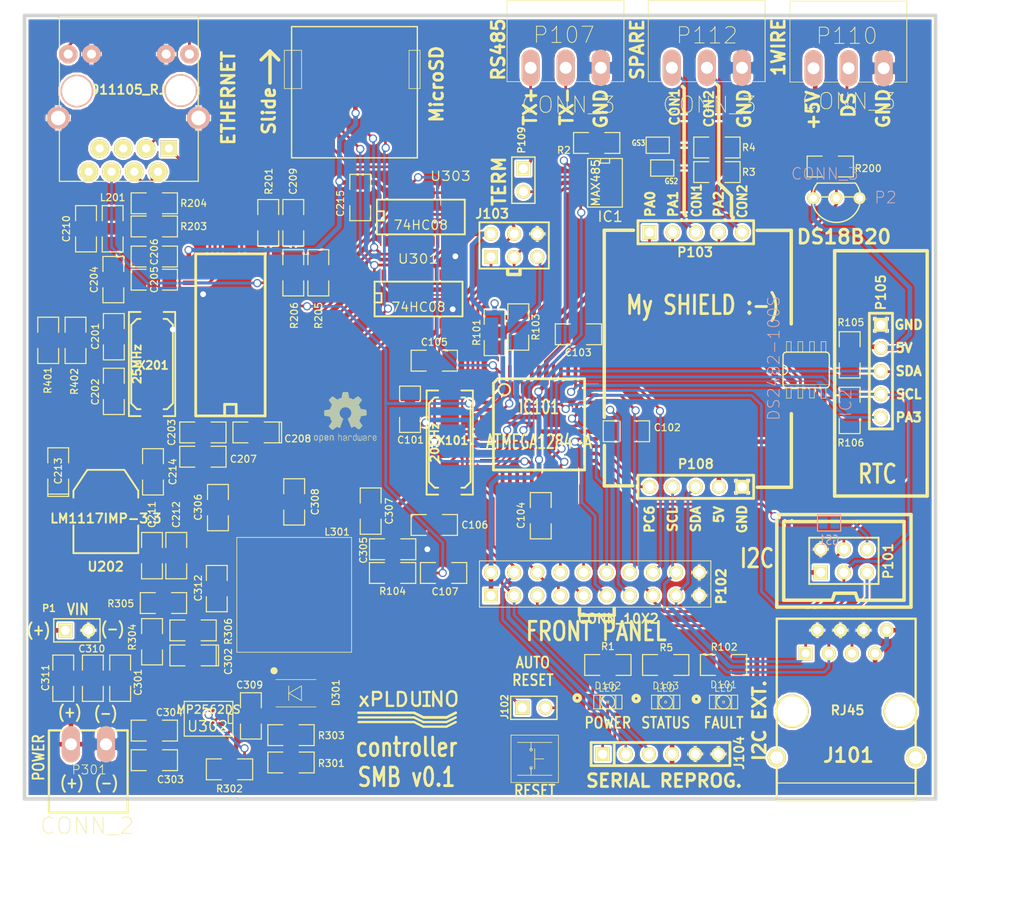
<source format=kicad_pcb>
(kicad_pcb (version 3) (host pcbnew "(2013-mar-13)-testing")
  (title_block (title "Short Main Board - SMB controller") (rev 0) (company "XPLDUINO project") (comment 1 "GNU GPL v2") (comment 2 "Domotic Open Source "))
  (layers (15 Dessus mixed) (0 Dessous mixed) (18 B.Paste user) (19 F.Paste user) (20 B.SilkS user) (21 F.SilkS user) (22 B.Mask user) (23 F.Mask user) (28 Edge.Cuts user))
  (net 0 "")
  (net 1 +12V)
  (net 2 +5V)
  (net 3 /INT_I2C)
  (net 4 /RESET)
  (net 5 /SPARE)
  (net 6 3.3V)
  (net 7 CLK_33)
  (net 8 CS_33)
  (net 9 ETH_CS)
  (net 10 ETH_CS_33)
  (net 11 ETH_INT)
  (net 12 GND)
  (net 13 LED_FAULT)
  (net 14 LED_STATUS)
  (net 15 MISO_33)
  (net 16 MOSI_33)
  (net 17 N-000001)
  (net 18 N-0000020)
  (net 19 N-0000021)
  (net 20 N-0000024)
  (net 21 N-0000028)
  (net 22 N-0000030)
  (net 23 N-0000031)
  (net 24 N-0000036)
  (net 25 N-0000047)
  (net 26 N-0000052)
  (net 27 N-0000053)
  (net 28 N-0000054)
  (net 29 N-0000055)
  (net 30 N-0000056)
  (net 31 N-0000057)
  (net 32 N-0000059)
  (net 33 N-0000060)
  (net 34 N-0000061)
  (net 35 N-0000062)
  (net 36 N-0000063)
  (net 37 N-0000064)
  (net 38 N-0000066)
  (net 39 N-0000067)
  (net 40 N-0000068)
  (net 41 N-000007)
  (net 42 N-0000073)
  (net 43 N-0000074)
  (net 44 N-0000078)
  (net 45 N-0000079)
  (net 46 N-000008)
  (net 47 N-0000080)
  (net 48 N-0000081)
  (net 49 N-0000083)
  (net 50 N-0000085)
  (net 51 N-000009)
  (net 52 PA0)
  (net 53 PA1)
  (net 54 PA2)
  (net 55 PA3)
  (net 56 PA4)
  (net 57 PA5)
  (net 58 PA6)
  (net 59 PA7)
  (net 60 PB0)
  (net 61 PB1)
  (net 62 PC2)
  (net 63 PC3)
  (net 64 PC6)
  (net 65 PC7)
  (net 66 PD5)
  (net 67 PD6)
  (net 68 RX0)
  (net 69 RX1)
  (net 70 SCL)
  (net 71 SDA)
  (net 72 SPI_CLK)
  (net 73 SPI_MISO)
  (net 74 SPI_MOSI)
  (net 75 TX+)
  (net 76 TX-)
  (net 77 TX0)
  (net 78 TX1)
  (net 79 pre_5V)
  (net 80 uSD_CS)
  (module DM3CS-SF (layer Dessus) (at 69.215 35.433 180)
    (fp_text reference J202 (at -0.4 -0.2 180) (layer F.SilkS) (effects (font (size 0.0004 0.0004) (thickness 0.3048))))
    (fp_text value USD_CONN (at 0 -3.81 180) (layer F.SilkS) (effects (font (size 0.0004 0.0004) (thickness 0.3048))))
    (pad 1 smd rect (at 3.2004 6.4008 180) (size 0.70104 1.50114) (layers Dessus F.Paste F.Mask))
    (pad 2 smd rect (at 2.10058 6.4008 180) (size 0.70104 1.50114) (layers Dessus F.Paste F.Mask) (net 8 CS_33))
    (pad 3 smd rect (at 1.00076 6.4008 180) (size 0.70104 1.50114) (layers Dessus F.Paste F.Mask) (net 16 MOSI_33))
    (pad 4 smd rect (at -0.09906 6.4008 180) (size 0.70104 1.50114) (layers Dessus F.Paste F.Mask) (net 6 3.3V))
    (pad 5 smd rect (at -1.19888 6.4008 180) (size 0.70104 1.50114) (layers Dessus F.Paste F.Mask) (net 7 CLK_33))
    (pad 6 smd rect (at -2.30124 6.4008 180) (size 0.70104 1.50114) (layers Dessus F.Paste F.Mask) (net 12 GND))
    (pad 7 smd rect (at -3.40106 6.4008 180) (size 0.70104 1.50114) (layers Dessus F.Paste F.Mask) (net 15 MISO_33))
    (pad 8 smd rect (at -4.50088 6.4008 180) (size 0.70104 1.50114) (layers Dessus F.Paste F.Mask))
    (pad 0 smd rect (at 6.70052 6.20014 180) (size 1.50114 2.60096) (layers Dessus F.Paste F.Mask))
    (pad 0 smd rect (at -6.59892 6.20014 180) (size 1.00076 2.60096) (layers Dessus F.Paste F.Mask))
    (pad 0 smd rect (at 4.20116 -6.70052 180) (size 1.19888 1.19888) (layers Dessus F.Paste F.Mask))
  )
  (module Q_49U3HMS (layer Dessus) (at 79.673 73.886 270)
    (fp_text reference X101 (at -0.226 -0.337 360) (layer F.SilkS) (effects (font (size 0.889 0.889) (thickness 0.2032))))
    (fp_text value 20MHz (at 0 1.651 270) (layer F.SilkS) (effects (font (size 0.889 0.889) (thickness 0.2032))))
    (pad 1 smd rect (at -4.699 0 270) (size 5.4991 1.99898) (layers Dessus F.Paste F.Mask) (net 17 N-000001))
    (pad 2 smd rect (at 4.699 0 270) (size 5.4991 1.99898) (layers Dessus F.Paste F.Mask) (net 41 N-000007))
  )
  (module TQFP44 (layer Dessus) (at 89.473 71.886)
    (fp_text reference IC101 (at 0 -1.905) (layer F.SilkS) (effects (font (size 1.524 1.016) (thickness 0.2032))))
    (fp_text value ATMEGA1284-A (at 0 1.905) (layer F.SilkS) (effects (font (size 1.524 1.016) (thickness 0.2032))))
    (pad 39 smd rect (at 0 -5.715) (size 0.4064 1.524) (layers Dessus F.Paste F.Mask) (net 12 GND))
    (pad 40 smd rect (at -0.8001 -5.715) (size 0.4064 1.524) (layers Dessus F.Paste F.Mask) (net 60 PB0))
    (pad 41 smd rect (at -1.6002 -5.715) (size 0.4064 1.524) (layers Dessus F.Paste F.Mask) (net 61 PB1))
    (pad 42 smd rect (at -2.4003 -5.715) (size 0.4064 1.524) (layers Dessus F.Paste F.Mask) (net 3 /INT_I2C))
    (pad 43 smd rect (at -3.2004 -5.715) (size 0.4064 1.524) (layers Dessus F.Paste F.Mask) (net 80 uSD_CS))
    (pad 44 smd rect (at -4.0005 -5.715) (size 0.4064 1.524) (layers Dessus F.Paste F.Mask) (net 9 ETH_CS))
    (pad 38 smd rect (at 0.8001 -5.715) (size 0.4064 1.524) (layers Dessus F.Paste F.Mask) (net 2 +5V))
    (pad 37 smd rect (at 1.6002 -5.715) (size 0.4064 1.524) (layers Dessus F.Paste F.Mask) (net 52 PA0))
    (pad 36 smd rect (at 2.4003 -5.715) (size 0.4064 1.524) (layers Dessus F.Paste F.Mask) (net 53 PA1))
    (pad 35 smd rect (at 3.2004 -5.715) (size 0.4064 1.524) (layers Dessus F.Paste F.Mask) (net 54 PA2))
    (pad 34 smd rect (at 4.0005 -5.715) (size 0.4064 1.524) (layers Dessus F.Paste F.Mask) (net 55 PA3))
    (pad 17 smd rect (at 0 5.715) (size 0.4064 1.524) (layers Dessus F.Paste F.Mask) (net 2 +5V))
    (pad 16 smd rect (at -0.8001 5.715) (size 0.4064 1.524) (layers Dessus F.Paste F.Mask) (net 11 ETH_INT))
    (pad 15 smd rect (at -1.6002 5.715) (size 0.4064 1.524) (layers Dessus F.Paste F.Mask) (net 67 PD6))
    (pad 14 smd rect (at -2.4003 5.715) (size 0.4064 1.524) (layers Dessus F.Paste F.Mask) (net 66 PD5))
    (pad 13 smd rect (at -3.2004 5.715) (size 0.4064 1.524) (layers Dessus F.Paste F.Mask) (net 14 LED_STATUS))
    (pad 12 smd rect (at -4.0005 5.715) (size 0.4064 1.524) (layers Dessus F.Paste F.Mask) (net 78 TX1))
    (pad 18 smd rect (at 0.8001 5.715) (size 0.4064 1.524) (layers Dessus F.Paste F.Mask) (net 12 GND))
    (pad 19 smd rect (at 1.6002 5.715) (size 0.4064 1.524) (layers Dessus F.Paste F.Mask) (net 70 SCL))
    (pad 20 smd rect (at 2.4003 5.715) (size 0.4064 1.524) (layers Dessus F.Paste F.Mask) (net 71 SDA))
    (pad 21 smd rect (at 3.2004 5.715) (size 0.4064 1.524) (layers Dessus F.Paste F.Mask) (net 62 PC2))
    (pad 22 smd rect (at 4.0005 5.715) (size 0.4064 1.524) (layers Dessus F.Paste F.Mask) (net 63 PC3))
    (pad 6 smd rect (at -5.715 0) (size 1.524 0.4064) (layers Dessus F.Paste F.Mask) (net 12 GND))
    (pad 28 smd rect (at 5.715 0) (size 1.524 0.4064) (layers Dessus F.Paste F.Mask) (net 12 GND))
    (pad 7 smd rect (at -5.715 0.8001) (size 1.524 0.4064) (layers Dessus F.Paste F.Mask) (net 17 N-000001))
    (pad 27 smd rect (at 5.715 0.8001) (size 1.524 0.4064) (layers Dessus F.Paste F.Mask) (net 2 +5V))
    (pad 26 smd rect (at 5.715 1.6002) (size 1.524 0.4064) (layers Dessus F.Paste F.Mask) (net 65 PC7))
    (pad 8 smd rect (at -5.715 1.6002) (size 1.524 0.4064) (layers Dessus F.Paste F.Mask) (net 41 N-000007))
    (pad 9 smd rect (at -5.715 2.4003) (size 1.524 0.4064) (layers Dessus F.Paste F.Mask) (net 68 RX0))
    (pad 25 smd rect (at 5.715 2.4003) (size 1.524 0.4064) (layers Dessus F.Paste F.Mask) (net 64 PC6))
    (pad 24 smd rect (at 5.715 3.2004) (size 1.524 0.4064) (layers Dessus F.Paste F.Mask) (net 25 N-0000047))
    (pad 10 smd rect (at -5.715 3.2004) (size 1.524 0.4064) (layers Dessus F.Paste F.Mask) (net 77 TX0))
    (pad 11 smd rect (at -5.715 4.0005) (size 1.524 0.4064) (layers Dessus F.Paste F.Mask) (net 69 RX1))
    (pad 23 smd rect (at 5.715 4.0005) (size 1.524 0.4064) (layers Dessus F.Paste F.Mask) (net 13 LED_FAULT))
    (pad 29 smd rect (at 5.715 -0.8001) (size 1.524 0.4064) (layers Dessus F.Paste F.Mask))
    (pad 5 smd rect (at -5.715 -0.8001) (size 1.524 0.4064) (layers Dessus F.Paste F.Mask) (net 2 +5V))
    (pad 4 smd rect (at -5.715 -1.6002) (size 1.524 0.4064) (layers Dessus F.Paste F.Mask) (net 4 /RESET))
    (pad 30 smd rect (at 5.715 -1.6002) (size 1.524 0.4064) (layers Dessus F.Paste F.Mask) (net 59 PA7))
    (pad 31 smd rect (at 5.715 -2.4003) (size 1.524 0.4064) (layers Dessus F.Paste F.Mask) (net 58 PA6))
    (pad 3 smd rect (at -5.715 -2.4003) (size 1.524 0.4064) (layers Dessus F.Paste F.Mask) (net 72 SPI_CLK))
    (pad 2 smd rect (at -5.715 -3.2004) (size 1.524 0.4064) (layers Dessus F.Paste F.Mask) (net 73 SPI_MISO))
    (pad 32 smd rect (at 5.715 -3.2004) (size 1.524 0.4064) (layers Dessus F.Paste F.Mask) (net 57 PA5))
    (pad 33 smd rect (at 5.715 -4.0005) (size 1.524 0.4064) (layers Dessus F.Paste F.Mask) (net 56 PA4))
    (pad 1 smd rect (at -5.715 -4.0005) (size 1.524 0.4064) (layers Dessus F.Paste F.Mask) (net 74 SPI_MOSI))
  )
  (module SM1206 (layer Dessus) (at 123.571 64.262 270)
    (fp_text reference R105 (at -3.556 -0.127 360) (layer F.SilkS) (effects (font (size 0.762 0.762) (thickness 0.127))))
    (fp_text value R hide)
    (pad 1 smd rect (at -1.651 0 270) (size 1.524 2.032) (layers Dessus F.Paste F.Mask) (net 2 +5V))
    (pad 2 smd rect (at 1.651 0 270) (size 1.524 2.032) (layers Dessus F.Paste F.Mask) (net 71 SDA))
  )
  (module SM1206 (layer Dessus) (at 123.571 70.358 90)
    (fp_text reference R106 (at -3.556 0.127 180) (layer F.SilkS) (effects (font (size 0.762 0.762) (thickness 0.127))))
    (fp_text value R hide)
    (pad 1 smd rect (at -1.651 0 90) (size 1.524 2.032) (layers Dessus F.Paste F.Mask) (net 2 +5V))
    (pad 2 smd rect (at 1.651 0 90) (size 1.524 2.032) (layers Dessus F.Paste F.Mask) (net 70 SCL))
  )
  (module SM1206 (layer Dessus) (at 87.2 61.2 270)
    (fp_text reference R103 (at 0.0127 -1.9177 270) (layer F.SilkS) (effects (font (size 0.762 0.762) (thickness 0.127))))
    (fp_text value 10k hide)
    (pad 1 smd rect (at -1.651 0 270) (size 1.524 2.032) (layers Dessus F.Paste F.Mask) (net 2 +5V))
    (pad 2 smd rect (at 1.651 0 270) (size 1.524 2.032) (layers Dessus F.Paste F.Mask) (net 80 uSD_CS))
  )
  (module SM1206 (layer Dessus) (at 93.8 62)
    (fp_text reference C103 (at -0.0254 2.0066 180) (layer F.SilkS) (effects (font (size 0.762 0.762) (thickness 0.127))))
    (fp_text value 0.1uF hide)
    (pad 1 smd rect (at -1.651 0) (size 1.524 2.032) (layers Dessus F.Paste F.Mask) (net 2 +5V))
    (pad 2 smd rect (at 1.651 0) (size 1.524 2.032) (layers Dessus F.Paste F.Mask) (net 12 GND))
  )
  (module SM1206 (layer Dessus) (at 109.728 98.298)
    (fp_text reference R102 (at 0.0635 -1.9685 180) (layer F.SilkS) (effects (font (size 0.762 0.762) (thickness 0.127))))
    (fp_text value 3.3kR hide)
    (pad 1 smd rect (at -1.651 0) (size 1.524 2.032) (layers Dessus F.Paste F.Mask) (net 26 N-0000052))
    (pad 2 smd rect (at 1.651 0) (size 1.524 2.032) (layers Dessus F.Paste F.Mask) (net 12 GND))
  )
  (module SM1206 (layer Dessus) (at 89.662 81.915 90)
    (fp_text reference C104 (at 0.04 -2.169 90) (layer F.SilkS) (effects (font (size 0.762 0.762) (thickness 0.127))))
    (fp_text value 0.1uF hide)
    (pad 1 smd rect (at -1.651 0 90) (size 1.524 2.032) (layers Dessus F.Paste F.Mask) (net 12 GND))
    (pad 2 smd rect (at 1.651 0 90) (size 1.524 2.032) (layers Dessus F.Paste F.Mask) (net 2 +5V))
  )
  (module SM1206 (layer Dessus) (at 77.978 82.931 180)
    (fp_text reference C106 (at -4.445 0 180) (layer F.SilkS) (effects (font (size 0.762 0.762) (thickness 0.127))))
    (fp_text value 18pF hide)
    (pad 1 smd rect (at -1.651 0 180) (size 1.524 2.032) (layers Dessus F.Paste F.Mask) (net 41 N-000007))
    (pad 2 smd rect (at 1.651 0 180) (size 1.524 2.032) (layers Dessus F.Paste F.Mask) (net 12 GND))
  )
  (module SM1206 (layer Dessus) (at 77.978 64.897 180)
    (fp_text reference C105 (at 0 2.032 180) (layer F.SilkS) (effects (font (size 0.762 0.762) (thickness 0.127))))
    (fp_text value 18pF hide)
    (pad 1 smd rect (at -1.651 0 180) (size 1.524 2.032) (layers Dessus F.Paste F.Mask) (net 17 N-000001))
    (pad 2 smd rect (at 1.651 0 180) (size 1.524 2.032) (layers Dessus F.Paste F.Mask) (net 12 GND))
  )
  (module SM1206 (layer Dessus) (at 99.06 72.644)
    (fp_text reference C102 (at 4.4958 -0.4064) (layer F.SilkS) (effects (font (size 0.762 0.762) (thickness 0.127))))
    (fp_text value 0.1uF hide)
    (pad 1 smd rect (at -1.651 0) (size 1.524 2.032) (layers Dessus F.Paste F.Mask) (net 2 +5V))
    (pad 2 smd rect (at 1.651 0) (size 1.524 2.032) (layers Dessus F.Paste F.Mask) (net 12 GND))
  )
  (module SM1206 (layer Dessus) (at 75.311 70.231 90)
    (fp_text reference C101 (at -3.3655 0.0635 180) (layer F.SilkS) (effects (font (size 0.762 0.762) (thickness 0.127))))
    (fp_text value 0.1uF hide)
    (pad 1 smd rect (at -1.651 0 90) (size 1.524 2.032) (layers Dessus F.Paste F.Mask) (net 2 +5V))
    (pad 2 smd rect (at 1.651 0 90) (size 1.524 2.032) (layers Dessus F.Paste F.Mask) (net 12 GND))
  )
  (module PIN_ARRAY_5x1 (layer Dessus) (at 106.68 78.74 180)
    (fp_text reference P108 (at 0 2.5 180) (layer F.SilkS) (effects (font (size 1.016 1.016) (thickness 0.2032))))
    (fp_text value CONN_5 hide)
    (pad 1 thru_hole rect (at -5.08 0 180) (size 1.524 1.524) (drill 1.016) (layers *.Cu *.Mask F.SilkS) (net 12 GND))
    (pad 2 thru_hole circle (at -2.54 0 180) (size 1.524 1.524) (drill 1.016) (layers *.Cu *.Mask F.SilkS) (net 2 +5V))
    (pad 3 thru_hole circle (at 0 0 180) (size 1.524 1.524) (drill 1.016) (layers *.Cu *.Mask F.SilkS) (net 71 SDA))
    (pad 4 thru_hole circle (at 2.54 0 180) (size 1.524 1.524) (drill 1.016) (layers *.Cu *.Mask F.SilkS) (net 70 SCL))
    (pad 5 thru_hole circle (at 5.08 0 180) (size 1.524 1.524) (drill 1.016) (layers *.Cu *.Mask F.SilkS) (net 64 PC6))
  )
  (module PIN_ARRAY_5x1 (layer Dessus) (at 127 66.04 270)
    (fp_text reference P105 (at -8.636 0 270) (layer F.SilkS) (effects (font (size 1.016 1.016) (thickness 0.2032))))
    (fp_text value CONN_5 hide)
    (pad 1 thru_hole rect (at -5.08 0 270) (size 1.524 1.524) (drill 1.016) (layers *.Cu *.Mask F.SilkS) (net 12 GND))
    (pad 2 thru_hole circle (at -2.54 0 270) (size 1.524 1.524) (drill 1.016) (layers *.Cu *.Mask F.SilkS) (net 2 +5V))
    (pad 3 thru_hole circle (at 0 0 270) (size 1.524 1.524) (drill 1.016) (layers *.Cu *.Mask F.SilkS) (net 71 SDA))
    (pad 4 thru_hole circle (at 2.54 0 270) (size 1.524 1.524) (drill 1.016) (layers *.Cu *.Mask F.SilkS) (net 70 SCL))
    (pad 5 thru_hole circle (at 5.08 0 270) (size 1.524 1.524) (drill 1.016) (layers *.Cu *.Mask F.SilkS) (net 55 PA3))
  )
  (module PIN_ARRAY_2X1 (layer Dessus) (at 88.9 103)
    (fp_text reference J102 (at -3.2 -0.1 90) (layer F.SilkS) (effects (font (size 0.762 0.762) (thickness 0.1524))))
    (fp_text value RTS_RESET hide)
    (pad 1 thru_hole rect (at -1.27 0) (size 1.524 1.524) (drill 1.016) (layers *.Cu *.Mask F.SilkS) (net 51 N-000009))
    (pad 2 thru_hole circle (at 1.27 0) (size 1.524 1.524) (drill 1.016) (layers *.Cu *.Mask F.SilkS) (net 46 N-000008))
  )
  (module PIN_ARRAY-6X1 (layer Dessus) (at 102.8065 108.077)
    (fp_text reference J104 (at 8.636 -0.127 270) (layer F.SilkS) (effects (font (size 1.016 1.016) (thickness 0.2032))))
    (fp_text value SERIAL_REV hide)
    (pad 1 thru_hole rect (at -6.35 0) (size 1.524 1.524) (drill 1.016) (layers *.Cu *.Mask F.SilkS) (net 46 N-000008))
    (pad 2 thru_hole circle (at -3.81 0) (size 1.524 1.524) (drill 1.016) (layers *.Cu *.Mask F.SilkS) (net 77 TX0))
    (pad 3 thru_hole circle (at -1.27 0) (size 1.524 1.524) (drill 1.016) (layers *.Cu *.Mask F.SilkS) (net 68 RX0))
    (pad 4 thru_hole circle (at 1.27 0) (size 1.524 1.524) (drill 1.016) (layers *.Cu *.Mask F.SilkS) (net 2 +5V))
    (pad 5 thru_hole circle (at 3.81 0) (size 1.524 1.524) (drill 1.016) (layers *.Cu *.Mask F.SilkS) (net 12 GND))
    (pad 6 thru_hole circle (at 6.35 0) (size 1.524 1.524) (drill 1.016) (layers *.Cu *.Mask F.SilkS) (net 12 GND))
  )
  (module LED-1206 (layer Dessus) (at 109.728 102.362 180)
    (fp_text reference D101 (at 0 1.905 360) (layer F.SilkS) (effects (font (size 0.762 0.762) (thickness 0.0889))))
    (fp_text value LED (at 0 1.524 180) (layer F.SilkS) (effects (font (size 0.762 0.762) (thickness 0.0889))))
    (pad 1 smd rect (at -1.41986 0 180) (size 1.59766 1.80086) (layers Dessus F.Paste F.Mask) (net 14 LED_STATUS))
    (pad 2 smd rect (at 1.41986 0 180) (size 1.59766 1.80086) (layers Dessus F.Paste F.Mask) (net 26 N-0000052))
  )
  (module HE10-6 (layer Dessus) (at 122.936 86.868)
    (fp_text reference P101 (at 4.864 0.032 90) (layer F.SilkS) (effects (font (size 1.016 1.016) (thickness 0.2032))))
    (fp_text value I2C_CONN hide)
    (pad 1 thru_hole rect (at -2.54 1.27) (size 1.524 1.524) (drill 1.016) (layers *.Cu *.Mask F.SilkS) (net 2 +5V))
    (pad 2 thru_hole circle (at -2.54 -1.27) (size 1.524 1.524) (drill 1.016) (layers *.Cu *.Mask F.SilkS) (net 12 GND))
    (pad 3 thru_hole circle (at 0 1.27) (size 1.524 1.524) (drill 1.016) (layers *.Cu *.Mask F.SilkS) (net 70 SCL))
    (pad 4 thru_hole circle (at 0 -1.27) (size 1.524 1.524) (drill 1.016) (layers *.Cu *.Mask F.SilkS) (net 71 SDA))
    (pad 5 thru_hole circle (at 2.54 1.27) (size 1.524 1.524) (drill 1.016) (layers *.Cu *.Mask F.SilkS) (net 3 /INT_I2C))
    (pad 6 thru_hole circle (at 2.54 -1.27) (size 1.524 1.524) (drill 1.016) (layers *.Cu *.Mask F.SilkS) (net 5 /SPARE))
  )
  (module GS2 (layer Dessous) (at 121.3104 82.7024 90)
    (fp_text reference GS1 (at -1.905 0 360) (layer B.SilkS) (effects (font (size 1.016 0.762) (thickness 0.127)) (justify mirror)))
    (fp_text value GS2 hide)
    (pad 1 smd rect (at 0 0.635 90) (size 1.27 0.9652) (layers Dessous B.Paste B.Mask) (net 5 /SPARE))
    (pad 2 smd rect (at 0 -0.635 90) (size 1.27 0.9652) (layers Dessous B.Paste B.Mask) (net 25 N-0000047))
  )
  (module SRF1260-150M (layer Dessus) (at 62.6 90.6 180)
    (fp_text reference L301 (at -4.71 6.907 180) (layer F.SilkS) (effects (font (size 0.762 0.762) (thickness 0.127))))
    (fp_text value SRF1260-150M (at 0 -11.50112 180) (layer F.SilkS) (effects (font (size 0.0004 0.0004) (thickness 0.3048))))
    (pad 1 smd rect (at 1.50114 -4.97586 180) (size 2.49936 3.85064) (layers Dessus F.Paste F.Mask) (net 79 pre_5V))
    (pad 2 smd rect (at -1.50114 -4.97586 180) (size 2.49936 3.85064) (layers Dessus F.Paste F.Mask) (net 79 pre_5V))
    (pad 3 smd rect (at -1.50114 4.97586 180) (size 2.49936 3.85064) (layers Dessus F.Paste F.Mask) (net 2 +5V))
    (pad 4 smd rect (at 1.50114 4.97586 180) (size 2.49936 3.85064) (layers Dessus F.Paste F.Mask) (net 2 +5V))
  )
  (module SOT223 (layer Dessus) (at 41.927 81.4535)
    (fp_text reference U202 (at -0.017 6.0495) (layer F.SilkS) (effects (font (size 1.016 1.016) (thickness 0.2032))))
    (fp_text value LM1117IMP-3.3 (at 0 0.762) (layer F.SilkS) (effects (font (size 1.016 1.016) (thickness 0.2032))))
    (pad 4 smd rect (at 0 -3.302) (size 3.6576 2.032) (layers Dessus F.Paste F.Mask) (net 6 3.3V))
    (pad 2 smd rect (at 0 3.302) (size 1.016 2.032) (layers Dessus F.Paste F.Mask) (net 6 3.3V))
    (pad 3 smd rect (at 2.286 3.302) (size 1.016 2.032) (layers Dessus F.Paste F.Mask) (net 2 +5V))
    (pad 1 smd rect (at -2.286 3.302) (size 1.016 2.032) (layers Dessus F.Paste F.Mask) (net 12 GND))
  )
  (module SO8E (layer Dessus) (at 53.2 104.2 180)
    (fp_text reference U302 (at 0.114 -0.829 180) (layer F.SilkS) (effects (font (size 1.143 1.143) (thickness 0.1524))))
    (fp_text value MP2562DS (at 0 1.016 180) (layer F.SilkS) (effects (font (size 0.889 0.889) (thickness 0.1524))))
    (pad 8 smd rect (at -1.905 -2.667 180) (size 0.59944 1.39954) (layers Dessus F.Paste F.Mask) (net 49 N-0000083))
    (pad 1 smd rect (at -1.905 2.667 180) (size 0.59944 1.39954) (layers Dessus F.Paste F.Mask) (net 79 pre_5V))
    (pad 7 smd rect (at -0.635 -2.667 180) (size 0.59944 1.39954) (layers Dessus F.Paste F.Mask) (net 1 +12V))
    (pad 6 smd rect (at 0.635 -2.667 180) (size 0.59944 1.39954) (layers Dessus F.Paste F.Mask) (net 47 N-0000080))
    (pad 5 smd rect (at 1.905 -2.667 180) (size 0.59944 1.39954) (layers Dessus F.Paste F.Mask) (net 12 GND))
    (pad 2 smd rect (at -0.635 2.667 180) (size 0.59944 1.39954) (layers Dessus F.Paste F.Mask) (net 45 N-0000079))
    (pad 3 smd rect (at 0.635 2.667 180) (size 0.59944 1.39954) (layers Dessus F.Paste F.Mask) (net 48 N-0000081))
    (pad 4 smd rect (at 1.905 2.667 180) (size 0.59944 1.39954) (layers Dessus F.Paste F.Mask) (net 50 N-0000085))
  )
  (module SO28 (layer Dessus) (at 55.6 62.067 90)
    (fp_text reference U201 (at 0.2 0.4 90) (layer F.SilkS) (effects (font (size 0.0004 0.0004) (thickness 0.1524))))
    (fp_text value ENC28J60 (at 0 1.27 90) (layer F.SilkS) (effects (font (size 0.0004 0.0004) (thickness 0.1524))))
    (pad 1 smd rect (at -8.255 4.572 90) (size 0.508 1.27) (layers Dessus F.Paste F.Mask) (net 29 N-0000055))
    (pad 2 smd rect (at -6.985 4.572 90) (size 0.508 1.27) (layers Dessus F.Paste F.Mask) (net 12 GND))
    (pad 3 smd rect (at -5.715 4.572 90) (size 0.508 1.27) (layers Dessus F.Paste F.Mask))
    (pad 4 smd rect (at -4.445 4.572 90) (size 0.508 1.27) (layers Dessus F.Paste F.Mask) (net 39 N-0000067))
    (pad 5 smd rect (at -3.175 4.572 90) (size 0.508 1.27) (layers Dessus F.Paste F.Mask))
    (pad 6 smd rect (at -1.905 4.572 90) (size 0.508 1.27) (layers Dessus F.Paste F.Mask) (net 15 MISO_33))
    (pad 7 smd rect (at -0.635 4.572 90) (size 0.508 1.27) (layers Dessus F.Paste F.Mask) (net 16 MOSI_33))
    (pad 8 smd rect (at 0.635 4.572 90) (size 0.508 1.27) (layers Dessus F.Paste F.Mask) (net 7 CLK_33))
    (pad 9 smd rect (at 1.905 4.572 90) (size 0.508 1.27) (layers Dessus F.Paste F.Mask) (net 10 ETH_CS_33))
    (pad 10 smd rect (at 3.175 4.572 90) (size 0.508 1.27) (layers Dessus F.Paste F.Mask) (net 4 /RESET))
    (pad 11 smd rect (at 4.445 4.572 90) (size 0.508 1.27) (layers Dessus F.Paste F.Mask) (net 12 GND))
    (pad 12 smd rect (at 5.715 4.572 90) (size 0.508 1.27) (layers Dessus F.Paste F.Mask) (net 28 N-0000054))
    (pad 13 smd rect (at 6.985 4.572 90) (size 0.508 1.27) (layers Dessus F.Paste F.Mask) (net 34 N-0000061))
    (pad 14 smd rect (at 8.255 4.572 90) (size 0.508 1.27) (layers Dessus F.Paste F.Mask) (net 40 N-0000068))
    (pad 15 smd rect (at 8.255 -4.572 90) (size 0.508 1.27) (layers Dessus F.Paste F.Mask) (net 6 3.3V))
    (pad 16 smd rect (at 6.985 -4.572 90) (size 0.508 1.27) (layers Dessus F.Paste F.Mask) (net 38 N-0000066))
    (pad 17 smd rect (at 5.715 -4.572 90) (size 0.508 1.27) (layers Dessus F.Paste F.Mask) (net 33 N-0000060))
    (pad 18 smd rect (at 4.445 -4.572 90) (size 0.508 1.27) (layers Dessus F.Paste F.Mask) (net 12 GND))
    (pad 19 smd rect (at 3.175 -4.572 90) (size 0.508 1.27) (layers Dessus F.Paste F.Mask) (net 6 3.3V))
    (pad 20 smd rect (at 1.905 -4.572 90) (size 0.508 1.27) (layers Dessus F.Paste F.Mask) (net 6 3.3V))
    (pad 21 smd rect (at 0.635 -4.572 90) (size 0.508 1.27) (layers Dessus F.Paste F.Mask) (net 12 GND))
    (pad 22 smd rect (at -0.635 -4.572 90) (size 0.508 1.27) (layers Dessus F.Paste F.Mask) (net 12 GND))
    (pad 23 smd rect (at -1.905 -4.572 90) (size 0.508 1.27) (layers Dessus F.Paste F.Mask) (net 43 N-0000074))
    (pad 24 smd rect (at -3.175 -4.572 90) (size 0.508 1.27) (layers Dessus F.Paste F.Mask) (net 42 N-0000073))
    (pad 25 smd rect (at -4.445 -4.572 90) (size 0.508 1.27) (layers Dessus F.Paste F.Mask) (net 6 3.3V))
    (pad 26 smd rect (at -5.715 -4.572 90) (size 0.508 1.27) (layers Dessus F.Paste F.Mask) (net 30 N-0000056))
    (pad 27 smd rect (at -6.985 -4.572 90) (size 0.508 1.27) (layers Dessus F.Paste F.Mask) (net 36 N-0000063))
    (pad 28 smd rect (at -8.255 -4.572 90) (size 0.508 1.27) (layers Dessus F.Paste F.Mask) (net 6 3.3V))
  )
  (module SO14E (layer Dessus) (at 76.25 58)
    (fp_text reference U301 (at -0.05 -4.279) (layer F.SilkS) (effects (font (size 1.016 1.143) (thickness 0.127))))
    (fp_text value 74HC08 (at 0 1.016) (layer F.SilkS) (effects (font (size 1.016 1.016) (thickness 0.127))))
    (pad 1 smd rect (at -3.81 2.794) (size 0.508 1.143) (layers Dessus F.Paste F.Mask) (net 15 MISO_33))
    (pad 2 smd rect (at -2.54 2.794) (size 0.508 1.143) (layers Dessus F.Paste F.Mask) (net 15 MISO_33))
    (pad 3 smd rect (at -1.27 2.794) (size 0.508 1.143) (layers Dessus F.Paste F.Mask) (net 73 SPI_MISO))
    (pad 4 smd rect (at 0 2.794) (size 0.508 1.143) (layers Dessus F.Paste F.Mask) (net 39 N-0000067))
    (pad 5 smd rect (at 1.27 2.794) (size 0.508 1.143) (layers Dessus F.Paste F.Mask) (net 39 N-0000067))
    (pad 6 smd rect (at 2.54 2.794) (size 0.508 1.143) (layers Dessus F.Paste F.Mask) (net 11 ETH_INT))
    (pad 7 smd rect (at 3.81 2.794) (size 0.508 1.143) (layers Dessus F.Paste F.Mask) (net 12 GND))
    (pad 8 smd rect (at 3.81 -2.54) (size 0.508 1.143) (layers Dessus F.Paste F.Mask))
    (pad 9 smd rect (at 2.54 -2.54) (size 0.508 1.143) (layers Dessus F.Paste F.Mask))
    (pad 10 smd rect (at 1.27 -2.54) (size 0.508 1.143) (layers Dessus F.Paste F.Mask))
    (pad 11 smd rect (at 0 -2.54) (size 0.508 1.143) (layers Dessus F.Paste F.Mask))
    (pad 12 smd rect (at -1.27 -2.54) (size 0.508 1.143) (layers Dessus F.Paste F.Mask))
    (pad 13 smd rect (at -2.54 -2.54) (size 0.508 1.143) (layers Dessus F.Paste F.Mask))
    (pad 14 smd rect (at -3.81 -2.54) (size 0.508 1.143) (layers Dessus F.Paste F.Mask) (net 2 +5V))
  )
  (module SM1206POL (layer Dessus) (at 51.5 97.25 180)
    (fp_text reference C302 (at -3.872 -0.667 270) (layer F.SilkS) (effects (font (size 0.762 0.762) (thickness 0.127))))
    (fp_text value 150pF hide)
    (pad 1 smd rect (at -1.651 0 180) (size 1.524 2.032) (layers Dessus F.Paste F.Mask) (net 48 N-0000081))
    (pad 2 smd rect (at 1.651 0 180) (size 1.524 2.032) (layers Dessus F.Paste F.Mask) (net 44 N-0000078))
  )
  (module SM1206 (layer Dessus) (at 47 95.75 90)
    (fp_text reference R304 (at 0.5 -2.169 90) (layer F.SilkS) (effects (font (size 0.762 0.762) (thickness 0.127))))
    (fp_text value 158k hide)
    (pad 1 smd rect (at -1.651 0 90) (size 1.524 2.032) (layers Dessus F.Paste F.Mask) (net 44 N-0000078))
    (pad 2 smd rect (at 1.651 0 90) (size 1.524 2.032) (layers Dessus F.Paste F.Mask) (net 12 GND))
  )
  (module SM1206 (layer Dessus) (at 46.99 86.2965 270)
    (fp_text reference C211 (at -4.5085 0 270) (layer F.SilkS) (effects (font (size 0.762 0.762) (thickness 0.127))))
    (fp_text value 10nF hide)
    (pad 1 smd rect (at -1.651 0 270) (size 1.524 2.032) (layers Dessus F.Paste F.Mask) (net 2 +5V))
    (pad 2 smd rect (at 1.651 0 270) (size 1.524 2.032) (layers Dessus F.Paste F.Mask) (net 12 GND))
  )
  (module SM1206 (layer Dessus) (at 62.25 106)
    (fp_text reference R303 (at 4.425 0.045) (layer F.SilkS) (effects (font (size 0.762 0.762) (thickness 0.127))))
    (fp_text value 200k hide)
    (pad 1 smd rect (at -1.651 0) (size 1.524 2.032) (layers Dessus F.Paste F.Mask) (net 47 N-0000080))
    (pad 2 smd rect (at 1.651 0) (size 1.524 2.032) (layers Dessus F.Paste F.Mask) (net 12 GND))
  )
  (module SM1206 (layer Dessus) (at 51.5 94.5)
    (fp_text reference R306 (at 3.872 0.115 90) (layer F.SilkS) (effects (font (size 0.762 0.762) (thickness 0.127))))
    (fp_text value 210k hide)
    (pad 1 smd rect (at -1.651 0) (size 1.524 2.032) (layers Dessus F.Paste F.Mask) (net 50 N-0000085))
    (pad 2 smd rect (at 1.651 0) (size 1.524 2.032) (layers Dessus F.Paste F.Mask) (net 2 +5V))
  )
  (module SM1206 (layer Dessus) (at 48.25 91.5 180)
    (fp_text reference R305 (at 4.689 -0.067 180) (layer F.SilkS) (effects (font (size 0.762 0.762) (thickness 0.127))))
    (fp_text value 40.2k hide)
    (pad 1 smd rect (at -1.651 0 180) (size 1.524 2.032) (layers Dessus F.Paste F.Mask) (net 50 N-0000085))
    (pad 2 smd rect (at 1.651 0 180) (size 1.524 2.032) (layers Dessus F.Paste F.Mask) (net 12 GND))
  )
  (module SM1206 (layer Dessus) (at 55.5 109.75)
    (fp_text reference R302 (at -0.001 2.137) (layer F.SilkS) (effects (font (size 0.762 0.762) (thickness 0.127))))
    (fp_text value 100k hide)
    (pad 1 smd rect (at -1.651 0) (size 1.524 2.032) (layers Dessus F.Paste F.Mask) (net 1 +12V))
    (pad 2 smd rect (at 1.651 0) (size 1.524 2.032) (layers Dessus F.Paste F.Mask) (net 45 N-0000079))
  )
  (module SM1206 (layer Dessus) (at 62.25 109)
    (fp_text reference R301 (at 4.425 0.093) (layer F.SilkS) (effects (font (size 0.762 0.762) (thickness 0.127))))
    (fp_text value 17.4k hide)
    (pad 1 smd rect (at -1.651 0) (size 1.524 2.032) (layers Dessus F.Paste F.Mask) (net 45 N-0000079))
    (pad 2 smd rect (at 1.651 0) (size 1.524 2.032) (layers Dessus F.Paste F.Mask) (net 12 GND))
  )
  (module SM1206 (layer Dessus) (at 73.406 85.598)
    (fp_text reference C305 (at -3.206 0.102 90) (layer F.SilkS) (effects (font (size 0.762 0.762) (thickness 0.127))))
    (fp_text value 4.7uF hide)
    (pad 1 smd rect (at -1.651 0) (size 1.524 2.032) (layers Dessus F.Paste F.Mask) (net 2 +5V))
    (pad 2 smd rect (at 1.651 0) (size 1.524 2.032) (layers Dessus F.Paste F.Mask) (net 12 GND))
  )
  (module SM1206 (layer Dessus) (at 54.229 81.026 90)
    (fp_text reference C306 (at 0.047 -2.168 90) (layer F.SilkS) (effects (font (size 0.762 0.762) (thickness 0.127))))
    (fp_text value 4.7uF hide)
    (pad 1 smd rect (at -1.651 0 90) (size 1.524 2.032) (layers Dessus F.Paste F.Mask) (net 2 +5V))
    (pad 2 smd rect (at 1.651 0 90) (size 1.524 2.032) (layers Dessus F.Paste F.Mask) (net 12 GND))
  )
  (module SM1206 (layer Dessus) (at 70.993 81.407 90)
    (fp_text reference C307 (at 0 2.032 90) (layer F.SilkS) (effects (font (size 0.762 0.762) (thickness 0.127))))
    (fp_text value 4.7uF hide)
    (pad 1 smd rect (at -1.651 0 90) (size 1.524 2.032) (layers Dessus F.Paste F.Mask) (net 2 +5V))
    (pad 2 smd rect (at 1.651 0 90) (size 1.524 2.032) (layers Dessus F.Paste F.Mask) (net 12 GND))
  )
  (module SM1206 (layer Dessus) (at 62.6 80.4 90)
    (fp_text reference C308 (at 0.009 2.297 90) (layer F.SilkS) (effects (font (size 0.762 0.762) (thickness 0.127))))
    (fp_text value 4.7uF hide)
    (pad 1 smd rect (at -1.651 0 90) (size 1.524 2.032) (layers Dessus F.Paste F.Mask) (net 2 +5V))
    (pad 2 smd rect (at 1.651 0 90) (size 1.524 2.032) (layers Dessus F.Paste F.Mask) (net 12 GND))
  )
  (module SM1206 (layer Dessus) (at 43.5 99.75 90)
    (fp_text reference C301 (at -0.453 1.966 270) (layer F.SilkS) (effects (font (size 0.762 0.762) (thickness 0.127))))
    (fp_text value 1uF hide)
    (pad 1 smd rect (at -1.651 0 90) (size 1.524 2.032) (layers Dessus F.Paste F.Mask) (net 1 +12V))
    (pad 2 smd rect (at 1.651 0 90) (size 1.524 2.032) (layers Dessus F.Paste F.Mask) (net 12 GND))
  )
  (module SM1206 (layer Dessus) (at 47.25 108.75)
    (fp_text reference C303 (at 1.772 2.121) (layer F.SilkS) (effects (font (size 0.762 0.762) (thickness 0.127))))
    (fp_text value 1uF hide)
    (pad 1 smd rect (at -1.651 0) (size 1.524 2.032) (layers Dessus F.Paste F.Mask) (net 1 +12V))
    (pad 2 smd rect (at 1.651 0) (size 1.524 2.032) (layers Dessus F.Paste F.Mask) (net 12 GND))
  )
  (module SM1206 (layer Dessus) (at 62.5 55.25 90)
    (fp_text reference R206 (at -4.694 0.111 90) (layer F.SilkS) (effects (font (size 0.762 0.762) (thickness 0.127))))
    (fp_text value 50 hide)
    (pad 1 smd rect (at -1.651 0 90) (size 1.524 2.032) (layers Dessus F.Paste F.Mask) (net 28 N-0000054))
    (pad 2 smd rect (at 1.651 0 90) (size 1.524 2.032) (layers Dessus F.Paste F.Mask) (net 35 N-0000062))
  )
  (module SM1206 (layer Dessus) (at 42.8 62.267 270)
    (fp_text reference C201 (at -0.037 2.033 270) (layer F.SilkS) (effects (font (size 0.762 0.762) (thickness 0.127))))
    (fp_text value 18pF hide)
    (pad 1 smd rect (at -1.651 0 270) (size 1.524 2.032) (layers Dessus F.Paste F.Mask) (net 43 N-0000074))
    (pad 2 smd rect (at 1.651 0 270) (size 1.524 2.032) (layers Dessus F.Paste F.Mask) (net 12 GND))
  )
  (module SM1206 (layer Dessus) (at 42.8 68.267 90)
    (fp_text reference C202 (at -0.059 -2.033 90) (layer F.SilkS) (effects (font (size 0.762 0.762) (thickness 0.127))))
    (fp_text value 18pF hide)
    (pad 1 smd rect (at -1.651 0 90) (size 1.524 2.032) (layers Dessus F.Paste F.Mask) (net 42 N-0000073))
    (pad 2 smd rect (at 1.651 0 90) (size 1.524 2.032) (layers Dessus F.Paste F.Mask) (net 12 GND))
  )
  (module SM1206 (layer Dessus) (at 47.244 56.007 180)
    (fp_text reference C205 (at 0 0 270) (layer F.SilkS) (effects (font (size 0.762 0.762) (thickness 0.127))))
    (fp_text value 0.1uF hide)
    (pad 1 smd rect (at -1.651 0 180) (size 1.524 2.032) (layers Dessus F.Paste F.Mask) (net 6 3.3V))
    (pad 2 smd rect (at 1.651 0 180) (size 1.524 2.032) (layers Dessus F.Paste F.Mask) (net 12 GND))
  )
  (module SM1206 (layer Dessus) (at 47.244 53.467 180)
    (fp_text reference C206 (at 0 0.508 270) (layer F.SilkS) (effects (font (size 0.762 0.762) (thickness 0.127))))
    (fp_text value 0.1uF hide)
    (pad 1 smd rect (at -1.651 0 180) (size 1.524 2.032) (layers Dessus F.Paste F.Mask) (net 6 3.3V))
    (pad 2 smd rect (at 1.651 0 180) (size 1.524 2.032) (layers Dessus F.Paste F.Mask) (net 12 GND))
  )
  (module SM1206 (layer Dessus) (at 52.578 75.438)
    (fp_text reference C207 (at 4.445 0.254) (layer F.SilkS) (effects (font (size 0.762 0.762) (thickness 0.127))))
    (fp_text value 0.1uF hide)
    (pad 1 smd rect (at -1.651 0) (size 1.524 2.032) (layers Dessus F.Paste F.Mask) (net 6 3.3V))
    (pad 2 smd rect (at 1.651 0) (size 1.524 2.032) (layers Dessus F.Paste F.Mask) (net 12 GND))
  )
  (module SM1206 (layer Dessus) (at 42.75 56 90)
    (fp_text reference C204 (at -0.007 -2.11 270) (layer F.SilkS) (effects (font (size 0.762 0.762) (thickness 0.127))))
    (fp_text value 0.1uF hide)
    (pad 1 smd rect (at -1.651 0 90) (size 1.524 2.032) (layers Dessus F.Paste F.Mask) (net 12 GND))
    (pad 2 smd rect (at 1.651 0 90) (size 1.524 2.032) (layers Dessus F.Paste F.Mask) (net 6 3.3V))
  )
  (module SM1206 (layer Dessus) (at 52.578 72.771 180)
    (fp_text reference C203 (at 3.429 0 270) (layer F.SilkS) (effects (font (size 0.762 0.762) (thickness 0.127))))
    (fp_text value 0.1uF hide)
    (pad 1 smd rect (at -1.651 0 180) (size 1.524 2.032) (layers Dessus F.Paste F.Mask) (net 12 GND))
    (pad 2 smd rect (at 1.651 0 180) (size 1.524 2.032) (layers Dessus F.Paste F.Mask) (net 6 3.3V))
  )
  (module SM1206 (layer Dessus) (at 59.75 49.75 90)
    (fp_text reference R201 (at 4.538 0.067 90) (layer F.SilkS) (effects (font (size 0.762 0.762) (thickness 0.127))))
    (fp_text value 2k32 hide)
    (pad 1 smd rect (at -1.651 0 90) (size 1.524 2.032) (layers Dessus F.Paste F.Mask) (net 40 N-0000068))
    (pad 2 smd rect (at 1.651 0 90) (size 1.524 2.032) (layers Dessus F.Paste F.Mask) (net 12 GND))
  )
  (module SM1206 (layer Dessus) (at 65.25 55.25 90)
    (fp_text reference R205 (at -4.694 0.028 90) (layer F.SilkS) (effects (font (size 0.762 0.762) (thickness 0.127))))
    (fp_text value 50 hide)
    (pad 1 smd rect (at -1.651 0 90) (size 1.524 2.032) (layers Dessus F.Paste F.Mask) (net 34 N-0000061))
    (pad 2 smd rect (at 1.651 0 90) (size 1.524 2.032) (layers Dessus F.Paste F.Mask) (net 35 N-0000062))
  )
  (module SM1206 (layer Dessus) (at 49.657 86.2965 270)
    (fp_text reference C212 (at -4.5085 0 270) (layer F.SilkS) (effects (font (size 0.762 0.762) (thickness 0.127))))
    (fp_text value 100nF hide)
    (pad 1 smd rect (at -1.651 0 270) (size 1.524 2.032) (layers Dessus F.Paste F.Mask) (net 2 +5V))
    (pad 2 smd rect (at 1.651 0 270) (size 1.524 2.032) (layers Dessus F.Paste F.Mask) (net 12 GND))
  )
  (module SM1206 (layer Dessus) (at 62.5 49.75 90)
    (fp_text reference C209 (at 4.538 -0.016 90) (layer F.SilkS) (effects (font (size 0.762 0.762) (thickness 0.127))))
    (fp_text value 100nF hide)
    (pad 1 smd rect (at -1.651 0 90) (size 1.524 2.032) (layers Dessus F.Paste F.Mask) (net 35 N-0000062))
    (pad 2 smd rect (at 1.651 0 90) (size 1.524 2.032) (layers Dessus F.Paste F.Mask) (net 12 GND))
  )
  (module SM1206 (layer Dessus) (at 39.751 50.419 270)
    (fp_text reference C210 (at 0 2.159 450) (layer F.SilkS) (effects (font (size 0.762 0.762) (thickness 0.127))))
    (fp_text value 100nF hide)
    (pad 1 smd rect (at -1.651 0 270) (size 1.524 2.032) (layers Dessus F.Paste F.Mask) (net 32 N-0000059))
    (pad 2 smd rect (at 1.651 0 270) (size 1.524 2.032) (layers Dessus F.Paste F.Mask) (net 12 GND))
  )
  (module SM1206 (layer Dessus) (at 42.672 50.419 90)
    (fp_text reference L201 (at 3.429 0 180) (layer F.SilkS) (effects (font (size 0.762 0.762) (thickness 0.127))))
    (fp_text value 4.7uH hide)
    (pad 1 smd rect (at -1.651 0 90) (size 1.524 2.032) (layers Dessus F.Paste F.Mask) (net 6 3.3V))
    (pad 2 smd rect (at 1.651 0 90) (size 1.524 2.032) (layers Dessus F.Paste F.Mask) (net 32 N-0000059))
  )
  (module SM1206 (layer Dessus) (at 47.244 50.165)
    (fp_text reference R203 (at 4.318 0) (layer F.SilkS) (effects (font (size 0.762 0.762) (thickness 0.127))))
    (fp_text value 50 hide)
    (pad 1 smd rect (at -1.651 0) (size 1.524 2.032) (layers Dessus F.Paste F.Mask) (net 32 N-0000059))
    (pad 2 smd rect (at 1.651 0) (size 1.524 2.032) (layers Dessus F.Paste F.Mask) (net 38 N-0000066))
  )
  (module SM1206 (layer Dessus) (at 47.244 47.625)
    (fp_text reference R204 (at 4.318 0) (layer F.SilkS) (effects (font (size 0.762 0.762) (thickness 0.127))))
    (fp_text value 50 hide)
    (pad 1 smd rect (at -1.651 0) (size 1.524 2.032) (layers Dessus F.Paste F.Mask) (net 32 N-0000059))
    (pad 2 smd rect (at 1.651 0) (size 1.524 2.032) (layers Dessus F.Paste F.Mask) (net 33 N-0000060))
  )
  (module SM1206 (layer Dessus) (at 35.6 62.667 90)
    (fp_text reference R401 (at -4.389 -0.04 90) (layer F.SilkS) (effects (font (size 0.762 0.762) (thickness 0.127))))
    (fp_text value 270R hide)
    (pad 1 smd rect (at -1.651 0 90) (size 1.524 2.032) (layers Dessus F.Paste F.Mask) (net 36 N-0000063))
    (pad 2 smd rect (at 1.651 0 90) (size 1.524 2.032) (layers Dessus F.Paste F.Mask) (net 37 N-0000064))
  )
  (module SM1206 (layer Dessus) (at 38.6 62.667 90)
    (fp_text reference R402 (at -4.516 -0.119 90) (layer F.SilkS) (effects (font (size 0.762 0.762) (thickness 0.127))))
    (fp_text value 270R hide)
    (pad 1 smd rect (at -1.651 0 90) (size 1.524 2.032) (layers Dessus F.Paste F.Mask) (net 30 N-0000056))
    (pad 2 smd rect (at 1.651 0 90) (size 1.524 2.032) (layers Dessus F.Paste F.Mask) (net 31 N-0000057))
  )
  (module SM1206 (layer Dessus) (at 40.5 99.75 90)
    (fp_text reference C310 (at 3.23 -0.114 180) (layer F.SilkS) (effects (font (size 0.762 0.762) (thickness 0.127))))
    (fp_text value 1uF hide)
    (pad 1 smd rect (at -1.651 0 90) (size 1.524 2.032) (layers Dessus F.Paste F.Mask) (net 1 +12V))
    (pad 2 smd rect (at 1.651 0 90) (size 1.524 2.032) (layers Dessus F.Paste F.Mask) (net 12 GND))
  )
  (module SM1206 (layer Dessus) (at 47.1 77.1 90)
    (fp_text reference C214 (at 0.011 2.176 90) (layer F.SilkS) (effects (font (size 0.762 0.762) (thickness 0.127))))
    (fp_text value 100nF hide)
    (pad 1 smd rect (at -1.651 0 90) (size 1.524 2.032) (layers Dessus F.Paste F.Mask) (net 6 3.3V))
    (pad 2 smd rect (at 1.651 0 90) (size 1.524 2.032) (layers Dessus F.Paste F.Mask) (net 12 GND))
  )
  (module SM1206 (layer Dessus) (at 47.25 105.5)
    (fp_text reference C304 (at 1.645 -1.995) (layer F.SilkS) (effects (font (size 0.762 0.762) (thickness 0.127))))
    (fp_text value 1uF hide)
    (pad 1 smd rect (at -1.651 0) (size 1.524 2.032) (layers Dessus F.Paste F.Mask) (net 1 +12V))
    (pad 2 smd rect (at 1.651 0) (size 1.524 2.032) (layers Dessus F.Paste F.Mask) (net 12 GND))
  )
  (module SM1206 (layer Dessus) (at 84.6 61.8 270)
    (fp_text reference R101 (at 0 1.9685 270) (layer F.SilkS) (effects (font (size 0.762 0.762) (thickness 0.127))))
    (fp_text value 10k hide)
    (pad 1 smd rect (at -1.651 0 270) (size 1.524 2.032) (layers Dessus F.Paste F.Mask) (net 2 +5V))
    (pad 2 smd rect (at 1.651 0 270) (size 1.524 2.032) (layers Dessus F.Paste F.Mask) (net 9 ETH_CS))
  )
  (module SM1206 (layer Dessus) (at 79 88.2 180)
    (fp_text reference C107 (at -0.156 -2.0485 180) (layer F.SilkS) (effects (font (size 0.762 0.762) (thickness 0.127))))
    (fp_text value 0.1uF hide)
    (pad 1 smd rect (at -1.651 0 180) (size 1.524 2.032) (layers Dessus F.Paste F.Mask) (net 51 N-000009))
    (pad 2 smd rect (at 1.651 0 180) (size 1.524 2.032) (layers Dessus F.Paste F.Mask) (net 4 /RESET))
  )
  (module SM1206 (layer Dessus) (at 73.4 88.2)
    (fp_text reference R104 (at 0 2) (layer F.SilkS) (effects (font (size 0.762 0.762) (thickness 0.127))))
    (fp_text value 10k hide)
    (pad 1 smd rect (at -1.651 0) (size 1.524 2.032) (layers Dessus F.Paste F.Mask) (net 2 +5V))
    (pad 2 smd rect (at 1.651 0) (size 1.524 2.032) (layers Dessus F.Paste F.Mask) (net 4 /RESET))
  )
  (module SM1206 (layer Dessus) (at 37.25 99.75 90)
    (fp_text reference C311 (at 0.055 -1.944 90) (layer F.SilkS) (effects (font (size 0.762 0.762) (thickness 0.127))))
    (fp_text value 1uF hide)
    (pad 1 smd rect (at -1.651 0 90) (size 1.524 2.032) (layers Dessus F.Paste F.Mask) (net 1 +12V))
    (pad 2 smd rect (at 1.651 0 90) (size 1.524 2.032) (layers Dessus F.Paste F.Mask) (net 12 GND))
  )
  (module SM1206 (layer Dessus) (at 54.102 89.916 270)
    (fp_text reference C312 (at -0.0635 2.032 270) (layer F.SilkS) (effects (font (size 0.762 0.762) (thickness 0.127))))
    (fp_text value 4.7uF hide)
    (pad 1 smd rect (at -1.651 0 270) (size 1.524 2.032) (layers Dessus F.Paste F.Mask) (net 2 +5V))
    (pad 2 smd rect (at 1.651 0 270) (size 1.524 2.032) (layers Dessus F.Paste F.Mask) (net 12 GND))
  )
  (module SM1206 (layer Dessus) (at 57.8485 103.886 90)
    (fp_text reference C309 (at 3.397 -0.142 180) (layer F.SilkS) (effects (font (size 0.762 0.762) (thickness 0.127))))
    (fp_text value 100nF hide)
    (pad 1 smd rect (at -1.651 0 90) (size 1.524 2.032) (layers Dessus F.Paste F.Mask) (net 49 N-0000083))
    (pad 2 smd rect (at 1.651 0 90) (size 1.524 2.032) (layers Dessus F.Paste F.Mask) (net 79 pre_5V))
  )
  (module SM1206 (layer Dessus) (at 69.85 46.99 90)
    (fp_text reference C215 (at -0.645 -2.182 90) (layer F.SilkS) (effects (font (size 0.762 0.762) (thickness 0.127))))
    (fp_text value 0.1uF hide)
    (pad 1 smd rect (at -1.651 0 90) (size 1.524 2.032) (layers Dessus F.Paste F.Mask) (net 12 GND))
    (pad 2 smd rect (at 1.651 0 90) (size 1.524 2.032) (layers Dessus F.Paste F.Mask) (net 6 3.3V))
  )
  (module SKQGAKE010 (layer Dessus) (at 89 108.6 180)
    (fp_text reference SW101 (at -0.09906 -3.70078 180) (layer F.SilkS) (effects (font (size 0.0004 0.0004) (thickness 0.3048))))
    (fp_text value SKQGAKE010 (at 0 4.50088 180) (layer F.SilkS) (effects (font (size 0.0004 0.0004) (thickness 0.3048))))
    (pad 1 smd rect (at -3.0988 -1.84912 180) (size 1.80086 1.09982) (layers Dessus F.Paste F.Mask) (net 4 /RESET))
    (pad 2 smd rect (at 3.0988 -1.84912 180) (size 1.80086 1.09982) (layers Dessus F.Paste F.Mask) (net 4 /RESET))
    (pad 3 smd rect (at 3.0988 1.84912 180) (size 1.80086 1.09982) (layers Dessus F.Paste F.Mask) (net 12 GND))
    (pad 4 smd rect (at -3.0988 1.84912 180) (size 1.80086 1.09982) (layers Dessus F.Paste F.Mask) (net 12 GND))
  )
  (module Q_49U3HMS (layer Dessus) (at 47 65.267 270)
    (fp_text reference X201 (at 0.138 -0.117 360) (layer F.SilkS) (effects (font (size 0.889 0.889) (thickness 0.2032))))
    (fp_text value 25MHz (at 0 1.651 270) (layer F.SilkS) (effects (font (size 0.889 0.889) (thickness 0.2032))))
    (pad 1 smd rect (at -4.699 0 270) (size 5.4991 1.99898) (layers Dessus F.Paste F.Mask) (net 43 N-0000074))
    (pad 2 smd rect (at 4.699 0 270) (size 5.4991 1.99898) (layers Dessus F.Paste F.Mask) (net 42 N-0000073))
  )
  (module pin_array_3x2 (layer Dessus) (at 86.741 52.2478)
    (fp_text reference J103 (at -2.413 -3.4798) (layer F.SilkS) (effects (font (size 1.016 1.016) (thickness 0.2032))))
    (fp_text value ICSP hide)
    (pad 1 thru_hole rect (at -2.54 1.27) (size 1.524 1.524) (drill 1.016) (layers *.Cu *.Mask F.SilkS) (net 73 SPI_MISO))
    (pad 2 thru_hole circle (at -2.54 -1.27) (size 1.524 1.524) (drill 1.016) (layers *.Cu *.Mask F.SilkS) (net 2 +5V))
    (pad 3 thru_hole circle (at 0 1.27) (size 1.524 1.524) (drill 1.016) (layers *.Cu *.Mask F.SilkS) (net 72 SPI_CLK))
    (pad 4 thru_hole circle (at 0 -1.27) (size 1.524 1.524) (drill 1.016) (layers *.Cu *.Mask F.SilkS) (net 74 SPI_MOSI))
    (pad 5 thru_hole circle (at 2.54 1.27) (size 1.524 1.524) (drill 1.016) (layers *.Cu *.Mask F.SilkS) (net 4 /RESET))
    (pad 6 thru_hole circle (at 2.54 -1.27) (size 1.524 1.524) (drill 1.016) (layers *.Cu *.Mask F.SilkS) (net 12 GND))
  )
  (module PIN_ARRAY_2X1 (layer Dessus) (at 38.75 94.5)
    (fp_text reference P1 (at -3.063 -2.425) (layer F.SilkS) (effects (font (size 0.762 0.762) (thickness 0.1524))))
    (fp_text value CONN_2 hide)
    (pad 1 thru_hole rect (at -1.27 0) (size 1.524 1.524) (drill 1.016) (layers *.Cu *.Mask F.SilkS) (net 1 +12V))
    (pad 2 thru_hole circle (at 1.27 0) (size 1.524 1.524) (drill 1.016) (layers *.Cu *.Mask F.SilkS) (net 12 GND))
  )
  (module MOL_CONN_2_MINI (layer Dessus) (at 40 107)
    (fp_text reference P301 (at 0.1 2.8) (layer F.SilkS) (effects (font (thickness 0.0889))))
    (fp_text value CONN_2 (at -0.122 8.951) (layer F.SilkS) (effects (font (size 1.778 1.778) (thickness 0.0889))))
    (pad 1 thru_hole oval (at -1.905 0) (size 1.9812 3.9624) (drill 1.320799) (layers *.Cu *.SilkS *.Mask F.Paste) (net 1 +12V))
    (pad 2 thru_hole oval (at 1.945 0) (size 1.9812 3.9624) (drill 1.320799) (layers *.Cu *.SilkS *.Mask F.Paste) (net 12 GND))
  )
  (module HR911105_RJ45 (layer Dessus) (at 44.45 35.052 180)
    (fp_text reference J401 (at -0.0508 6.59892 180) (layer F.SilkS) (effects (font (size 0.0004 0.0004) (thickness 0.3048))))
    (fp_text value HR911105_RJ45 (at 0.14224 -0.1016 180) (layer F.SilkS) (effects (font (size 1.00076 1.00076) (thickness 0.2032))))
    (pad Hole thru_hole circle (at 5.69976 -0.24892 180) (size 3.59918 3.59918) (drill 3.251199) (layers *.Cu *.SilkS *.Mask))
    (pad Hole thru_hole circle (at -5.69976 -0.20066 180) (size 3.59918 3.59918) (drill 3.251199) (layers *.Cu *.SilkS *.Mask))
    (pad 1 thru_hole rect (at -4.39928 -6.55066 180) (size 1.778 1.778) (drill 0.899159) (layers *.Cu *.Mask F.SilkS) (net 33 N-0000060))
    (pad 2 thru_hole circle (at -3.2004 -9.10082 180) (size 2.032 2.032) (drill 0.899159) (layers *.Cu *.Mask F.SilkS) (net 38 N-0000066))
    (pad 3 thru_hole circle (at -1.89992 -6.55066 180) (size 2.032 2.032) (drill 0.899159) (layers *.Cu *.Mask F.SilkS) (net 34 N-0000061))
    (pad 4 thru_hole circle (at -0.59944 -9.10082 180) (size 2.032 2.032) (drill 0.899159) (layers *.Cu *.Mask F.SilkS) (net 32 N-0000059))
    (pad 5 thru_hole circle (at 0.59944 -6.55066 180) (size 2.032 2.032) (drill 0.899159) (layers *.Cu *.Mask F.SilkS))
    (pad 6 thru_hole circle (at 1.89992 -9.10082 180) (size 2.032 2.032) (drill 0.899159) (layers *.Cu *.Mask F.SilkS) (net 28 N-0000054))
    (pad 7 thru_hole circle (at 3.2004 -6.55066 180) (size 2.032 2.032) (drill 0.899159) (layers *.Cu *.Mask F.SilkS))
    (pad 8 thru_hole circle (at 4.39928 -9.10082 180) (size 2.032 2.032) (drill 0.899159) (layers *.Cu *.Mask F.SilkS))
    (pad 9 thru_hole circle (at -6.64972 3.79984 180) (size 2.032 2.032) (drill 1.00076) (layers *.Cu *.SilkS *.Mask) (net 37 N-0000064))
    (pad 10 thru_hole circle (at -4.09956 3.79984 180) (size 2.032 2.032) (drill 1.00076) (layers *.Cu *.SilkS *.Mask) (net 12 GND))
    (pad 11 thru_hole circle (at 4.09956 3.79984 180) (size 2.032 2.032) (drill 1.00076) (layers *.Cu *.SilkS *.Mask) (net 12 GND))
    (pad 12 thru_hole circle (at 6.64972 3.79984 180) (size 2.032 2.032) (drill 1.00076) (layers *.Cu *.SilkS *.Mask) (net 31 N-0000057))
    (pad 0 thru_hole circle (at -7.65048 -3.2004 180) (size 2.54 2.54) (drill 1.6002) (layers *.Cu *.SilkS *.Mask) (net 12 GND))
    (pad 0 thru_hole circle (at 7.74954 -3.2004 180) (size 2.54 2.54) (drill 1.6002) (layers *.Cu *.SilkS *.Mask) (net 12 GND))
  )
  (module B290-13-F (layer Dessus) (at 62.8 101.4 180)
    (fp_text reference D301 (at -4.383 0.054 270) (layer F.SilkS) (effects (font (size 0.762 0.762) (thickness 0.127))))
    (fp_text value B280-13-F (at 0 4.30022 180) (layer F.SilkS) (effects (font (size 0.0004 0.0004) (thickness 0.3048))))
    (pad 1 smd rect (at -2.14884 0 180) (size 1.99898 2.30124) (layers Dessus F.Paste F.Mask) (net 12 GND))
    (pad 2 smd rect (at 2.14884 0 180) (size 1.99898 2.30124) (layers Dessus F.Paste F.Mask) (net 79 pre_5V))
  )
  (module LED-1206 (layer Dessus) (at 97.028 102.362 180)
    (fp_text reference D102 (at 0 1.778 360) (layer F.SilkS) (effects (font (size 0.762 0.762) (thickness 0.0889))))
    (fp_text value LED (at 0 1.524 180) (layer F.SilkS) (effects (font (size 0.762 0.762) (thickness 0.0889))))
    (pad 1 smd rect (at -1.41986 0 180) (size 1.59766 1.80086) (layers Dessus F.Paste F.Mask) (net 2 +5V))
    (pad 2 smd rect (at 1.41986 0 180) (size 1.59766 1.80086) (layers Dessus F.Paste F.Mask) (net 27 N-0000053))
  )
  (module SM1206 (layer Dessus) (at 97.028 98.298)
    (fp_text reference R1 (at 0 -2.032 180) (layer F.SilkS) (effects (font (size 0.762 0.762) (thickness 0.127))))
    (fp_text value 3.3kR hide)
    (pad 1 smd rect (at -1.651 0) (size 1.524 2.032) (layers Dessus F.Paste F.Mask) (net 27 N-0000053))
    (pad 2 smd rect (at 1.651 0) (size 1.524 2.032) (layers Dessus F.Paste F.Mask) (net 12 GND))
  )
  (module SO8E (layer Dessus) (at 96.712 45.373 270)
    (fp_text reference IC1 (at 3.7125 -0.57 360) (layer F.SilkS) (effects (font (size 1.143 1.143) (thickness 0.1524))))
    (fp_text value MAX485 (at 0 1.016 270) (layer F.SilkS) (effects (font (size 0.889 0.889) (thickness 0.1524))))
    (pad 8 smd rect (at -1.905 -2.667 270) (size 0.59944 1.39954) (layers Dessus F.Paste F.Mask) (net 2 +5V))
    (pad 1 smd rect (at -1.905 2.667 270) (size 0.59944 1.39954) (layers Dessus F.Paste F.Mask) (net 69 RX1))
    (pad 7 smd rect (at -0.635 -2.667 270) (size 0.59944 1.39954) (layers Dessus F.Paste F.Mask) (net 76 TX-))
    (pad 6 smd rect (at 0.635 -2.667 270) (size 0.59944 1.39954) (layers Dessus F.Paste F.Mask) (net 75 TX+))
    (pad 5 smd rect (at 1.905 -2.667 270) (size 0.59944 1.39954) (layers Dessus F.Paste F.Mask) (net 12 GND))
    (pad 2 smd rect (at -0.635 2.667 270) (size 0.59944 1.39954) (layers Dessus F.Paste F.Mask) (net 61 PB1))
    (pad 3 smd rect (at 0.635 2.667 270) (size 0.59944 1.39954) (layers Dessus F.Paste F.Mask) (net 60 PB0))
    (pad 4 smd rect (at 1.905 2.667 270) (size 0.59944 1.39954) (layers Dessus F.Paste F.Mask) (net 78 TX1))
  )
  (module SM1206 (layer Dessus) (at 95.8 41 180)
    (fp_text reference R2 (at 3.6 -0.8 180) (layer F.SilkS) (effects (font (size 0.762 0.762) (thickness 0.127))))
    (fp_text value R hide)
    (pad 1 smd rect (at -1.651 0 180) (size 1.524 2.032) (layers Dessus F.Paste F.Mask) (net 76 TX-))
    (pad 2 smd rect (at 1.651 0 180) (size 1.524 2.032) (layers Dessus F.Paste F.Mask) (net 19 N-0000021))
  )
  (module GS2 (layer Dessus) (at 103 43.75 90)
    (fp_text reference GS2 (at -1.45 1 180) (layer F.SilkS) (effects (font (size 0.6 0.5) (thickness 0.125))))
    (fp_text value GS2 hide)
    (pad 1 smd rect (at 0 -0.635 90) (size 1.27 0.9652) (layers Dessus F.Paste F.Mask) (net 75 TX+))
    (pad 2 smd rect (at 0 0.635 90) (size 1.27 0.9652) (layers Dessus F.Paste F.Mask) (net 20 N-0000024))
  )
  (module GS2 (layer Dessus) (at 102.5 41.25 90)
    (fp_text reference GS3 (at 0.25 -2.1 180) (layer F.SilkS) (effects (font (size 0.6 0.5) (thickness 0.125))))
    (fp_text value GS2 hide)
    (pad 1 smd rect (at 0 -0.635 90) (size 1.27 0.9652) (layers Dessus F.Paste F.Mask) (net 76 TX-))
    (pad 2 smd rect (at 0 0.635 90) (size 1.27 0.9652) (layers Dessus F.Paste F.Mask) (net 18 N-0000020))
  )
  (module SM1206 (layer Dessus) (at 109 44.2)
    (fp_text reference R3 (at 3.5 0) (layer F.SilkS) (effects (font (size 0.762 0.762) (thickness 0.127))))
    (fp_text value R hide)
    (pad 1 smd rect (at -1.651 0) (size 1.524 2.032) (layers Dessus F.Paste F.Mask) (net 20 N-0000024))
    (pad 2 smd rect (at 1.651 0) (size 1.524 2.032) (layers Dessus F.Paste F.Mask) (net 2 +5V))
  )
  (module SM1206 (layer Dessus) (at 109 41.5)
    (fp_text reference R4 (at 3.5 0) (layer F.SilkS) (effects (font (size 0.762 0.762) (thickness 0.127))))
    (fp_text value R hide)
    (pad 1 smd rect (at -1.651 0) (size 1.524 2.032) (layers Dessus F.Paste F.Mask) (net 18 N-0000020))
    (pad 2 smd rect (at 1.651 0) (size 1.524 2.032) (layers Dessus F.Paste F.Mask) (net 12 GND))
  )
  (module SO14E (layer Dessus) (at 76.5 49)
    (fp_text reference U303 (at 3.256 -4.3595) (layer F.SilkS) (effects (font (size 1.016 1.143) (thickness 0.127))))
    (fp_text value 74HC08 (at 0 1.016) (layer F.SilkS) (effects (font (size 1.016 1.016) (thickness 0.127))))
    (pad 1 smd rect (at -3.81 2.794) (size 0.508 1.143) (layers Dessus F.Paste F.Mask) (net 72 SPI_CLK))
    (pad 2 smd rect (at -2.54 2.794) (size 0.508 1.143) (layers Dessus F.Paste F.Mask) (net 72 SPI_CLK))
    (pad 3 smd rect (at -1.27 2.794) (size 0.508 1.143) (layers Dessus F.Paste F.Mask) (net 7 CLK_33))
    (pad 4 smd rect (at 0 2.794) (size 0.508 1.143) (layers Dessus F.Paste F.Mask) (net 74 SPI_MOSI))
    (pad 5 smd rect (at 1.27 2.794) (size 0.508 1.143) (layers Dessus F.Paste F.Mask) (net 74 SPI_MOSI))
    (pad 6 smd rect (at 2.54 2.794) (size 0.508 1.143) (layers Dessus F.Paste F.Mask) (net 16 MOSI_33))
    (pad 7 smd rect (at 3.81 2.794) (size 0.508 1.143) (layers Dessus F.Paste F.Mask) (net 12 GND))
    (pad 8 smd rect (at 3.81 -2.54) (size 0.508 1.143) (layers Dessus F.Paste F.Mask) (net 8 CS_33))
    (pad 9 smd rect (at 2.54 -2.54) (size 0.508 1.143) (layers Dessus F.Paste F.Mask) (net 80 uSD_CS))
    (pad 10 smd rect (at 1.27 -2.54) (size 0.508 1.143) (layers Dessus F.Paste F.Mask) (net 80 uSD_CS))
    (pad 11 smd rect (at 0 -2.54) (size 0.508 1.143) (layers Dessus F.Paste F.Mask) (net 10 ETH_CS_33))
    (pad 12 smd rect (at -1.27 -2.54) (size 0.508 1.143) (layers Dessus F.Paste F.Mask) (net 9 ETH_CS))
    (pad 13 smd rect (at -2.54 -2.54) (size 0.508 1.143) (layers Dessus F.Paste F.Mask) (net 9 ETH_CS))
    (pad 14 smd rect (at -3.81 -2.54) (size 0.508 1.143) (layers Dessus F.Paste F.Mask) (net 6 3.3V))
  )
  (module SM1206POL (layer Dessus) (at 58.42 72.771 180)
    (fp_text reference C208 (at -4.572 -0.6985 180) (layer F.SilkS) (effects (font (size 0.762 0.762) (thickness 0.127))))
    (fp_text value 10uF hide)
    (pad 1 smd rect (at -1.651 0 180) (size 1.524 2.032) (layers Dessus F.Paste F.Mask) (net 29 N-0000055))
    (pad 2 smd rect (at 1.651 0 180) (size 1.524 2.032) (layers Dessus F.Paste F.Mask) (net 12 GND))
  )
  (module SM1206POL (layer Dessus) (at 36.7 77 90)
    (fp_text reference C213 (at 0 0 90) (layer F.SilkS) (effects (font (size 0.762 0.762) (thickness 0.127))))
    (fp_text value 10uF hide)
    (pad 1 smd rect (at -1.651 0 90) (size 1.524 2.032) (layers Dessus F.Paste F.Mask) (net 6 3.3V))
    (pad 2 smd rect (at 1.651 0 90) (size 1.524 2.032) (layers Dessus F.Paste F.Mask) (net 12 GND))
  )
  (module 1wire-SO08 (layer Dessus) (at 118.7958 65.913)
    (fp_text reference IC2 (at 4.318 3.6195 90) (layer B.SilkS) (effects (font (size 1.27 1.27) (thickness 0.0889))))
    (fp_text value DS2482-100S (at -3.556 -1.27 90) (layer B.SilkS) (effects (font (size 1.27 1.27) (thickness 0.0889))))
    (pad 1 smd rect (at -1.905 3.0734) (size 0.6604 2.032) (layers Dessus F.Paste F.Mask) (net 2 +5V))
    (pad 2 smd rect (at -0.635 3.0734) (size 0.6604 2.032) (layers Dessus F.Paste F.Mask) (net 21 N-0000028))
    (pad 3 smd rect (at 0.635 3.0734) (size 0.6604 2.032) (layers Dessus F.Paste F.Mask) (net 12 GND))
    (pad 4 smd rect (at 1.905 3.0734) (size 0.6604 2.032) (layers Dessus F.Paste F.Mask) (net 70 SCL))
    (pad 5 smd rect (at 1.905 -3.0734) (size 0.6604 2.032) (layers Dessus F.Paste F.Mask) (net 71 SDA))
    (pad 6 smd rect (at 0.635 -3.0734) (size 0.6604 2.032) (layers Dessus F.Paste F.Mask))
    (pad 7 smd rect (at -0.635 -3.0734) (size 0.6604 2.032) (layers Dessus F.Paste F.Mask) (net 12 GND))
    (pad 8 smd rect (at -1.905 -3.0734) (size 0.6604 2.032) (layers Dessus F.Paste F.Mask) (net 12 GND))
  )
  (module SM1206 (layer Dessus) (at 121.4374 43.5864)
    (fp_text reference R200 (at 4.1626 0.2136) (layer F.SilkS) (effects (font (size 0.762 0.762) (thickness 0.127))))
    (fp_text value 4.7k hide)
    (pad 1 smd rect (at -1.651 0) (size 1.524 2.032) (layers Dessus F.Paste F.Mask) (net 2 +5V))
    (pad 2 smd rect (at 1.651 0) (size 1.524 2.032) (layers Dessus F.Paste F.Mask) (net 21 N-0000028))
  )
  (module MOL_CONN_3_MINI (layer Dessus) (at 96.25 32.75 180)
    (fp_text reference P107 (at 4.05 3.6 180) (layer F.SilkS) (effects (font (size 1.778 1.778) (thickness 0.0889))))
    (fp_text value CONN_3 (at 3.556 -4.064 180) (layer F.SilkS) (effects (font (size 1.778 1.778) (thickness 0.0889))))
    (pad 1 thru_hole oval (at 0 0 180) (size 1.9812 3.9624) (drill 1.320799) (layers *.Cu *.SilkS *.Mask F.Paste) (net 12 GND))
    (pad 2 thru_hole oval (at 3.85 0 180) (size 1.9812 3.9624) (drill 1.320799) (layers *.Cu *.SilkS *.Mask F.Paste) (net 76 TX-))
    (pad 3 thru_hole oval (at 7.7 0 180) (size 1.9812 3.9624) (drill 1.320799) (layers *.Cu *.SilkS *.Mask F.Paste) (net 75 TX+))
  )
  (module PIN_ARRAY_2X1 (layer Dessus) (at 87.757 45.085 270)
    (fp_text reference P109 (at -4.4 0.2 270) (layer F.SilkS) (effects (font (size 0.762 0.762) (thickness 0.1524))))
    (fp_text value CONN_3 hide)
    (pad 1 thru_hole rect (at -1.27 0 270) (size 1.524 1.524) (drill 1.016) (layers *.Cu *.Mask F.SilkS) (net 75 TX+))
    (pad 2 thru_hole circle (at 1.27 0 270) (size 1.524 1.524) (drill 1.016) (layers *.Cu *.Mask F.SilkS) (net 19 N-0000021))
  )
  (module MOL_CONN_3_MINI (layer Dessus) (at 127.3 32.8 180)
    (fp_text reference P110 (at 4.05 3.55 180) (layer F.SilkS) (effects (font (size 1.778 1.778) (thickness 0.0889))))
    (fp_text value CONN_3 (at 3.8052 -3.6236 180) (layer F.SilkS) (effects (font (size 1.778 1.778) (thickness 0.0889))))
    (pad 1 thru_hole oval (at 0 0 180) (size 1.9812 3.9624) (drill 1.320799) (layers *.Cu *.SilkS *.Mask F.Paste) (net 12 GND))
    (pad 2 thru_hole oval (at 3.85 0 180) (size 1.9812 3.9624) (drill 1.320799) (layers *.Cu *.SilkS *.Mask F.Paste) (net 21 N-0000028))
    (pad 3 thru_hole oval (at 7.7 0 180) (size 1.9812 3.9624) (drill 1.320799) (layers *.Cu *.SilkS *.Mask F.Paste) (net 2 +5V))
  )
  (module pin_array_10x2 (layer Dessus) (at 98.171 89.408)
    (fp_text reference P102 (at 11.303 0.254 90) (layer F.SilkS) (effects (font (size 1.016 1.016) (thickness 0.27432))))
    (fp_text value CONN_10X2 (at 0 3.81) (layer F.SilkS) (effects (font (size 1.016 1.016) (thickness 0.2032))))
    (pad 1 thru_hole rect (at -13.97 1.27) (size 1.524 1.524) (drill 1.016) (layers *.Cu *.Mask F.SilkS) (net 2 +5V))
    (pad 2 thru_hole circle (at -13.97 -1.27) (size 1.524 1.524) (drill 1.016) (layers *.Cu *.Mask F.SilkS) (net 2 +5V))
    (pad 3 thru_hole circle (at -11.43 1.27) (size 1.524 1.524) (drill 1.016) (layers *.Cu *.Mask F.SilkS) (net 68 RX0))
    (pad 4 thru_hole circle (at -11.43 -1.27) (size 1.524 1.524) (drill 1.016) (layers *.Cu *.Mask F.SilkS) (net 77 TX0))
    (pad 5 thru_hole circle (at -8.89 1.27) (size 1.524 1.524) (drill 1.016) (layers *.Cu *.Mask F.SilkS) (net 4 /RESET))
    (pad 6 thru_hole circle (at -8.89 -1.27) (size 1.524 1.524) (drill 1.016) (layers *.Cu *.Mask F.SilkS) (net 14 LED_STATUS))
    (pad 7 thru_hole circle (at -6.35 1.27) (size 1.524 1.524) (drill 1.016) (layers *.Cu *.Mask F.SilkS) (net 66 PD5))
    (pad 8 thru_hole circle (at -6.35 -1.27) (size 1.524 1.524) (drill 1.016) (layers *.Cu *.Mask F.SilkS) (net 67 PD6))
    (pad 9 thru_hole circle (at -3.81 1.27) (size 1.524 1.524) (drill 1.016) (layers *.Cu *.Mask F.SilkS) (net 62 PC2))
    (pad 10 thru_hole circle (at -3.81 -1.27) (size 1.524 1.524) (drill 1.016) (layers *.Cu *.Mask F.SilkS) (net 63 PC3))
    (pad 11 thru_hole circle (at -1.27 1.27) (size 1.524 1.524) (drill 1.016) (layers *.Cu *.Mask F.SilkS) (net 65 PC7))
    (pad 12 thru_hole circle (at -1.27 -1.27) (size 1.524 1.524) (drill 1.016) (layers *.Cu *.Mask F.SilkS) (net 58 PA6))
    (pad 13 thru_hole circle (at 1.27 1.27) (size 1.524 1.524) (drill 1.016) (layers *.Cu *.Mask F.SilkS) (net 59 PA7))
    (pad 14 thru_hole circle (at 1.27 -1.27) (size 1.524 1.524) (drill 1.016) (layers *.Cu *.Mask F.SilkS) (net 57 PA5))
    (pad 15 thru_hole circle (at 3.81 1.27) (size 1.524 1.524) (drill 1.016) (layers *.Cu *.Mask F.SilkS) (net 13 LED_FAULT))
    (pad 16 thru_hole circle (at 3.81 -1.27) (size 1.524 1.524) (drill 1.016) (layers *.Cu *.Mask F.SilkS) (net 56 PA4))
    (pad 17 thru_hole circle (at 6.35 1.27) (size 1.524 1.524) (drill 1.016) (layers *.Cu *.Mask F.SilkS) (net 71 SDA))
    (pad 18 thru_hole circle (at 6.35 -1.27) (size 1.524 1.524) (drill 1.016) (layers *.Cu *.Mask F.SilkS) (net 70 SCL))
    (pad 19 thru_hole circle (at 8.89 1.27) (size 1.524 1.524) (drill 1.016) (layers *.Cu *.Mask F.SilkS) (net 12 GND))
    (pad 20 thru_hole circle (at 8.89 -1.27) (size 1.524 1.524) (drill 1.016) (layers *.Cu *.Mask F.SilkS) (net 12 GND))
  )
  (module 1wire-TO92- (layer Dessus) (at 122.1105 47.0535 180)
    (fp_text reference P2 (at -5.3975 0.0635 180) (layer B.SilkS) (effects (font (size 1.27 1.27) (thickness 0.0889))))
    (fp_text value CONN_3 (at 1.27 2.667 180) (layer B.SilkS) (effects (font (size 1.27 1.27) (thickness 0.0889))))
    (pad 1 thru_hole circle (at -2.54 0 180) (size 1.3208 2.6416) (drill 0.812799) (layers *.Cu F.Paste F.SilkS F.Mask) (net 12 GND))
    (pad 2 thru_hole circle (at 0 0 180) (size 1.3208 2.6416) (drill 0.812799) (layers *.Cu F.Paste F.SilkS F.Mask) (net 21 N-0000028))
    (pad 3 thru_hole circle (at 2.54 0 180) (size 1.3208 2.6416) (drill 0.812799) (layers *.Cu F.Paste F.SilkS F.Mask) (net 2 +5V))
  )
  (module LED-1206 (layer Dessus) (at 103.378 102.362 180)
    (fp_text reference D103 (at 0 1.778 360) (layer F.SilkS) (effects (font (size 0.762 0.762) (thickness 0.0889))))
    (fp_text value LED (at 0 1.524 180) (layer F.SilkS) (effects (font (size 0.762 0.762) (thickness 0.0889))))
    (pad 1 smd rect (at -1.41986 0 180) (size 1.59766 1.80086) (layers Dessus F.Paste F.Mask) (net 13 LED_FAULT))
    (pad 2 smd rect (at 1.41986 0 180) (size 1.59766 1.80086) (layers Dessus F.Paste F.Mask) (net 24 N-0000036))
  )
  (module SM1206 (layer Dessus) (at 103.378 98.298)
    (fp_text reference R5 (at 0.0635 -1.905 180) (layer F.SilkS) (effects (font (size 0.762 0.762) (thickness 0.127))))
    (fp_text value 3.3kR hide)
    (pad 1 smd rect (at -1.651 0) (size 1.524 2.032) (layers Dessus F.Paste F.Mask) (net 24 N-0000036))
    (pad 2 smd rect (at 1.651 0) (size 1.524 2.032) (layers Dessus F.Paste F.Mask) (net 12 GND))
  )
  (module PIN_ARRAY_5x1 (layer Dessus) (at 106.68 50.8)
    (fp_text reference P103 (at -0.08 2.2) (layer F.SilkS) (effects (font (size 1.016 1.016) (thickness 0.2032))))
    (fp_text value CONN_5 hide)
    (pad 1 thru_hole rect (at -5.08 0) (size 1.524 1.524) (drill 1.016) (layers *.Cu *.Mask F.SilkS) (net 52 PA0))
    (pad 2 thru_hole circle (at -2.54 0) (size 1.524 1.524) (drill 1.016) (layers *.Cu *.Mask F.SilkS) (net 53 PA1))
    (pad 3 thru_hole circle (at 0 0) (size 1.524 1.524) (drill 1.016) (layers *.Cu *.Mask F.SilkS) (net 22 N-0000030))
    (pad 4 thru_hole circle (at 2.54 0) (size 1.524 1.524) (drill 1.016) (layers *.Cu *.Mask F.SilkS) (net 54 PA2))
    (pad 5 thru_hole circle (at 5.08 0) (size 1.524 1.524) (drill 1.016) (layers *.Cu *.Mask F.SilkS) (net 23 N-0000031))
  )
  (module MOL_CONN_3_MINI (layer Dessus) (at 111.75 32.75 180)
    (fp_text reference P112 (at 3.85 3.55 180) (layer F.SilkS) (effects (font (size 1.778 1.778) (thickness 0.0889))))
    (fp_text value CONN_3 (at 3.556 -4.064 180) (layer F.SilkS) (effects (font (size 1.778 1.778) (thickness 0.0889))))
    (pad 1 thru_hole oval (at 0 0 180) (size 1.9812 3.9624) (drill 1.3208) (layers *.Cu *.SilkS *.Mask F.Paste) (net 12 GND))
    (pad 2 thru_hole oval (at 3.85 0 180) (size 1.9812 3.9624) (drill 1.3208) (layers *.Cu *.SilkS *.Mask F.Paste) (net 23 N-0000031))
    (pad 3 thru_hole oval (at 7.7 0 180) (size 1.9812 3.9624) (drill 1.3208) (layers *.Cu *.SilkS *.Mask F.Paste) (net 22 N-0000030))
  )
  (module OSHWLOGO0.3IN (layer Dessus) (at 64.4 67.4)
    (fp_text reference G*** hide)
    (fp_text value LOGO hide)
  )
  (module logo_xplduino (layer Dessus) (at 75 103.8)
    (fp_text reference logo_xplduino hide)
    (fp_text value VAL** hide)
  )
  (module RJ45_BASIC (layer Dessus) (at 123.19 103.378)
    (fp_text reference J101 (at 0.254 4.826) (layer F.SilkS) (effects (font (thickness 0.3048))))
    (fp_text value RJ45 (at 0.14224 -0.1016) (layer F.SilkS) (effects (font (size 1.00076 1.00076) (thickness 0.2032))))
    (pad Hole thru_hole circle (at 5.93852 0) (size 3.64998 3.64998) (drill 3.2512) (layers *.Cu *.Mask F.SilkS))
    (pad Hole thru_hole circle (at -5.9309 0) (size 3.64998 3.64998) (drill 3.2512) (layers *.Cu *.Mask F.SilkS))
    (pad 1 thru_hole rect (at -4.445 -6.35) (size 1.50114 1.50114) (drill 0.89916) (layers *.Cu *.Mask F.SilkS) (net 71 SDA))
    (pad 2 thru_hole circle (at -3.175 -8.89) (size 1.50114 1.50114) (drill 0.89916) (layers *.Cu *.Mask F.SilkS) (net 12 GND))
    (pad 3 thru_hole circle (at -1.905 -6.35) (size 1.50114 1.50114) (drill 0.89916) (layers *.Cu *.Mask F.SilkS) (net 70 SCL))
    (pad 4 thru_hole circle (at -0.635 -8.89) (size 1.50114 1.50114) (drill 0.89916) (layers *.Cu *.Mask F.SilkS) (net 12 GND))
    (pad 5 thru_hole circle (at 0.635 -6.35) (size 1.50114 1.50114) (drill 0.89916) (layers *.Cu *.Mask F.SilkS) (net 3 /INT_I2C))
    (pad 6 thru_hole circle (at 1.905 -8.89) (size 1.50114 1.50114) (drill 0.89916) (layers *.Cu *.Mask F.SilkS) (net 12 GND))
    (pad 7 thru_hole circle (at 3.175 -6.35) (size 1.50114 1.50114) (drill 0.89916) (layers *.Cu *.Mask F.SilkS) (net 2 +5V))
    (pad 8 thru_hole circle (at 4.445 -8.89) (size 1.50114 1.50114) (drill 0.89916) (layers *.Cu *.Mask F.SilkS) (net 2 +5V))
    (pad 9 thru_hole circle (at -7.62 5.08) (size 2 2) (drill 1.4) (layers *.Cu *.Mask F.SilkS))
    (pad 9 thru_hole circle (at 7.62 5.08) (size 2 2) (drill 1.4) (layers *.Cu *.Mask F.SilkS))
  )
  (gr_text "CON2\n" (at 108.1278 37.2364 90) (layer F.SilkS) (effects (font (size 1 1) (thickness 0.225))))
  (gr_text CON1 (at 104.3686 37.0586 90) (layer F.SilkS) (effects (font (size 1 1) (thickness 0.225))))
  (gr_line (start 109.2 34.8) (end 109.2 45.4) (angle 90) (layer F.SilkS) (width 0.381))
  (gr_line (start 109 34.6) (end 109.2 34.8) (angle 90) (layer F.SilkS) (width 0.381))
  (gr_line (start 110.6 49) (end 110.8 49.2) (angle 90) (layer F.SilkS) (width 0.381))
  (gr_line (start 110.6 48.6) (end 110.6 49) (angle 90) (layer F.SilkS) (width 0.381))
  (gr_line (start 110.6 46.8) (end 110.6 48.6) (angle 90) (layer F.SilkS) (width 0.381))
  (gr_line (start 109.2 45.4) (end 110.6 46.8) (angle 90) (layer F.SilkS) (width 0.381))
  (gr_line (start 105.4 35) (end 105.2 34.8) (angle 90) (layer F.SilkS) (width 0.381))
  (gr_line (start 105.4 48.8) (end 105.4 35) (angle 90) (layer F.SilkS) (width 0.381))
  (gr_line (start 105.6 49) (end 105.4 48.8) (angle 90) (layer F.SilkS) (width 0.381))
  (gr_text TX+ (at 88.5 37 90) (layer F.SilkS) (effects (font (size 1.4 1.4) (thickness 0.3048))))
  (gr_text GND (at 112 37.25 90) (layer F.SilkS) (effects (font (size 1.4 1.4) (thickness 0.3048))))
  (gr_text I2C (at 113.4 86.6) (layer F.SilkS) (effects (font (size 2.032 1.524) (thickness 0.3048))))
  (gr_line (start 121.92 52.832) (end 132.08 52.832) (angle 90) (layer F.SilkS) (width 0.381))
  (gr_line (start 121.92 79.756) (end 121.92 52.832) (angle 90) (layer F.SilkS) (width 0.381))
  (gr_line (start 132.08 79.756) (end 121.92 79.756) (angle 90) (layer F.SilkS) (width 0.381))
  (gr_line (start 132.08 52.832) (end 132.08 79.756) (angle 90) (layer F.SilkS) (width 0.381))
  (gr_text DS18B20 (at 122.936 51.308) (layer F.SilkS) (effects (font (thickness 0.3048))))
  (gr_text PA3 (at 130.048 71.12) (layer F.SilkS) (effects (font (size 1 1) (thickness 0.25))))
  (gr_text SCL (at 130.048 68.58) (layer F.SilkS) (effects (font (size 1 1) (thickness 0.25))))
  (gr_text SDA (at 130.048 66.04) (layer F.SilkS) (effects (font (size 1 1) (thickness 0.25))))
  (gr_text 5V (at 129.54 63.5) (layer F.SilkS) (effects (font (size 1 1) (thickness 0.25))))
  (gr_text GND (at 130.048 60.96) (layer F.SilkS) (effects (font (size 1 1) (thickness 0.25))))
  (gr_text PA0 (at 101.6762 47.7012 90) (layer F.SilkS) (effects (font (size 1 1) (thickness 0.25))))
  (gr_text PA1 (at 104.1908 47.7012 90) (layer F.SilkS) (effects (font (size 1 1) (thickness 0.25))))
  (gr_text CON2 (at 111.7854 47.3964 90) (layer F.SilkS) (effects (font (size 1 0.9) (thickness 0.225))))
  (gr_text PA2 (at 109.1946 47.7012 90) (layer F.SilkS) (effects (font (size 1 1) (thickness 0.25))))
  (gr_text CON1 (at 106.7816 47.2948 90) (layer F.SilkS) (effects (font (size 1 0.9) (thickness 0.225))))
  (gr_text GND (at 111.76 82.296 90) (layer F.SilkS) (effects (font (size 1 1) (thickness 0.25))))
  (gr_text 5V (at 109.22 81.788 90) (layer F.SilkS) (effects (font (size 1 1) (thickness 0.25))))
  (gr_text SDA (at 106.68 82.296 90) (layer F.SilkS) (effects (font (size 1 1) (thickness 0.25))))
  (gr_text SCL (at 104.14 82.296 90) (layer F.SilkS) (effects (font (size 1 1) (thickness 0.25))))
  (gr_text PC6 (at 101.6 82.296 90) (layer F.SilkS) (effects (font (size 1 1) (thickness 0.25))))
  (gr_line (start 117.1702 78.7908) (end 117.1702 70.7136) (angle 90) (layer F.SilkS) (width 0.381))
  (gr_line (start 117.0432 78.7908) (end 117.1702 78.7908) (angle 90) (layer F.SilkS) (width 0.381))
  (gr_line (start 113.4364 78.7908) (end 117.0432 78.7908) (angle 90) (layer F.SilkS) (width 0.381))
  (gr_line (start 96.647 74.1934) (end 96.647 78.6384) (angle 90) (layer F.SilkS) (width 0.381))
  (gr_line (start 96.647 78.6384) (end 99.7458 78.6384) (angle 90) (layer F.SilkS) (width 0.381))
  (gr_text "My SHIELD :-)" (at 107.442 58.801) (layer F.SilkS) (effects (font (size 2.032 1.524) (thickness 0.3048))))
  (gr_line (start 117.1575 50.5968) (end 117.1575 60.8584) (angle 90) (layer F.SilkS) (width 0.381))
  (gr_line (start 113.4237 50.5968) (end 117.1575 50.5968) (angle 90) (layer F.SilkS) (width 0.381))
  (gr_line (start 96.6343 50.5841) (end 99.8093 50.5841) (angle 90) (layer F.SilkS) (width 0.381))
  (gr_line (start 96.6343 50.673) (end 96.6343 50.5841) (angle 90) (layer F.SilkS) (width 0.381))
  (gr_line (start 96.6343 71.1073) (end 96.6343 50.673) (angle 90) (layer F.SilkS) (width 0.381))
  (gr_line (start 97.8789 50.5841) (end 99.8347 50.5841) (angle 90) (layer F.SilkS) (width 0.381))
  (gr_text SPARE (at 100.25 30.75 90) (layer F.SilkS) (effects (font (size 1.4 1.4) (thickness 0.3048))))
  (gr_text POWER (at 97.028 104.648) (layer F.SilkS) (effects (font (size 1.2 1) (thickness 0.2))))
  (gr_text FAULT (at 109.728 104.648) (layer F.SilkS) (effects (font (size 1.2 1) (thickness 0.2))))
  (gr_circle (center 100.1395 101.981) (end 100.2665 102.0445) (layer F.SilkS) (width 0.381))
  (gr_circle (center 106.7435 102.0445) (end 106.807 102.1715) (layer F.SilkS) (width 0.381))
  (gr_text controller (at 74.93 107.315) (layer F.SilkS) (effects (font (size 2.032 1.524) (thickness 0.3048))))
  (gr_text "SMB v0.1" (at 74.93 110.617) (layer F.SilkS) (effects (font (size 2.032 1.524) (thickness 0.3048))))
  (gr_line (start 93.9165 92.837) (end 93.9165 92.075) (angle 90) (layer F.SilkS) (width 0.381))
  (gr_line (start 97.7265 92.837) (end 97.7265 92.075) (angle 90) (layer F.SilkS) (width 0.381))
  (gr_line (start 93.9165 92.837) (end 97.7265 92.837) (angle 90) (layer F.SilkS) (width 0.381))
  (gr_circle (center 93.6625 101.9175) (end 93.726 102.0445) (layer F.SilkS) (width 0.381))
  (gr_circle (center 60.3885 98.933) (end 60.452 99.1235) (layer F.SilkS) (width 0.381))
  (gr_line (start 87.3887 54.9275) (end 87.3887 55.4355) (angle 90) (layer F.SilkS) (width 0.381))
  (gr_line (start 86.0298 55.3847) (end 86.0298 54.8767) (angle 90) (layer F.SilkS) (width 0.381))
  (gr_line (start 87.376 55.4355) (end 86.0425 55.4355) (angle 90) (layer F.SilkS) (width 0.381))
  (gr_text DS (at 123.444 36.83 90) (layer F.SilkS) (effects (font (size 1.4 1.4) (thickness 0.3048))))
  (gr_text +5V (at 119.5324 37.4142 90) (layer F.SilkS) (effects (font (size 1.4 1.4) (thickness 0.3048))))
  (gr_text GND (at 127.254 37.211 90) (layer F.SilkS) (effects (font (size 1.4 1.4) (thickness 0.3048))))
  (gr_text "1WIRE\n" (at 115.75 30.5 90) (layer F.SilkS) (effects (font (size 1.4 1.4) (thickness 0.3048))))
  (gr_text "FRONT PANEL" (at 95.758 94.615) (layer F.SilkS) (effects (font (size 2.032 1.524) (thickness 0.3048))))
  (gr_text RS485 (at 85 30.75 90) (layer F.SilkS) (effects (font (size 1.4 1.4) (thickness 0.3048))))
  (gr_text TERM (at 85.09 45.212 90) (layer F.SilkS) (effects (font (size 1.4 1.4) (thickness 0.3048))))
  (gr_text GND (at 96.25 37.25 90) (layer F.SilkS) (effects (font (size 1.4 1.4) (thickness 0.3048))))
  (gr_text TX- (at 92.5 37 90) (layer F.SilkS) (effects (font (size 1.4 1.4) (thickness 0.3048))))
  (gr_line (start 59.944 30.9118) (end 58.9788 31.877) (angle 90) (layer F.SilkS) (width 0.381))
  (gr_line (start 59.944 30.9245) (end 60.8965 31.877) (angle 90) (layer F.SilkS) (width 0.381))
  (gr_line (start 59.944 34.417) (end 59.944 31.115) (angle 90) (layer F.SilkS) (width 0.381))
  (gr_text Slide (at 59.817 37.465 90) (layer F.SilkS) (effects (font (size 1.4 1.4) (thickness 0.3048))))
  (gr_text MicroSD (at 78.232 34.544 90) (layer F.SilkS) (effects (font (size 1.4 1.4) (thickness 0.3048))))
  (gr_text ETHERNET (at 55.372 36.068 90) (layer F.SilkS) (effects (font (size 1.4 1.4) (thickness 0.3048))))
  (gr_text VIN (at 38.862 92.202) (layer F.SilkS) (effects (font (size 1.2 1) (thickness 0.2))))
  (gr_text "(-)" (at 42.672 94.488 180) (layer F.SilkS) (effects (font (size 1.2 1) (thickness 0.2))))
  (gr_text "(+)" (at 34.544 94.615 180) (layer F.SilkS) (effects (font (size 1.2 1) (thickness 0.2))))
  (gr_text "(-)" (at 42 111.4 180) (layer F.SilkS) (effects (font (size 1.2 1) (thickness 0.2))))
  (gr_text "(+)" (at 38.2 111.4 180) (layer F.SilkS) (effects (font (size 1.2 1) (thickness 0.2))))
  (gr_text "(-)" (at 41.91 103.759 180) (layer F.SilkS) (effects (font (size 1.2 1) (thickness 0.2))))
  (gr_text "(+)" (at 37.973 103.632 180) (layer F.SilkS) (effects (font (size 1.2 1) (thickness 0.2))))
  (gr_text POWER (at 34.544 108.458 90) (layer F.SilkS) (effects (font (size 1.2 1) (thickness 0.2))))
  (gr_text STATUS (at 103.378 104.648) (layer F.SilkS) (effects (font (size 1.2 1) (thickness 0.2))))
  (gr_text RESET (at 89 112.1) (layer F.SilkS) (effects (font (size 1.2 1) (thickness 0.2))))
  (gr_text "AUTO\nRESET" (at 88.8 99) (layer F.SilkS) (effects (font (size 1.2 1) (thickness 0.2))))
  (gr_text "SERIAL REPROG." (at 103.2 111) (layer F.SilkS) (effects (font (size 1.4 1.4) (thickness 0.3048))))
  (gr_text "I2C EXT." (at 113.665 104.394 90) (layer F.SilkS) (effects (font (size 1.4 1.4) (thickness 0.3048))))
  (gr_text RTC (at 126.619 77.343) (layer F.SilkS) (effects (font (size 2.032 1.524) (thickness 0.3048))))
  (gr_line (start 133 113) (end 33 113) (angle 90) (layer Edge.Cuts) (width 0.381))
  (gr_line (start 133 27) (end 133 113) (angle 90) (layer Edge.Cuts) (width 0.381))
  (gr_line (start 133 27) (end 33 27) (angle 90) (layer Edge.Cuts) (width 0.381))
  (gr_line (start 33 113) (end 33 27) (angle 90) (layer Edge.Cuts) (width 0.381))
  (segment (start 35.25 94.75) (end 35.25 100.75) (width 0.508) (layer Dessus) (net 1))
  (segment (start 35.25 100.75) (end 35.901 101.401) (width 0.508) (layer Dessus) (net 1))
  (segment (start 37.25 101.401) (end 35.901 101.401) (width 0.508) (layer Dessus) (net 1))
  (segment (start 35.5 94.5) (end 37.48 94.5) (width 0.508) (layer Dessus) (net 1))
  (segment (start 35.25 94.75) (end 35.5 94.5) (width 0.508) (layer Dessus) (net 1))
  (segment (start 104.0765 108.077) (end 104.0765 109.4867) (width 0.508) (layer Dessus) (net 2))
  (segment (start 126.365 101.2444) (end 126.365 97.028) (width 0.508) (layer Dessus) (net 2))
  (segment (start 116.7003 110.9091) (end 126.365 101.2444) (width 0.508) (layer Dessus) (net 2))
  (segment (start 105.4989 110.9091) (end 116.7003 110.9091) (width 0.508) (layer Dessus) (net 2))
  (segment (start 104.0765 109.4867) (end 105.4989 110.9091) (width 0.508) (layer Dessus) (net 2))
  (segment (start 95.188 72.6861) (end 89.4715 72.6861) (width 0.508) (layer Dessus) (net 2))
  (segment (start 89.535 72.771) (end 89.4715 72.771) (width 0.508) (layer Dessus) (net 2))
  (segment (start 89.535 72.7496) (end 89.535 72.771) (width 0.508) (layer Dessus) (net 2))
  (segment (start 89.4715 72.6861) (end 89.535 72.7496) (width 0.508) (layer Dessus) (net 2))
  (segment (start 88.9929 71.0859) (end 89.2469 71.0859) (width 0.508) (layer Dessus) (net 2))
  (segment (start 89.2469 71.0859) (end 89.4715 71.3105) (width 0.508) (layer Dessus) (net 2))
  (segment (start 89.4715 71.3105) (end 89.4715 72.771) (width 0.508) (layer Dessus) (net 2))
  (segment (start 83.758 71.0859) (end 88.9929 71.0859) (width 0.508) (layer Dessus) (net 2))
  (segment (start 89.4715 72.771) (end 89.4715 74.549) (width 0.508) (layer Dessus) (net 2))
  (segment (start 81.9 71.628) (end 81.9 73.264) (width 0.508) (layer Dessous) (net 2))
  (segment (start 82.804 74.168) (end 89.4715 74.168) (width 0.508) (layer Dessous) (net 2))
  (segment (start 81.9 73.264) (end 82.804 74.168) (width 0.508) (layer Dessous) (net 2))
  (segment (start 99.379 43.468) (end 99.379 39.559) (width 0.508) (layer Dessus) (net 2))
  (segment (start 113.4872 39.5732) (end 113.4872 40.9872) (width 0.508) (layer Dessus) (net 2))
  (segment (start 112.141 38.227) (end 113.4872 39.5732) (width 0.508) (layer Dessus) (net 2))
  (segment (start 100.711 38.227) (end 112.141 38.227) (width 0.508) (layer Dessus) (net 2))
  (segment (start 99.379 39.559) (end 100.711 38.227) (width 0.508) (layer Dessus) (net 2))
  (segment (start 96.8 49) (end 108.839 49) (width 0.508) (layer Dessus) (net 2))
  (segment (start 95.2 57.4) (end 95.2 50.6) (width 0.508) (layer Dessus) (net 2))
  (segment (start 95.2 50.6) (end 96.8 49) (width 0.508) (layer Dessus) (net 2))
  (segment (start 81.9 71.4) (end 81.9 71.628) (width 0.508) (layer Dessous) (net 2))
  (segment (start 77.317 71.4) (end 81.6 71.4) (width 0.508) (layer Dessous) (net 2))
  (segment (start 90.2731 66.171) (end 90.2731 67.4269) (width 0.508) (layer Dessus) (net 2))
  (segment (start 90.2731 67.4269) (end 89.4 68.3) (width 0.508) (layer Dessus) (net 2))
  (via (at 89.4 68.3) (size 0.889) (layers Dessus Dessous) (net 2))
  (segment (start 89.4 68.3) (end 89.4715 68.3715) (width 0.508) (layer Dessous) (net 2))
  (segment (start 89.4715 68.3715) (end 89.4715 74.168) (width 0.508) (layer Dessous) (net 2))
  (segment (start 89.4715 74.168) (end 89.4715 75.7555) (width 0.508) (layer Dessous) (net 2))
  (segment (start 102.8 105.6765) (end 102.8765 105.6765) (width 0.508) (layer Dessus) (net 2))
  (segment (start 102.8765 105.6765) (end 104.0765 106.8765) (width 0.508) (layer Dessus) (net 2))
  (segment (start 98.44786 102.362) (end 98.44786 102.44786) (width 0.508) (layer Dessus) (net 2))
  (segment (start 98.44786 102.44786) (end 101.6765 105.6765) (width 0.508) (layer Dessus) (net 2))
  (segment (start 101.6765 105.6765) (end 102.8 105.6765) (width 0.508) (layer Dessus) (net 2))
  (segment (start 84.201 78.486) (end 84.963 77.724) (width 0.508) (layer Dessous) (net 2))
  (segment (start 84.201 78.486) (end 84.201 88.138) (width 0.508) (layer Dessous) (net 2))
  (segment (start 87.63 77.724) (end 88.646 77.724) (width 0.508) (layer Dessous) (net 2))
  (segment (start 84.963 77.724) (end 87.63 77.724) (width 0.508) (layer Dessous) (net 2))
  (segment (start 89.4715 75.7555) (end 89.4715 76.8985) (width 0.508) (layer Dessous) (net 2))
  (segment (start 88.646 77.724) (end 89.4715 76.8985) (width 0.508) (layer Dessous) (net 2))
  (via (at 89.4715 75.7555) (size 0.889) (layers Dessus Dessous) (net 2))
  (segment (start 104.0765 106.8765) (end 104.0765 108.077) (width 0.508) (layer Dessus) (net 2))
  (segment (start 92.149 62) (end 92.149 60.451) (width 0.508) (layer Dessus) (net 2))
  (segment (start 92.149 60.451) (end 95.2 57.4) (width 0.508) (layer Dessus) (net 2))
  (segment (start 84.6 60.149) (end 86.6 60.149) (width 0.508) (layer Dessus) (net 2))
  (segment (start 86.6 60.149) (end 87.2 59.549) (width 0.508) (layer Dessus) (net 2))
  (segment (start 90.2731 66.171) (end 90.2731 65.031744) (width 0.508) (layer Dessus) (net 2))
  (segment (start 92.149 63.155844) (end 92.149 62) (width 0.508) (layer Dessus) (net 2))
  (segment (start 90.2731 65.031744) (end 92.149 63.155844) (width 0.508) (layer Dessus) (net 2))
  (segment (start 84.6 60.149) (end 84.6 58.6) (width 0.508) (layer Dessus) (net 2))
  (segment (start 84.6 58.6) (end 84.6 59.6519) (width 0.508) (layer Dessous) (net 2))
  (via (at 84.6 58.6) (size 0.889) (layers Dessus Dessous) (net 2))
  (segment (start 84.6 59.6519) (end 84.6 59.6) (width 0.508) (layer Dessous) (net 2))
  (segment (start 84.6 59.6) (end 84.6 59.6519) (width 0.508) (layer Dessous) (net 2))
  (segment (start 108.839 47.2) (end 108.839 46.012) (width 0.508) (layer Dessus) (net 2))
  (segment (start 108.839 46.012) (end 110.651 44.2) (width 0.508) (layer Dessus) (net 2))
  (segment (start 113.4872 40.9872) (end 113.4872 42.0624) (width 0.508) (layer Dessus) (net 2))
  (segment (start 113.4872 42.0624) (end 113.4872 43.7515) (width 0.508) (layer Dessus) (net 2))
  (segment (start 72.44 55.46) (end 72.44 56.184) (width 0.508) (layer Dessus) (net 2))
  (segment (start 72.44 56.184) (end 73.3552 57.0992) (width 0.508) (layer Dessus) (net 2))
  (segment (start 81.3562 56.5658) (end 81.3562 55.8038) (width 0.508) (layer Dessus) (net 2))
  (segment (start 80.8228 57.0992) (end 81.3562 56.5658) (width 0.508) (layer Dessus) (net 2))
  (segment (start 73.3552 57.0992) (end 80.8228 57.0992) (width 0.508) (layer Dessus) (net 2))
  (segment (start 85.2424 59.6519) (end 84.6 59.6519) (width 0.508) (layer Dessous) (net 2))
  (segment (start 81.6 71.4) (end 81.9 71.4) (width 0.508) (layer Dessous) (net 2))
  (segment (start 81.9 71.4) (end 82.2065 71.4) (width 0.508) (layer Dessous) (net 2))
  (segment (start 85.5 68.1065) (end 85.5 67.5) (width 0.508) (layer Dessous) (net 2))
  (segment (start 82.2065 71.4) (end 85.5 68.1065) (width 0.508) (layer Dessous) (net 2))
  (segment (start 85.5 67.5) (end 85.5 61.3791) (width 0.508) (layer Dessous) (net 2))
  (segment (start 85.5 61.3791) (end 85.5 60) (width 0.508) (layer Dessous) (net 2))
  (segment (start 85.5 60) (end 85.5 59.6519) (width 0.508) (layer Dessous) (net 2))
  (segment (start 85.2424 59.6519) (end 85.5 59.6519) (width 0.508) (layer Dessous) (net 2))
  (segment (start 84.6 59.6519) (end 83.566 59.6519) (width 0.508) (layer Dessous) (net 2))
  (segment (start 83.566 59.6519) (end 82.1436 58.2295) (width 0.508) (layer Dessous) (net 2))
  (segment (start 83.3374 50.9778) (end 84.201 50.9778) (width 0.508) (layer Dessous) (net 2))
  (segment (start 82.1436 52.1716) (end 83.3374 50.9778) (width 0.508) (layer Dessous) (net 2))
  (segment (start 82.1436 58.2295) (end 82.1436 52.1716) (width 0.508) (layer Dessous) (net 2))
  (segment (start 81.3562 55.8038) (end 81.3562 51.9684) (width 0.508) (layer Dessus) (net 2))
  (segment (start 82.3468 50.9778) (end 84.201 50.9778) (width 0.508) (layer Dessus) (net 2))
  (segment (start 81.3562 51.9684) (end 82.3468 50.9778) (width 0.508) (layer Dessus) (net 2))
  (segment (start 109.22 78.74) (end 109.22 76.2) (width 0.508) (layer Dessus) (net 2))
  (segment (start 109.22 74.549) (end 109.982 73.787) (width 0.508) (layer Dessus) (net 2))
  (segment (start 109.982 73.787) (end 116.84 73.787) (width 0.508) (layer Dessus) (net 2))
  (segment (start 109.22 76.2) (end 109.22 74.549) (width 0.508) (layer Dessus) (net 2))
  (segment (start 119.7864 43.5864) (end 113.6523 43.5864) (width 0.508) (layer Dessus) (net 2))
  (segment (start 113.6523 43.5864) (end 113.4872 43.7515) (width 0.508) (layer Dessus) (net 2))
  (segment (start 113.4872 49.022) (end 113.4872 43.7515) (width 0.508) (layer Dessus) (net 2))
  (segment (start 119.7864 43.5864) (end 119.7864 33.1889) (width 0.508) (layer Dessus) (net 2))
  (segment (start 119.7864 33.1889) (end 119.427 32.8295) (width 0.508) (layer Dessus) (net 2))
  (segment (start 116.84 73.787) (end 116.84 86.614) (width 0.508) (layer Dessus) (net 2))
  (segment (start 118.364 88.138) (end 120.396 88.138) (width 0.508) (layer Dessus) (net 2))
  (segment (start 116.84 86.614) (end 118.364 88.138) (width 0.508) (layer Dessus) (net 2))
  (segment (start 123.571 72.009) (end 116.84 72.009) (width 0.508) (layer Dessus) (net 2))
  (segment (start 116.84 72.009) (end 117.094 72.009) (width 0.508) (layer Dessus) (net 2))
  (segment (start 117.094 72.009) (end 116.84 72.009) (width 0.508) (layer Dessus) (net 2))
  (segment (start 108.839 49.022) (end 108.839 49) (width 0.508) (layer Dessus) (net 2))
  (segment (start 108.839 49.022) (end 113.4872 49.022) (width 0.508) (layer Dessus) (net 2))
  (segment (start 108.839 49) (end 108.839 47.2) (width 0.508) (layer Dessus) (net 2))
  (segment (start 108.839 47.2) (end 108.839 46.99) (width 0.508) (layer Dessus) (net 2))
  (segment (start 113.4872 49.022) (end 113.411 49.022) (width 0.508) (layer Dessus) (net 2))
  (segment (start 113.411 49.022) (end 113.4872 49.022) (width 0.508) (layer Dessus) (net 2))
  (segment (start 113.4872 53.1368) (end 113.4872 49.022) (width 0.508) (layer Dessus) (net 2))
  (segment (start 113.4872 64.5922) (end 113.4872 53.1368) (width 0.508) (layer Dessus) (net 2))
  (segment (start 116.8908 67.9958) (end 113.4872 64.5922) (width 0.508) (layer Dessus) (net 2))
  (segment (start 116.8908 68.9864) (end 116.8908 67.9958) (width 0.508) (layer Dessus) (net 2))
  (segment (start 116.84 73.787) (end 116.84 72.009) (width 0.508) (layer Dessus) (net 2))
  (segment (start 116.84 72.009) (end 116.84 69.0372) (width 0.508) (layer Dessus) (net 2))
  (segment (start 116.84 69.0372) (end 116.8908 68.9864) (width 0.508) (layer Dessus) (net 2))
  (segment (start 89.473 77.601) (end 89.473 79.821) (width 0.508) (layer Dessus) (net 2))
  (segment (start 89.473 79.821) (end 89.662 80.01) (width 0.508) (layer Dessus) (net 2))
  (segment (start 89.473 77.601) (end 89.473 75.757) (width 0.508) (layer Dessus) (net 2))
  (segment (start 89.473 75.757) (end 89.4715 75.7555) (width 0.508) (layer Dessus) (net 2))
  (segment (start 127 63.5) (end 128.651 63.5) (width 0.508) (layer Dessous) (net 2))
  (segment (start 119.5705 49.3395) (end 119.5705 47.0535) (width 0.508) (layer Dessous) (net 2))
  (segment (start 120.777 50.546) (end 119.5705 49.3395) (width 0.508) (layer Dessous) (net 2))
  (segment (start 123.825 50.546) (end 120.777 50.546) (width 0.508) (layer Dessous) (net 2))
  (segment (start 130.175 56.896) (end 123.825 50.546) (width 0.508) (layer Dessous) (net 2))
  (segment (start 130.175 61.976) (end 130.175 56.896) (width 0.508) (layer Dessous) (net 2))
  (segment (start 128.651 63.5) (end 130.175 61.976) (width 0.508) (layer Dessous) (net 2))
  (segment (start 123.571 62.611) (end 124.333 63.373) (width 0.508) (layer Dessus) (net 2))
  (segment (start 126.873 63.373) (end 127 63.5) (width 0.508) (layer Dessus) (net 2))
  (segment (start 124.333 63.373) (end 126.873 63.373) (width 0.508) (layer Dessus) (net 2))
  (segment (start 119.5705 47.0535) (end 119.5705 43.8023) (width 0.508) (layer Dessus) (net 2))
  (segment (start 119.5705 43.8023) (end 119.7864 43.5864) (width 0.508) (layer Dessus) (net 2))
  (segment (start 127.0635 63.5635) (end 129.7305 63.5635) (width 0.508) (layer Dessus) (net 2))
  (segment (start 129.667 94.488) (end 131.191 92.964) (width 0.508) (layer Dessus) (net 2))
  (segment (start 131.191 92.964) (end 131.191 65.024) (width 0.508) (layer Dessus) (net 2))
  (segment (start 131.191 65.024) (end 129.7305 63.5635) (width 0.508) (layer Dessus) (net 2))
  (segment (start 129.667 94.488) (end 127.635 94.488) (width 0.508) (layer Dessus) (net 2))
  (segment (start 89.4715 74.549) (end 89.4715 74.549) (width 0.508) (layer Dessus) (net 2))
  (segment (start 89.4715 75.7555) (end 89.4715 74.549) (width 0.508) (layer Dessus) (net 2))
  (segment (start 75.311 71.882) (end 76.835 71.882) (width 0.508) (layer Dessus) (net 2))
  (segment (start 77.0255 71.6915) (end 77.317 71.4) (width 0.508) (layer Dessous) (net 2))
  (via (at 77.0255 71.6915) (size 0.889) (layers Dessus Dessous) (net 2))
  (segment (start 76.835 71.882) (end 77.0255 71.6915) (width 0.508) (layer Dessus) (net 2))
  (segment (start 84.201 50.9778) (end 83.693 50.9778) (width 0.508) (layer Dessous) (net 2))
  (segment (start 83.693 50.9778) (end 84.201 50.9778) (width 0.508) (layer Dessus) (net 2))
  (segment (start 126.365 97.028) (end 126.6825 97.028) (width 0.508) (layer Dessous) (net 2))
  (segment (start 127.635 96.0755) (end 127.635 94.488) (width 0.508) (layer Dessous) (net 2))
  (segment (start 126.6825 97.028) (end 127.635 96.0755) (width 0.508) (layer Dessous) (net 2))
  (segment (start 84.201 88.138) (end 84.201 90.678) (width 0.508) (layer Dessus) (net 2))
  (segment (start 95.188 72.6861) (end 97.3669 72.6861) (width 0.508) (layer Dessus) (net 2))
  (segment (start 97.3669 72.6861) (end 97.409 72.644) (width 0.508) (layer Dessus) (net 2))
  (segment (start 49.657 84.6455) (end 52.2605 84.6455) (width 0.508) (layer Dessus) (net 2))
  (segment (start 52.2605 84.6455) (end 54.229 82.677) (width 0.508) (layer Dessus) (net 2))
  (segment (start 70.993 83.058) (end 71.755 83.058) (width 0.508) (layer Dessus) (net 2))
  (segment (start 75.311 78.289) (end 75.311 71.882) (width 0.508) (layer Dessus) (net 2))
  (segment (start 75.311 79.502) (end 75.311 79.4) (width 0.508) (layer Dessus) (net 2))
  (segment (start 75.311 79.4) (end 75.311 78.289) (width 0.508) (layer Dessus) (net 2))
  (segment (start 71.755 83.058) (end 75.311 79.502) (width 0.508) (layer Dessus) (net 2))
  (segment (start 56.8325 88.2015) (end 54.5465 88.2015) (width 0.508) (layer Dessus) (net 2))
  (segment (start 53.151 94.5) (end 57.1155 94.5) (width 0.508) (layer Dessus) (net 2))
  (segment (start 57.1155 88.4845) (end 56.8325 88.2015) (width 0.508) (layer Dessus) (net 2))
  (segment (start 57.1155 94.5) (end 57.1155 88.4845) (width 0.508) (layer Dessus) (net 2))
  (segment (start 54.5465 88.2015) (end 54.483 88.265) (width 0.508) (layer Dessus) (net 2))
  (segment (start 70.4 83.051) (end 70.619 83.051) (width 0.508) (layer Dessus) (net 2))
  (segment (start 46.99 84.6455) (end 49.657 84.6455) (width 0.508) (layer Dessus) (net 2))
  (segment (start 44.213 84.7555) (end 46.88 84.7555) (width 0.508) (layer Dessus) (net 2))
  (segment (start 46.88 84.7555) (end 46.99 84.6455) (width 0.508) (layer Dessus) (net 2))
  (segment (start 92.9278 69.6722) (end 94.5388 69.6722) (width 0.3) (layer Dessous) (net 3))
  (segment (start 117.2718 91.7448) (end 119.9642 91.7448) (width 0.3) (layer Dessous) (net 3))
  (segment (start 125.476 88.138) (end 125.476 90.8812) (width 0.3) (layer Dessous) (net 3))
  (segment (start 119.9642 91.7448) (end 124.6124 91.7448) (width 0.3) (layer Dessous) (net 3))
  (segment (start 124.6124 91.7448) (end 125.476 90.8812) (width 0.3) (layer Dessous) (net 3))
  (segment (start 87.0727 68.6069) (end 88.138 69.6722) (width 0.3) (layer Dessus) (net 3))
  (segment (start 88.138 69.6722) (end 91.4 69.6722) (width 0.3) (layer Dessus) (net 3))
  (segment (start 87.0727 68.6069) (end 87.0727 66.171) (width 0.3) (layer Dessus) (net 3))
  (segment (start 94.5388 69.6722) (end 95.504 68.707) (width 0.3) (layer Dessous) (net 3))
  (segment (start 95.504 68.707) (end 109.4994 68.707) (width 0.3) (layer Dessous) (net 3))
  (segment (start 112.8268 68.707) (end 113.8809 69.7611) (width 0.3) (layer Dessous) (net 3))
  (segment (start 113.8809 69.7611) (end 113.8809 90.2335) (width 0.3) (layer Dessous) (net 3))
  (segment (start 113.8809 90.2335) (end 115.3922 91.7448) (width 0.3) (layer Dessous) (net 3))
  (segment (start 115.3922 91.7448) (end 117.2718 91.7448) (width 0.3) (layer Dessous) (net 3))
  (segment (start 109.4994 68.707) (end 112.8268 68.707) (width 0.3) (layer Dessous) (net 3))
  (segment (start 91.8722 69.6722) (end 92.4 70.2) (width 0.3) (layer Dessus) (net 3))
  (via (at 92.4 70.2) (size 0.889) (layers Dessus Dessous) (net 3))
  (segment (start 92.4 70.2) (end 92.9278 69.6722) (width 0.3) (layer Dessous) (net 3))
  (segment (start 91.4 69.6722) (end 91.8722 69.6722) (width 0.3) (layer Dessus) (net 3))
  (segment (start 123.825 97.028) (end 123.825 92.6338) (width 0.3) (layer Dessus) (net 3))
  (segment (start 123.825 92.6338) (end 125.476 90.9828) (width 0.3) (layer Dessus) (net 3))
  (segment (start 125.476 90.9828) (end 125.476 88.138) (width 0.3) (layer Dessus) (net 3))
  (segment (start 77.349 88.2) (end 77.349 96.018) (width 0.3) (layer Dessus) (net 4))
  (segment (start 77.349 96.018) (end 86.106 104.775) (width 0.3) (layer Dessus) (net 4))
  (segment (start 72.644 78.613) (end 78.9 84.869) (width 0.3) (layer Dessous) (net 4))
  (segment (start 78.9 84.869) (end 78.9 88.2) (width 0.3) (layer Dessous) (net 4))
  (segment (start 97.79 109.474) (end 97.79 109.855) (width 0.3) (layer Dessus) (net 4))
  (segment (start 97.79 109.855) (end 97.19588 110.44912) (width 0.3) (layer Dessus) (net 4))
  (segment (start 96.901 110.44912) (end 97.19588 110.44912) (width 0.3) (layer Dessus) (net 4))
  (segment (start 95 110.44912) (end 96.901 110.44912) (width 0.3) (layer Dessus) (net 4))
  (segment (start 94.361 110.44912) (end 95 110.44912) (width 0.3) (layer Dessus) (net 4))
  (segment (start 97.79 109.474) (end 97.79 104.79) (width 0.3) (layer Dessus) (net 4))
  (segment (start 97.79 104.79) (end 97 104) (width 0.3) (layer Dessus) (net 4))
  (segment (start 94.361 106.299) (end 94.361 110.44912) (width 0.3) (layer Dessus) (net 4))
  (segment (start 86.106 104.775) (end 92.837 104.775) (width 0.3) (layer Dessus) (net 4))
  (segment (start 92.837 104.775) (end 94.361 106.299) (width 0.3) (layer Dessus) (net 4))
  (segment (start 92.0988 110.44912) (end 94.361 110.44912) (width 0.3) (layer Dessus) (net 4))
  (segment (start 85.9012 110.44912) (end 92.0988 110.44912) (width 0.3) (layer Dessus) (net 4))
  (segment (start 83.758 70.2858) (end 85.5142 70.2858) (width 0.3) (layer Dessus) (net 4))
  (segment (start 86.3 69.5) (end 86.3 68.3) (width 0.3) (layer Dessous) (net 4))
  (segment (start 86.2 69.6) (end 86.3 69.5) (width 0.3) (layer Dessous) (net 4))
  (via (at 86.2 69.6) (size 0.889) (layers Dessus Dessous) (net 4))
  (segment (start 85.5142 70.2858) (end 86.2 69.6) (width 0.3) (layer Dessus) (net 4))
  (segment (start 77.349 88.2) (end 78.9 88.2) (width 0.3) (layer Dessus) (net 4))
  (via (at 78.9 88.2) (size 0.889) (layers Dessus Dessous) (net 4))
  (segment (start 75.051 88.2) (end 77.349 88.2) (width 0.3) (layer Dessus) (net 4))
  (segment (start 89.281 93.681) (end 89.281 90.678) (width 0.3) (layer Dessus) (net 4))
  (segment (start 97 104) (end 97 95.7) (width 0.3) (layer Dessus) (net 4))
  (segment (start 97 95.7) (end 96.8 95.5) (width 0.3) (layer Dessus) (net 4))
  (segment (start 96.8 95.5) (end 91.1 95.5) (width 0.3) (layer Dessus) (net 4))
  (segment (start 91.1 95.5) (end 89.281 93.681) (width 0.3) (layer Dessus) (net 4))
  (segment (start 72.644 69.596) (end 72.644 76.0095) (width 0.3) (layer Dessous) (net 4))
  (segment (start 72.644 76.0095) (end 72.644 78.613) (width 0.3) (layer Dessous) (net 4))
  (segment (start 86.3 62.3697) (end 86.3 62.0233) (width 0.3) (layer Dessous) (net 4))
  (segment (start 89.5858 53.8226) (end 89.281 53.5178) (width 0.3) (layer Dessous) (net 4))
  (segment (start 89.535 58.7883) (end 89.5858 53.8226) (width 0.3) (layer Dessous) (net 4))
  (segment (start 86.3 62.0233) (end 89.535 58.7883) (width 0.3) (layer Dessous) (net 4))
  (segment (start 86.3 64.516) (end 86.3 62.3697) (width 0.3) (layer Dessous) (net 4))
  (segment (start 60.172 58.892) (end 63.972 58.892) (width 0.3) (layer Dessus) (net 4))
  (segment (start 81.788 69.596) (end 82.4778 70.2858) (width 0.3) (layer Dessus) (net 4))
  (via (at 81.788 69.596) (size 0.889) (layers Dessus Dessous) (net 4))
  (segment (start 82.4778 70.2858) (end 83.758 70.2858) (width 0.3) (layer Dessus) (net 4))
  (segment (start 86.3 68.3) (end 86.3 64.516) (width 0.3) (layer Dessous) (net 4))
  (segment (start 81.788 69.596) (end 72.644 69.596) (width 0.3) (layer Dessous) (net 4))
  (segment (start 72.644 69.596) (end 72.644 69.469) (width 0.3) (layer Dessous) (net 4))
  (segment (start 72.644 63.754) (end 67.818 58.928) (width 0.3) (layer Dessous) (net 4))
  (segment (start 72.644 69.469) (end 72.644 63.754) (width 0.3) (layer Dessous) (net 4))
  (segment (start 64.008 58.928) (end 67.818 58.928) (width 0.3) (layer Dessous) (net 4))
  (segment (start 63.972 58.892) (end 64.008 58.928) (width 0.3) (layer Dessus) (net 4))
  (via (at 64.008 58.928) (size 0.889) (layers Dessus Dessous) (net 4))
  (segment (start 89.281 90.678) (end 89.281 90.3605) (width 0.3) (layer Dessous) (net 4))
  (segment (start 125.476 85.598) (end 125.476 84.1248) (width 0.3) (layer Dessous) (net 5))
  (segment (start 124.0536 82.7024) (end 121.9454 82.7024) (width 0.3) (layer Dessous) (net 5))
  (segment (start 125.476 84.1248) (end 124.0536 82.7024) (width 0.3) (layer Dessous) (net 5))
  (segment (start 67.564 42.9895) (end 67.564 40.767) (width 0.508) (layer Dessous) (net 6))
  (segment (start 67.564 40.767) (end 69.342 38.989) (width 0.508) (layer Dessous) (net 6))
  (segment (start 69.342 38.989) (end 69.342 37.719) (width 0.508) (layer Dessous) (net 6))
  (segment (start 69.342 38.989) (end 69.342 37.719) (width 0.508) (layer Dessous) (net 6))
  (via (at 69.342 37.719) (size 0.889) (layers Dessus Dessous) (net 6))
  (segment (start 69.342 37.719) (end 69.31406 37.69106) (width 0.508) (layer Dessus) (net 6))
  (segment (start 69.31406 37.69106) (end 69.31406 29.0322) (width 0.508) (layer Dessus) (net 6))
  (segment (start 67.564 45.212) (end 67.564 42.9895) (width 0.508) (layer Dessous) (net 6))
  (segment (start 63.754 52.75) (end 64.979 52.75) (width 0.508) (layer Dessous) (net 6))
  (segment (start 67.564 50.165) (end 67.564 45.212) (width 0.508) (layer Dessous) (net 6))
  (segment (start 64.979 52.75) (end 67.564 50.165) (width 0.508) (layer Dessous) (net 6))
  (segment (start 69.85 45.339) (end 71.569 45.339) (width 0.508) (layer Dessus) (net 6))
  (segment (start 71.569 45.339) (end 72.69 46.46) (width 0.508) (layer Dessus) (net 6))
  (segment (start 69.85 45.339) (end 67.691 45.339) (width 0.508) (layer Dessus) (net 6))
  (segment (start 67.691 45.339) (end 67.564 45.212) (width 0.508) (layer Dessus) (net 6))
  (via (at 67.564 45.212) (size 0.889) (layers Dessus Dessous) (net 6))
  (segment (start 51.028 52.778) (end 51 52.75) (width 0.508) (layer Dessus) (net 6))
  (via (at 51 52.75) (size 0.889) (layers Dessus Dessous) (net 6))
  (segment (start 51 52.75) (end 63.754 52.75) (width 0.508) (layer Dessous) (net 6))
  (segment (start 51.028 52.778) (end 51.028 53.812) (width 0.508) (layer Dessus) (net 6))
  (segment (start 42.75 54.349) (end 42.75 52.148) (width 0.508) (layer Dessus) (net 6))
  (segment (start 42.75 52.148) (end 42.672 52.07) (width 0.508) (layer Dessus) (net 6))
  (segment (start 47.1 78.751) (end 49.649 78.751) (width 0.508) (layer Dessus) (net 6))
  (segment (start 50.927 77.473) (end 50.927 75.057) (width 0.508) (layer Dessus) (net 6))
  (segment (start 49.649 78.751) (end 50.927 77.473) (width 0.508) (layer Dessus) (net 6))
  (segment (start 51.028 70.322) (end 51.028 72.416) (width 0.508) (layer Dessus) (net 6))
  (segment (start 51.028 72.416) (end 50.927 72.517) (width 0.508) (layer Dessus) (net 6))
  (segment (start 52.705 65.6) (end 52.705 71.295) (width 0.508) (layer Dessus) (net 6))
  (segment (start 52.705 71.295) (end 52.4 71.6) (width 0.508) (layer Dessus) (net 6))
  (segment (start 50.927 72.517) (end 51.483 72.517) (width 0.508) (layer Dessus) (net 6))
  (segment (start 51.483 72.517) (end 52.4 71.6) (width 0.508) (layer Dessus) (net 6))
  (segment (start 52.6 66.272) (end 52.705 66.272) (width 0.508) (layer Dessus) (net 6))
  (segment (start 52.4 71.6) (end 52.6 71.4) (width 0.508) (layer Dessus) (net 6))
  (segment (start 51.028 60.162) (end 52.705 60.162) (width 0.508) (layer Dessus) (net 6))
  (segment (start 52.705 60.162) (end 52.705 60.071) (width 0.508) (layer Dessus) (net 6))
  (segment (start 48.895 53.467) (end 48.895 53.34) (width 0.508) (layer Dessus) (net 6))
  (segment (start 42.926 51.816) (end 42.672 52.07) (width 0.508) (layer Dessus) (net 6))
  (segment (start 47.371 51.816) (end 42.926 51.816) (width 0.508) (layer Dessus) (net 6))
  (segment (start 48.895 53.34) (end 47.371 51.816) (width 0.508) (layer Dessus) (net 6))
  (segment (start 48.895 53.467) (end 48.895 56.007) (width 0.508) (layer Dessus) (net 6))
  (segment (start 51.028 66.512) (end 52.36 66.512) (width 0.508) (layer Dessus) (net 6))
  (segment (start 52.36 66.512) (end 52.705 66.167) (width 0.508) (layer Dessus) (net 6))
  (segment (start 52.705 66.167) (end 52.705 66.272) (width 0.508) (layer Dessus) (net 6))
  (segment (start 52.161 58.892) (end 51.028 58.892) (width 0.508) (layer Dessus) (net 6))
  (segment (start 52.705 59.436) (end 52.161 58.892) (width 0.508) (layer Dessus) (net 6))
  (segment (start 52.705 66.272) (end 52.705 65.6) (width 0.508) (layer Dessus) (net 6))
  (segment (start 52.705 65.6) (end 52.705 60.071) (width 0.508) (layer Dessus) (net 6))
  (segment (start 52.705 60.071) (end 52.705 59.436) (width 0.508) (layer Dessus) (net 6))
  (segment (start 50.927 75.057) (end 50.927 72.517) (width 0.508) (layer Dessus) (net 6))
  (segment (start 51.028 58.892) (end 50.0655 58.892) (width 0.508) (layer Dessus) (net 6))
  (segment (start 48.895 57.7215) (end 48.895 56.007) (width 0.508) (layer Dessus) (net 6))
  (segment (start 50.0655 58.892) (end 48.895 57.7215) (width 0.508) (layer Dessus) (net 6))
  (segment (start 51.028 53.812) (end 49.24 53.812) (width 0.508) (layer Dessus) (net 6))
  (segment (start 49.24 53.812) (end 48.895 53.467) (width 0.508) (layer Dessus) (net 6))
  (segment (start 71.374 52.451) (end 71.374 52.0065) (width 0.3) (layer Dessous) (net 7))
  (segment (start 71.3105 40.5765) (end 71.247 40.513) (width 0.3) (layer Dessous) (net 7))
  (segment (start 71.3105 51.943) (end 71.3105 40.5765) (width 0.3) (layer Dessous) (net 7))
  (segment (start 71.374 52.0065) (end 71.3105 51.943) (width 0.3) (layer Dessous) (net 7))
  (segment (start 70.41388 29.0322) (end 70.41388 30.53588) (width 0.3) (layer Dessus) (net 7))
  (segment (start 70.41388 30.53588) (end 70.612 30.734) (width 0.3) (layer Dessus) (net 7))
  (segment (start 70.612 30.734) (end 70.612 39.878) (width 0.3) (layer Dessus) (net 7))
  (segment (start 70.612 39.878) (end 71.247 40.513) (width 0.3) (layer Dessus) (net 7))
  (via (at 71.247 40.513) (size 0.889) (layers Dessus Dessous) (net 7))
  (segment (start 69.1515 58.1025) (end 69.1515 54.6735) (width 0.3) (layer Dessus) (net 7))
  (segment (start 69.1515 54.6735) (end 70.4 53.425) (width 0.3) (layer Dessus) (net 7))
  (segment (start 60.172 61.432) (end 65.405 61.432) (width 0.3) (layer Dessus) (net 7))
  (segment (start 65.822 61.432) (end 69.1515 58.1025) (width 0.3) (layer Dessus) (net 7))
  (segment (start 65.405 61.432) (end 65.822 61.432) (width 0.3) (layer Dessus) (net 7))
  (segment (start 70.4 53.425) (end 71.374 52.451) (width 0.3) (layer Dessus) (net 7))
  (segment (start 74.795 53.205) (end 75.23 52.77) (width 0.3) (layer Dessus) (net 7))
  (segment (start 72.128 53.205) (end 74.795 53.205) (width 0.3) (layer Dessus) (net 7))
  (segment (start 71.374 52.451) (end 72.128 53.205) (width 0.3) (layer Dessus) (net 7))
  (via (at 71.374 52.451) (size 0.889) (layers Dessus Dessous) (net 7))
  (segment (start 75.23 52.77) (end 75.23 51.794) (width 0.3) (layer Dessus) (net 7))
  (segment (start 75.23 52.77) (end 75.23 51.794) (width 0.3) (layer Dessus) (net 7))
  (segment (start 67.11442 29.0322) (end 67.11442 30.42158) (width 0.3) (layer Dessus) (net 8))
  (segment (start 66.929 41.679) (end 67.11442 41.86442) (width 0.3) (layer Dessus) (net 8))
  (segment (start 66.929 30.607) (end 66.929 41.679) (width 0.3) (layer Dessus) (net 8))
  (segment (start 67.11442 30.42158) (end 66.929 30.607) (width 0.3) (layer Dessus) (net 8))
  (segment (start 75.311 43.625) (end 79.693 43.625) (width 0.3) (layer Dessus) (net 8))
  (segment (start 67.11442 41.86442) (end 68.875 43.625) (width 0.3) (layer Dessus) (net 8))
  (segment (start 68.875 43.625) (end 75.311 43.625) (width 0.3) (layer Dessus) (net 8))
  (segment (start 79.693 43.625) (end 80.31 44.242) (width 0.3) (layer Dessus) (net 8))
  (segment (start 80.31 44.242) (end 80.31 46.46) (width 0.3) (layer Dessus) (net 8))
  (segment (start 85.4725 66.171) (end 85.4725 64.3235) (width 0.3) (layer Dessus) (net 9))
  (segment (start 85.4725 64.3235) (end 84.6 63.451) (width 0.3) (layer Dessus) (net 9))
  (segment (start 76.2 44.7675) (end 78.0161 44.7675) (width 0.3) (layer Dessous) (net 9))
  (segment (start 80.4876 65.4) (end 84.4 65.4) (width 0.3) (layer Dessous) (net 9))
  (segment (start 78.3082 63.2206) (end 80.4876 65.4) (width 0.3) (layer Dessous) (net 9))
  (segment (start 78.3082 45.0596) (end 78.3082 63.2206) (width 0.3) (layer Dessous) (net 9))
  (segment (start 78.0161 44.7675) (end 78.3082 45.0596) (width 0.3) (layer Dessous) (net 9))
  (segment (start 75.23 46.46) (end 75.23 45.7375) (width 0.3) (layer Dessus) (net 9))
  (segment (start 75.23 45.7375) (end 76.2 44.7675) (width 0.3) (layer Dessus) (net 9))
  (via (at 76.2 44.7675) (size 0.889) (layers Dessus Dessous) (net 9))
  (via (at 84.4 65.4) (size 0.889) (layers Dessus Dessous) (net 9))
  (segment (start 85.171 66.171) (end 84.4 65.4) (width 0.3) (layer Dessus) (net 9))
  (segment (start 85.4725 66.171) (end 85.171 66.171) (width 0.3) (layer Dessus) (net 9))
  (segment (start 73.96 46.46) (end 75.23 46.46) (width 0.3) (layer Dessus) (net 9))
  (segment (start 73.914 48.006) (end 75.692 48.006) (width 0.3) (layer Dessus) (net 10))
  (segment (start 75.819 48.006) (end 76.5 47.325) (width 0.3) (layer Dessus) (net 10))
  (segment (start 75.692 48.006) (end 75.819 48.006) (width 0.3) (layer Dessus) (net 10))
  (segment (start 76.5 47.325) (end 76.5 46.46) (width 0.3) (layer Dessus) (net 10))
  (segment (start 73.4695 48.4505) (end 73.914 48.006) (width 0.3) (layer Dessus) (net 10))
  (segment (start 76.5 47.325) (end 76.5 46.46) (width 0.3) (layer Dessus) (net 10))
  (segment (start 76.5 47.325) (end 76.5 46.46) (width 0.3) (layer Dessus) (net 10))
  (segment (start 72.04075 49.87925) (end 73.4695 48.4505) (width 0.3) (layer Dessus) (net 10))
  (segment (start 67.818 54.102) (end 67.818 57.404) (width 0.3) (layer Dessus) (net 10))
  (segment (start 67.818 57.404) (end 67.31 57.912) (width 0.3) (layer Dessus) (net 10))
  (segment (start 67.818 54.102) (end 69.088 52.832) (width 0.3) (layer Dessus) (net 10))
  (segment (start 60.172 60.162) (end 64.643 60.162) (width 0.3) (layer Dessus) (net 10))
  (segment (start 64.643 60.162) (end 65.06 60.162) (width 0.3) (layer Dessus) (net 10))
  (segment (start 65.06 60.162) (end 67.31 57.912) (width 0.3) (layer Dessus) (net 10))
  (segment (start 69.088 52.832) (end 72.04075 49.87925) (width 0.3) (layer Dessus) (net 10))
  (segment (start 77.978 73.787) (end 77.978 75.057) (width 0.3) (layer Dessous) (net 11))
  (segment (start 78.867 75.946) (end 87.884 75.946) (width 0.3) (layer Dessous) (net 11))
  (segment (start 77.978 75.057) (end 78.867 75.946) (width 0.3) (layer Dessous) (net 11))
  (segment (start 88.6729 77.601) (end 88.6729 76.2904) (width 0.3) (layer Dessus) (net 11))
  (via (at 87.884 75.946) (size 0.889) (layers Dessus Dessous) (net 11))
  (segment (start 88.3285 75.946) (end 87.884 75.946) (width 0.3) (layer Dessus) (net 11))
  (segment (start 88.6729 76.2904) (end 88.3285 75.946) (width 0.3) (layer Dessus) (net 11))
  (segment (start 78 67.25) (end 78 71.75) (width 0.3) (layer Dessus) (net 11))
  (via (at 77.978 73.787) (size 0.889) (layers Dessus Dessous) (net 11))
  (segment (start 78 71.75) (end 77.978 73.787) (width 0.3) (layer Dessus) (net 11))
  (segment (start 78 62.75) (end 78.79 61.96) (width 0.3) (layer Dessus) (net 11))
  (segment (start 78.79 61.96) (end 78.79 60.794) (width 0.3) (layer Dessus) (net 11))
  (segment (start 78 67.25) (end 78 62.75) (width 0.3) (layer Dessus) (net 11))
  (segment (start 80.31 51.794) (end 80.31 53.421) (width 0.508) (layer Dessus) (net 12))
  (via (at 80.2894 53.4416) (size 0.889) (layers Dessus Dessous) (net 12))
  (segment (start 80.31 53.421) (end 80.2894 53.4416) (width 0.508) (layer Dessus) (net 12))
  (segment (start 119.4308 68.9864) (end 119.4308 66.4464) (width 0.508) (layer Dessus) (net 12))
  (segment (start 118.1608 65.1764) (end 118.1608 62.8396) (width 0.508) (layer Dessus) (net 12))
  (segment (start 119.4308 66.4464) (end 118.1608 65.1764) (width 0.508) (layer Dessus) (net 12))
  (segment (start 118.1608 62.8396) (end 116.8908 62.8396) (width 0.508) (layer Dessus) (net 12))
  (segment (start 75.057 85.598) (end 77.216 85.598) (width 0.508) (layer Dessus) (net 12))
  (via (at 77.216 85.598) (size 0.889) (layers Dessus Dessous) (net 12))
  (segment (start 80.06 60.794) (end 80.06 59.31) (width 0.508) (layer Dessus) (net 12))
  (via (at 80 59.25) (size 0.889) (layers Dessus Dessous) (net 12))
  (segment (start 80.06 59.31) (end 80 59.25) (width 0.508) (layer Dessus) (net 12))
  (segment (start 59.75 48.099) (end 62.5 48.099) (width 0.508) (layer Dessus) (net 12))
  (segment (start 51.028 57.622) (end 52.578 57.622) (width 0.508) (layer Dessus) (net 12))
  (via (at 52.6 57.6) (size 0.889) (layers Dessus Dessous) (net 12))
  (segment (start 52.578 57.622) (end 52.6 57.6) (width 0.508) (layer Dessus) (net 12))
  (segment (start 51.028 61.432) (end 49.312 61.432) (width 0.508) (layer Dessus) (net 12))
  (via (at 49.276 61.468) (size 0.889) (layers Dessus Dessous) (net 12))
  (segment (start 49.312 61.432) (end 49.276 61.468) (width 0.508) (layer Dessus) (net 12))
  (segment (start 95.188 75.8865) (end 95.6985 75.8865) (width 0.3) (layer Dessus) (net 13))
  (segment (start 100.711 80.899) (end 100.711 89.408) (width 0.3) (layer Dessus) (net 13))
  (segment (start 95.6985 75.8865) (end 100.711 80.899) (width 0.3) (layer Dessus) (net 13))
  (segment (start 100.711 89.408) (end 101.981 90.678) (width 0.3) (layer Dessus) (net 13))
  (segment (start 109.8296 92.4306) (end 111.2266 92.4306) (width 0.3) (layer Dessus) (net 13))
  (segment (start 114.046 95.25) (end 114.046 96.3676) (width 0.3) (layer Dessus) (net 13))
  (segment (start 111.2266 92.4306) (end 114.046 95.25) (width 0.3) (layer Dessus) (net 13))
  (segment (start 101.981 90.678) (end 101.981 91.2622) (width 0.3) (layer Dessus) (net 13))
  (segment (start 103.1494 92.4306) (end 109.8296 92.4306) (width 0.3) (layer Dessus) (net 13))
  (segment (start 101.981 91.2622) (end 103.1494 92.4306) (width 0.3) (layer Dessus) (net 13))
  (segment (start 104.79786 102.362) (end 104.79786 103.27386) (width 0.3) (layer Dessus) (net 13))
  (segment (start 114.046 103.632) (end 114.046 96.3676) (width 0.3) (layer Dessus) (net 13))
  (segment (start 104.79786 103.27386) (end 106.68 105.156) (width 0.3) (layer Dessus) (net 13))
  (segment (start 106.68 105.156) (end 112.522 105.156) (width 0.3) (layer Dessus) (net 13))
  (segment (start 112.522 105.156) (end 114.046 103.632) (width 0.3) (layer Dessus) (net 13))
  (segment (start 100.711 89.408) (end 101.981 90.678) (width 0.3) (layer Dessus) (net 13))
  (segment (start 89.281 88.138) (end 89.281 88.281) (width 0.3) (layer Dessus) (net 14))
  (segment (start 90.6 93.4) (end 91.2 94) (width 0.3) (layer Dessus) (net 14))
  (segment (start 90.6 89.6) (end 90.6 93.4) (width 0.3) (layer Dessus) (net 14))
  (segment (start 89.281 88.281) (end 90.6 89.6) (width 0.3) (layer Dessus) (net 14))
  (segment (start 92.2 94) (end 92.2 93.98) (width 0.3) (layer Dessus) (net 14))
  (segment (start 91.2 94) (end 92.2 94) (width 0.3) (layer Dessus) (net 14))
  (segment (start 110.3249 93.98) (end 110.4265 93.98) (width 0.3) (layer Dessus) (net 14))
  (segment (start 112.7125 100.79736) (end 111.14786 102.362) (width 0.3) (layer Dessus) (net 14))
  (segment (start 112.7125 96.266) (end 112.7125 100.79736) (width 0.3) (layer Dessus) (net 14))
  (segment (start 92.2 93.98) (end 110.3249 93.98) (width 0.3) (layer Dessus) (net 14))
  (segment (start 110.4265 93.98) (end 112.7125 96.266) (width 0.3) (layer Dessus) (net 14))
  (segment (start 86.2726 83.82) (end 86.2726 85.1296) (width 0.3) (layer Dessus) (net 14))
  (segment (start 86.2726 85.1296) (end 89.281 88.138) (width 0.3) (layer Dessus) (net 14))
  (segment (start 86.2726 80.645) (end 86.2726 83.82) (width 0.3) (layer Dessus) (net 14))
  (segment (start 86.2726 77.601) (end 86.2726 80.645) (width 0.3) (layer Dessus) (net 14))
  (segment (start 86.2726 80.645) (end 86.2726 80.9386) (width 0.3) (layer Dessus) (net 14))
  (segment (start 72.5 43.307) (end 72.5 41.673) (width 0.3) (layer Dessous) (net 15))
  (segment (start 72.5 41.673) (end 72.644 41.529) (width 0.3) (layer Dessous) (net 15))
  (segment (start 72.61606 29.0322) (end 72.61606 41.50106) (width 0.3) (layer Dessus) (net 15))
  (segment (start 72.61606 41.50106) (end 72.644 41.529) (width 0.3) (layer Dessus) (net 15))
  (via (at 72.644 41.529) (size 0.889) (layers Dessus Dessous) (net 15))
  (segment (start 72.5 58.784) (end 72.898 59.182) (width 0.3) (layer Dessous) (net 15))
  (via (at 72.898 59.182) (size 0.889) (layers Dessus Dessous) (net 15))
  (segment (start 72.898 59.182) (end 72.44 59.64) (width 0.3) (layer Dessus) (net 15))
  (segment (start 72.44 59.64) (end 72.44 60.794) (width 0.3) (layer Dessus) (net 15))
  (segment (start 72.5 43.25) (end 72.5 43.307) (width 0.3) (layer Dessous) (net 15))
  (segment (start 72.5 43.307) (end 72.5 58) (width 0.3) (layer Dessous) (net 15))
  (segment (start 72.644 41.529) (end 72.644 41.779) (width 0.3) (layer Dessous) (net 15))
  (segment (start 72.5 58) (end 72.5 58.784) (width 0.3) (layer Dessous) (net 15))
  (segment (start 60.172 63.972) (end 68.528 63.972) (width 0.3) (layer Dessus) (net 15))
  (segment (start 68.528 63.972) (end 70.25 62.25) (width 0.3) (layer Dessus) (net 15))
  (segment (start 70.25 62.25) (end 71.5 61) (width 0.3) (layer Dessus) (net 15))
  (segment (start 71.5 61) (end 71.706 60.794) (width 0.3) (layer Dessus) (net 15))
  (segment (start 71.706 60.794) (end 72.44 60.794) (width 0.3) (layer Dessus) (net 15))
  (segment (start 72.44 60.794) (end 73.71 60.794) (width 0.3) (layer Dessus) (net 15))
  (segment (start 74.4728 54.4) (end 77.2 54.4) (width 0.3) (layer Dessus) (net 16))
  (segment (start 77.2 54.4) (end 79.04 52.56) (width 0.3) (layer Dessus) (net 16))
  (segment (start 79.04 52.56) (end 79.04 51.794) (width 0.3) (layer Dessus) (net 16))
  (segment (start 71.4 54.4) (end 71.2275 54.4) (width 0.3) (layer Dessous) (net 16))
  (segment (start 69.85 53.0225) (end 69.85 41.656) (width 0.3) (layer Dessous) (net 16))
  (segment (start 71.2275 54.4) (end 69.85 53.0225) (width 0.3) (layer Dessous) (net 16))
  (segment (start 67.945 39.624) (end 67.945 39.751) (width 0.3) (layer Dessus) (net 16))
  (segment (start 68.58 40.386) (end 69.85 41.656) (width 0.3) (layer Dessus) (net 16))
  (via (at 69.85 41.656) (size 0.889) (layers Dessus Dessous) (net 16))
  (segment (start 67.945 39.751) (end 68.58 40.386) (width 0.3) (layer Dessus) (net 16))
  (segment (start 68.21424 29.0322) (end 68.21424 30.59176) (width 0.3) (layer Dessus) (net 16))
  (segment (start 67.945 39.624) (end 67.945 39.624) (width 0.3) (layer Dessus) (net 16))
  (segment (start 67.945 30.861) (end 67.945 39.624) (width 0.3) (layer Dessus) (net 16))
  (segment (start 68.21424 30.59176) (end 67.945 30.861) (width 0.3) (layer Dessus) (net 16))
  (segment (start 69.85 41.656) (end 70.1 41.656) (width 0.3) (layer Dessous) (net 16))
  (segment (start 66.548 62.702) (end 66.584 62.702) (width 0.3) (layer Dessus) (net 16))
  (segment (start 66.584 62.702) (end 71.4 57.886) (width 0.3) (layer Dessus) (net 16))
  (segment (start 60.172 62.702) (end 66.548 62.702) (width 0.3) (layer Dessus) (net 16))
  (via (at 71.4 54.4) (size 0.889) (layers Dessus Dessous) (net 16))
  (segment (start 71.4 54.4) (end 74.4728 54.4) (width 0.3) (layer Dessus) (net 16))
  (segment (start 71.4 57.886) (end 71.4 55.4) (width 0.3) (layer Dessus) (net 16))
  (segment (start 71.4 55.4) (end 71.4 54.4) (width 0.3) (layer Dessus) (net 16))
  (segment (start 71.4 55.4) (end 71.4 55.15) (width 0.3) (layer Dessus) (net 16))
  (segment (start 79.04 52.56) (end 79.04 51.794) (width 0.3) (layer Dessus) (net 16))
  (segment (start 79.673 69.187) (end 79.673 64.941) (width 0.3) (layer Dessus) (net 17))
  (segment (start 79.673 64.941) (end 79.629 64.897) (width 0.3) (layer Dessus) (net 17))
  (segment (start 79.673 69.187) (end 79.673 71.686) (width 0.3) (layer Dessus) (net 17))
  (segment (start 80.6731 72.6861) (end 83.758 72.6861) (width 0.3) (layer Dessus) (net 17))
  (segment (start 79.673 71.686) (end 80.6731 72.6861) (width 0.3) (layer Dessus) (net 17))
  (segment (start 103.135 41.25) (end 107.099 41.25) (width 0.3) (layer Dessus) (net 18))
  (segment (start 107.099 41.25) (end 107.349 41.5) (width 0.3) (layer Dessus) (net 18))
  (segment (start 87.757 46.355) (end 88.9 46.355) (width 0.3) (layer Dessus) (net 19))
  (segment (start 90.043 42.037) (end 91.08 41) (width 0.3) (layer Dessus) (net 19))
  (segment (start 90.043 45.212) (end 90.043 42.037) (width 0.3) (layer Dessus) (net 19))
  (segment (start 88.9 46.355) (end 90.043 45.212) (width 0.3) (layer Dessus) (net 19))
  (segment (start 91.08 41) (end 94.149 41) (width 0.3) (layer Dessus) (net 19))
  (segment (start 91.08 41) (end 94.149 41) (width 0.3) (layer Dessus) (net 19))
  (segment (start 103.635 43.75) (end 106.899 43.75) (width 0.3) (layer Dessus) (net 20))
  (segment (start 106.899 43.75) (end 107.349 44.2) (width 0.3) (layer Dessus) (net 20))
  (segment (start 118.1608 68.9864) (end 118.1608 66.9544) (width 0.3) (layer Dessus) (net 21))
  (segment (start 122.1105 47.7774) (end 122.1105 47.0535) (width 0.3) (layer Dessus) (net 21))
  (segment (start 115.3287 54.5592) (end 122.1105 47.7774) (width 0.3) (layer Dessus) (net 21))
  (segment (start 115.3287 64.1223) (end 115.3287 54.5592) (width 0.3) (layer Dessus) (net 21))
  (segment (start 118.1608 66.9544) (end 115.3287 64.1223) (width 0.3) (layer Dessus) (net 21))
  (segment (start 122.1105 47.0535) (end 122.1105 44.5643) (width 0.3) (layer Dessus) (net 21))
  (segment (start 122.1105 44.5643) (end 123.0884 43.5864) (width 0.3) (layer Dessus) (net 21))
  (segment (start 123.277 32.8295) (end 123.277 43.3978) (width 0.3) (layer Dessus) (net 21))
  (segment (start 123.277 43.3978) (end 123.0884 43.5864) (width 0.3) (layer Dessus) (net 21))
  (segment (start 104.05 32.75) (end 104.05 32.85) (width 0.3) (layer Dessous) (net 22))
  (segment (start 105.4 49.52) (end 106.68 50.8) (width 0.3) (layer Dessous) (net 22))
  (segment (start 105.4 34.2) (end 105.4 49.52) (width 0.3) (layer Dessous) (net 22))
  (segment (start 104.05 32.85) (end 105.4 34.2) (width 0.3) (layer Dessous) (net 22))
  (segment (start 107.9 32.75) (end 107.9 33.1) (width 0.3) (layer Dessous) (net 23))
  (segment (start 109.2 48.24) (end 111.76 50.8) (width 0.3) (layer Dessous) (net 23))
  (segment (start 109.2 34.4) (end 109.2 48.24) (width 0.3) (layer Dessous) (net 23))
  (segment (start 107.9 33.1) (end 109.2 34.4) (width 0.3) (layer Dessous) (net 23))
  (segment (start 101.727 98.298) (end 101.727 102.13086) (width 0.3) (layer Dessus) (net 24))
  (segment (start 101.727 102.13086) (end 101.95814 102.362) (width 0.3) (layer Dessus) (net 24))
  (segment (start 101.5492 80.645) (end 113.9952 80.645) (width 0.3) (layer Dessus) (net 25))
  (segment (start 95.188 75.0864) (end 95.9906 75.0864) (width 0.3) (layer Dessus) (net 25))
  (segment (start 113.9952 80.645) (end 115.316 81.9658) (width 0.3) (layer Dessus) (net 25))
  (segment (start 95.9906 75.0864) (end 101.5492 80.645) (width 0.3) (layer Dessus) (net 25))
  (segment (start 116.0526 82.7024) (end 120.6754 82.7024) (width 0.3) (layer Dessous) (net 25))
  (via (at 115.316 81.9658) (size 0.889) (layers Dessus Dessous) (net 25))
  (segment (start 115.316 81.9658) (end 116.0526 82.7024) (width 0.3) (layer Dessous) (net 25))
  (segment (start 108.077 98.298) (end 108.077 102.13086) (width 0.3) (layer Dessus) (net 26))
  (segment (start 108.077 102.13086) (end 108.30814 102.362) (width 0.3) (layer Dessus) (net 26))
  (segment (start 95.377 98.298) (end 95.377 102.13086) (width 0.3) (layer Dessus) (net 27))
  (segment (start 95.377 102.13086) (end 95.60814 102.362) (width 0.3) (layer Dessus) (net 27))
  (segment (start 42.55008 44.15282) (end 42.55008 52.45608) (width 0.3) (layer Dessous) (net 28))
  (segment (start 58.583 56.352) (end 60.172 56.352) (width 0.3) (layer Dessus) (net 28))
  (segment (start 58.547 56.388) (end 58.583 56.352) (width 0.3) (layer Dessus) (net 28))
  (via (at 58.547 56.388) (size 0.889) (layers Dessus Dessous) (net 28))
  (segment (start 46.482 56.388) (end 58.547 56.388) (width 0.3) (layer Dessous) (net 28))
  (segment (start 42.55008 52.45608) (end 46.482 56.388) (width 0.3) (layer Dessous) (net 28))
  (segment (start 60.172 56.352) (end 61.951 56.352) (width 0.3) (layer Dessus) (net 28))
  (segment (start 61.951 56.352) (end 62.5 56.901) (width 0.3) (layer Dessus) (net 28))
  (segment (start 62.352 56.352) (end 62.5 56.5) (width 0.3) (layer Dessus) (net 28))
  (segment (start 60.172 70.322) (end 60.172 72.346) (width 0.3) (layer Dessus) (net 29))
  (segment (start 60.172 72.346) (end 60.051 72.467) (width 0.3) (layer Dessus) (net 29))
  (segment (start 38.6 72.4) (end 38.6 64.318) (width 0.3) (layer Dessus) (net 30))
  (segment (start 51.028 67.782) (end 49.018 67.782) (width 0.3) (layer Dessus) (net 30))
  (segment (start 39.6 73.4) (end 38.6 72.4) (width 0.3) (layer Dessus) (net 30))
  (segment (start 48.6 73.4) (end 39.6 73.4) (width 0.3) (layer Dessus) (net 30))
  (segment (start 48.8 73.2) (end 48.6 73.4) (width 0.3) (layer Dessus) (net 30))
  (segment (start 48.8 68) (end 48.8 73.2) (width 0.3) (layer Dessus) (net 30))
  (segment (start 49.018 67.782) (end 48.8 68) (width 0.3) (layer Dessus) (net 30))
  (segment (start 37.80028 31.25216) (end 37.80028 30.39872) (width 0.3) (layer Dessus) (net 31))
  (segment (start 37.338 59.754) (end 38.6 61.016) (width 0.3) (layer Dessus) (net 31))
  (segment (start 37.338 41.91) (end 37.338 59.754) (width 0.3) (layer Dessus) (net 31))
  (segment (start 42.164 37.084) (end 37.338 41.91) (width 0.3) (layer Dessus) (net 31))
  (segment (start 42.164 30.226) (end 42.164 37.084) (width 0.3) (layer Dessus) (net 31))
  (segment (start 41.275 29.337) (end 42.164 30.226) (width 0.3) (layer Dessus) (net 31))
  (segment (start 38.862 29.337) (end 41.275 29.337) (width 0.3) (layer Dessus) (net 31))
  (segment (start 37.80028 30.39872) (end 38.862 29.337) (width 0.3) (layer Dessus) (net 31))
  (segment (start 45.593 50.165) (end 45.593 48.768) (width 0.3) (layer Dessus) (net 32))
  (segment (start 42.672 48.768) (end 45.593 48.768) (width 0.3) (layer Dessus) (net 32))
  (segment (start 45.593 48.768) (end 45.593 47.625) (width 0.3) (layer Dessus) (net 32))
  (segment (start 45.04944 44.15282) (end 45.04944 44.41444) (width 0.3) (layer Dessus) (net 32))
  (segment (start 45.04944 44.41444) (end 46.101 45.466) (width 0.3) (layer Dessus) (net 32))
  (segment (start 46.101 45.466) (end 46.101 47.117) (width 0.3) (layer Dessus) (net 32))
  (segment (start 46.101 47.117) (end 45.593 47.625) (width 0.3) (layer Dessus) (net 32))
  (segment (start 39.751 48.768) (end 42.672 48.768) (width 0.3) (layer Dessus) (net 32))
  (segment (start 51.028 56.352) (end 53.249 56.352) (width 0.3) (layer Dessus) (net 33))
  (segment (start 52.578 47.625) (end 50.927 47.625) (width 0.3) (layer Dessus) (net 33))
  (segment (start 54.483 49.53) (end 52.578 47.625) (width 0.3) (layer Dessus) (net 33))
  (segment (start 54.483 55.118) (end 54.483 49.53) (width 0.3) (layer Dessus) (net 33))
  (segment (start 53.249 56.352) (end 54.483 55.118) (width 0.3) (layer Dessus) (net 33))
  (segment (start 51.181 47.625) (end 51.181 43.93438) (width 0.3) (layer Dessus) (net 33))
  (segment (start 51.181 43.93438) (end 48.84928 41.60266) (width 0.3) (layer Dessus) (net 33))
  (segment (start 51.028 56.352) (end 52.487 56.352) (width 0.3) (layer Dessus) (net 33))
  (segment (start 51.435 47.625) (end 51.181 47.625) (width 0.3) (layer Dessus) (net 33))
  (segment (start 51.181 47.625) (end 50.927 47.625) (width 0.3) (layer Dessus) (net 33))
  (segment (start 50.927 47.625) (end 48.895 47.625) (width 0.3) (layer Dessus) (net 33))
  (segment (start 48.84928 41.60266) (end 49.00266 41.60266) (width 0.3) (layer Dessus) (net 33))
  (segment (start 49.00266 41.60266) (end 49.6 42.2) (width 0.3) (layer Dessus) (net 33))
  (segment (start 48.84928 41.60266) (end 49.15662 41.91) (width 0.3) (layer Dessous) (net 33))
  (segment (start 56.8325 53.0225) (end 56.8325 46.4185) (width 0.3) (layer Dessus) (net 34))
  (segment (start 56.8325 46.4185) (end 54.737 44.323) (width 0.3) (layer Dessus) (net 34))
  (segment (start 60.172 55.082) (end 58.892 55.082) (width 0.3) (layer Dessus) (net 34))
  (segment (start 48.20158 39.751) (end 46.34992 41.60266) (width 0.3) (layer Dessus) (net 34))
  (segment (start 54.737 44.323) (end 50.165 39.751) (width 0.3) (layer Dessus) (net 34))
  (segment (start 50.165 39.751) (end 48.20158 39.751) (width 0.3) (layer Dessus) (net 34))
  (segment (start 58.892 55.082) (end 56.8325 53.0225) (width 0.3) (layer Dessus) (net 34))
  (segment (start 60.172 55.082) (end 63.431 55.082) (width 0.3) (layer Dessus) (net 34))
  (segment (start 63.431 55.082) (end 65.25 56.901) (width 0.3) (layer Dessus) (net 34))
  (segment (start 62.5 53.599) (end 65.25 53.599) (width 0.3) (layer Dessus) (net 35))
  (segment (start 62.5 51.401) (end 62.5 53.599) (width 0.3) (layer Dessus) (net 35))
  (segment (start 62.099 53.198) (end 62.5 53.599) (width 0.3) (layer Dessus) (net 35))
  (segment (start 49.4 74) (end 39.2 74) (width 0.3) (layer Dessus) (net 36))
  (segment (start 35.6 64.4) (end 37.8 66.6) (width 0.3) (layer Dessus) (net 36))
  (segment (start 35.6 64.318) (end 35.6 64.4) (width 0.3) (layer Dessus) (net 36))
  (segment (start 37.8 66.6) (end 37.8 72.6) (width 0.3) (layer Dessus) (net 36))
  (segment (start 49.6 73.2) (end 49.6 73.8) (width 0.3) (layer Dessus) (net 36))
  (segment (start 39.2 74) (end 38.6 73.4) (width 0.3) (layer Dessus) (net 36))
  (segment (start 49.6 73.8) (end 49.4 74) (width 0.3) (layer Dessus) (net 36))
  (segment (start 49.6 69.2) (end 49.6 73.2) (width 0.3) (layer Dessus) (net 36))
  (segment (start 38.6 73.4) (end 38.4 73.2) (width 0.3) (layer Dessus) (net 36))
  (segment (start 51.028 69.052) (end 49.748 69.052) (width 0.3) (layer Dessus) (net 36))
  (segment (start 38.4 73.2) (end 37.8 72.6) (width 0.3) (layer Dessus) (net 36))
  (segment (start 49.748 69.052) (end 49.6 69.2) (width 0.3) (layer Dessus) (net 36))
  (segment (start 34.671 31.1785) (end 34.671 29.845) (width 0.3) (layer Dessus) (net 37))
  (segment (start 51.09972 28.93822) (end 51.09972 31.25216) (width 0.3) (layer Dessus) (net 37))
  (segment (start 50.419 28.2575) (end 51.09972 28.93822) (width 0.3) (layer Dessus) (net 37))
  (segment (start 36.2585 28.2575) (end 50.419 28.2575) (width 0.3) (layer Dessus) (net 37))
  (segment (start 34.671 29.845) (end 36.2585 28.2575) (width 0.3) (layer Dessus) (net 37))
  (segment (start 34.671 60.087) (end 35.6 61.016) (width 0.3) (layer Dessus) (net 37))
  (segment (start 34.671 31.1785) (end 34.671 60.087) (width 0.3) (layer Dessus) (net 37))
  (segment (start 51.028 55.082) (end 52.614 55.082) (width 0.3) (layer Dessus) (net 38))
  (segment (start 52.451 50.165) (end 48.895 50.165) (width 0.3) (layer Dessus) (net 38))
  (segment (start 53.34 51.054) (end 52.451 50.165) (width 0.3) (layer Dessus) (net 38))
  (segment (start 53.34 54.356) (end 53.34 51.054) (width 0.3) (layer Dessus) (net 38))
  (segment (start 52.614 55.082) (end 53.34 54.356) (width 0.3) (layer Dessus) (net 38))
  (segment (start 48.895 50.165) (end 47.498 50.165) (width 0.3) (layer Dessus) (net 38))
  (segment (start 46.99 44.81322) (end 47.6504 44.15282) (width 0.3) (layer Dessus) (net 38))
  (segment (start 46.99 49.657) (end 46.99 44.81322) (width 0.3) (layer Dessus) (net 38))
  (segment (start 47.498 50.165) (end 46.99 49.657) (width 0.3) (layer Dessus) (net 38))
  (segment (start 47.244 44.55922) (end 47.6504 44.15282) (width 0.3) (layer Dessus) (net 38))
  (segment (start 60.172 66.512) (end 68.87 66.512) (width 0.3) (layer Dessus) (net 39))
  (segment (start 68.87 66.512) (end 73.132 62.25) (width 0.3) (layer Dessus) (net 39))
  (segment (start 74 62.25) (end 76 62.25) (width 0.3) (layer Dessus) (net 39))
  (segment (start 76 62.25) (end 76.25 62) (width 0.3) (layer Dessus) (net 39))
  (segment (start 76.25 60.794) (end 76.25 62) (width 0.3) (layer Dessus) (net 39))
  (segment (start 73.132 62.25) (end 74 62.25) (width 0.3) (layer Dessus) (net 39))
  (segment (start 76.25 60.794) (end 77.52 60.794) (width 0.3) (layer Dessus) (net 39))
  (segment (start 59.75 51.401) (end 59.75 53.39) (width 0.3) (layer Dessus) (net 40))
  (segment (start 59.75 53.39) (end 60.172 53.812) (width 0.3) (layer Dessus) (net 40))
  (segment (start 60.172 53.812) (end 60.688 53.812) (width 0.3) (layer Dessus) (net 40))
  (segment (start 79.673 78.585) (end 79.673 76.077) (width 0.3) (layer Dessus) (net 41))
  (segment (start 79.673 76.077) (end 82.2638 73.4862) (width 0.3) (layer Dessus) (net 41))
  (segment (start 79.629 82.931) (end 79.629 78.629) (width 0.3) (layer Dessus) (net 41))
  (segment (start 79.629 78.629) (end 79.673 78.585) (width 0.3) (layer Dessus) (net 41))
  (segment (start 83.758 73.4862) (end 82.2638 73.4862) (width 0.3) (layer Dessus) (net 41))
  (segment (start 42.8 69.918) (end 46.952 69.918) (width 0.3) (layer Dessus) (net 42))
  (segment (start 46.952 69.918) (end 47 69.966) (width 0.3) (layer Dessus) (net 42))
  (segment (start 47 69.966) (end 47 66.067) (width 0.3) (layer Dessus) (net 42))
  (segment (start 47.825 65.242) (end 51.028 65.242) (width 0.3) (layer Dessus) (net 42))
  (segment (start 47 66.067) (end 47.825 65.242) (width 0.3) (layer Dessus) (net 42))
  (segment (start 42.8 60.616) (end 46.952 60.616) (width 0.3) (layer Dessus) (net 43))
  (segment (start 46.952 60.616) (end 47 60.568) (width 0.3) (layer Dessus) (net 43))
  (segment (start 47 60.568) (end 47 62.667) (width 0.3) (layer Dessus) (net 43))
  (segment (start 48.305 63.972) (end 51.028 63.972) (width 0.3) (layer Dessus) (net 43))
  (segment (start 47 62.667) (end 48.305 63.972) (width 0.3) (layer Dessus) (net 43))
  (segment (start 47 97.401) (end 49.698 97.401) (width 0.3) (layer Dessus) (net 44))
  (segment (start 49.698 97.401) (end 49.849 97.25) (width 0.3) (layer Dessus) (net 44))
  (segment (start 53.213 103.759) (end 53.213 103.8225) (width 0.3) (layer Dessous) (net 45))
  (segment (start 57.151 107.443) (end 57.151 109.75) (width 0.3) (layer Dessus) (net 45))
  (segment (start 57.15 107.442) (end 57.151 107.443) (width 0.3) (layer Dessus) (net 45))
  (via (at 57.15 107.442) (size 0.889) (layers Dessus Dessous) (net 45))
  (segment (start 56.8325 107.442) (end 57.15 107.442) (width 0.3) (layer Dessous) (net 45))
  (segment (start 53.213 103.8225) (end 56.8325 107.442) (width 0.3) (layer Dessous) (net 45))
  (segment (start 53.835 101.533) (end 53.835 103.137) (width 0.3) (layer Dessus) (net 45))
  (via (at 53.213 103.759) (size 0.889) (layers Dessus Dessous) (net 45))
  (segment (start 53.835 103.137) (end 53.213 103.759) (width 0.3) (layer Dessus) (net 45))
  (segment (start 60.599 109) (end 57.901 109) (width 0.3) (layer Dessus) (net 45))
  (segment (start 57.901 109) (end 57.151 109.75) (width 0.3) (layer Dessus) (net 45))
  (segment (start 90.17 103) (end 92.713 103) (width 0.3) (layer Dessus) (net 46))
  (segment (start 96.4565 106.7435) (end 96.4565 108.077) (width 0.3) (layer Dessus) (net 46))
  (segment (start 92.713 103) (end 96.4565 106.7435) (width 0.3) (layer Dessus) (net 46))
  (segment (start 54.6735 103.759) (end 59.759 103.759) (width 0.3) (layer Dessus) (net 47))
  (segment (start 59.759 103.759) (end 60.599 104.599) (width 0.3) (layer Dessus) (net 47))
  (segment (start 60.599 104.599) (end 60.599 106) (width 0.3) (layer Dessus) (net 47))
  (segment (start 52.565 106.867) (end 52.565 105.7405) (width 0.3) (layer Dessus) (net 47))
  (segment (start 54.5465 103.759) (end 54.6735 103.759) (width 0.3) (layer Dessus) (net 47))
  (segment (start 52.565 105.7405) (end 54.5465 103.759) (width 0.3) (layer Dessus) (net 47))
  (segment (start 60.599 104.599) (end 60.599 106) (width 0.3) (layer Dessus) (net 47))
  (segment (start 52.565 101.533) (end 52.565 97.836) (width 0.3) (layer Dessus) (net 48))
  (segment (start 52.565 97.836) (end 53.151 97.25) (width 0.3) (layer Dessus) (net 48))
  (segment (start 55.105 106.867) (end 55.105 105.9945) (width 0.3) (layer Dessus) (net 49))
  (segment (start 55.5625 105.537) (end 57.8485 105.537) (width 0.3) (layer Dessus) (net 49))
  (segment (start 55.105 105.9945) (end 55.5625 105.537) (width 0.3) (layer Dessus) (net 49))
  (segment (start 49.849 94.5) (end 51 94.5) (width 0.3) (layer Dessus) (net 50))
  (segment (start 51.295 94.795) (end 51.295 101.533) (width 0.3) (layer Dessus) (net 50))
  (segment (start 51 94.5) (end 51.295 94.795) (width 0.3) (layer Dessus) (net 50))
  (segment (start 49.901 91.5) (end 49.901 94.448) (width 0.3) (layer Dessus) (net 50))
  (segment (start 49.901 94.448) (end 49.849 94.5) (width 0.3) (layer Dessus) (net 50))
  (segment (start 80.651 88.2) (end 80.651 96.021) (width 0.3) (layer Dessus) (net 51))
  (segment (start 80.651 96.021) (end 87.63 103) (width 0.3) (layer Dessus) (net 51))
  (segment (start 91.0732 66.171) (end 91.0732 65.1622) (width 0.3) (layer Dessus) (net 52))
  (segment (start 101.6 61.6585) (end 101.6 50.8) (width 0.3) (layer Dessus) (net 52))
  (segment (start 99.6442 63.6143) (end 101.6 61.6585) (width 0.3) (layer Dessus) (net 52))
  (segment (start 92.6211 63.6143) (end 99.6442 63.6143) (width 0.3) (layer Dessus) (net 52))
  (segment (start 91.0732 65.1622) (end 92.6211 63.6143) (width 0.3) (layer Dessus) (net 52))
  (segment (start 91.8733 66.171) (end 91.8733 65.196378) (width 0.3) (layer Dessus) (net 53))
  (segment (start 104.14 62.1665) (end 104.14 50.8) (width 0.3) (layer Dessus) (net 53))
  (segment (start 102.128602 64.177898) (end 104.14 62.1665) (width 0.3) (layer Dessus) (net 53))
  (segment (start 92.89178 64.177898) (end 102.128602 64.177898) (width 0.3) (layer Dessus) (net 53))
  (segment (start 91.8733 65.196378) (end 92.89178 64.177898) (width 0.3) (layer Dessus) (net 53))
  (segment (start 92.6734 66.171) (end 92.6734 65.209078) (width 0.3) (layer Dessus) (net 54))
  (segment (start 92.6734 65.209078) (end 93.150578 64.7319) (width 0.3) (layer Dessus) (net 54))
  (segment (start 109.22 63.0047) (end 109.22 50.8) (width 0.3) (layer Dessus) (net 54))
  (segment (start 107.4928 64.7319) (end 109.22 63.0047) (width 0.3) (layer Dessus) (net 54))
  (segment (start 93.150578 64.7319) (end 107.4928 64.7319) (width 0.3) (layer Dessus) (net 54))
  (segment (start 95.7834 67.6148) (end 93.7006 67.6148) (width 0.3) (layer Dessous) (net 55))
  (segment (start 119.6594 67.6148) (end 95.7834 67.6148) (width 0.3) (layer Dessous) (net 55))
  (segment (start 123.1646 71.12) (end 119.6594 67.6148) (width 0.3) (layer Dessous) (net 55))
  (segment (start 127 71.12) (end 123.1646 71.12) (width 0.3) (layer Dessous) (net 55))
  (segment (start 92.9894 68.326) (end 93.7006 67.6148) (width 0.3) (layer Dessous) (net 55))
  (via (at 92.9894 68.326) (size 0.889) (layers Dessus Dessous) (net 55))
  (segment (start 93.4735 67.8419) (end 92.9894 68.326) (width 0.3) (layer Dessus) (net 55))
  (segment (start 93.4735 67.8419) (end 93.4735 66.171) (width 0.3) (layer Dessus) (net 55))
  (segment (start 98.933 67.8855) (end 100.3975 67.8855) (width 0.3) (layer Dessus) (net 56))
  (segment (start 102.8065 70.485) (end 102.8065 71.628) (width 0.3) (layer Dessous) (net 56))
  (segment (start 102.743 70.4215) (end 102.8065 70.485) (width 0.3) (layer Dessous) (net 56))
  (via (at 102.743 70.4215) (size 0.889) (layers Dessus Dessous) (net 56))
  (segment (start 102.743 70.231) (end 102.743 70.4215) (width 0.3) (layer Dessus) (net 56))
  (segment (start 100.3975 67.8855) (end 102.743 70.231) (width 0.3) (layer Dessus) (net 56))
  (segment (start 102.8065 87.3125) (end 101.981 88.138) (width 0.3) (layer Dessous) (net 56))
  (segment (start 102.8065 71.628) (end 102.8065 87.3125) (width 0.3) (layer Dessous) (net 56))
  (segment (start 98.429 67.8855) (end 98.933 67.8855) (width 0.3) (layer Dessus) (net 56))
  (segment (start 98.429 67.8855) (end 95.188 67.8855) (width 0.3) (layer Dessus) (net 56))
  (segment (start 95.188 68.6856) (end 98.4036 68.6856) (width 0.3) (layer Dessus) (net 57))
  (segment (start 99.949 87.63) (end 99.441 88.138) (width 0.3) (layer Dessous) (net 57))
  (segment (start 99.949 70.485) (end 99.949 87.63) (width 0.3) (layer Dessous) (net 57))
  (segment (start 100.076 70.358) (end 99.949 70.485) (width 0.3) (layer Dessous) (net 57))
  (via (at 100.076 70.358) (size 0.889) (layers Dessus Dessous) (net 57))
  (segment (start 98.4036 68.6856) (end 100.076 70.358) (width 0.3) (layer Dessus) (net 57))
  (segment (start 93.6 70.8) (end 93.6 69.849) (width 0.3) (layer Dessus) (net 58))
  (segment (start 96.901 78.867) (end 95.758 77.724) (width 0.3) (layer Dessous) (net 58))
  (segment (start 95.758 77.724) (end 95.758 73.914) (width 0.3) (layer Dessous) (net 58))
  (segment (start 96.901 88.138) (end 96.901 78.867) (width 0.3) (layer Dessous) (net 58))
  (via (at 93.091 71.247) (size 0.889) (layers Dessus Dessous) (net 58))
  (segment (start 93.091 71.247) (end 95.758 73.914) (width 0.3) (layer Dessous) (net 58))
  (segment (start 93.9633 69.4857) (end 95.188 69.4857) (width 0.3) (layer Dessus) (net 58))
  (segment (start 93.153 71.247) (end 93.6 70.8) (width 0.3) (layer Dessus) (net 58))
  (segment (start 93.091 71.247) (end 93.153 71.247) (width 0.3) (layer Dessus) (net 58))
  (segment (start 93.6 69.849) (end 93.9633 69.4857) (width 0.3) (layer Dessus) (net 58))
  (segment (start 95.188 70.2858) (end 97.2733 70.2858) (width 0.3) (layer Dessus) (net 59))
  (segment (start 98.171 71.1835) (end 98.171 71.755) (width 0.3) (layer Dessous) (net 59))
  (segment (start 97.282 70.2945) (end 98.171 71.1835) (width 0.3) (layer Dessous) (net 59))
  (via (at 97.282 70.2945) (size 0.889) (layers Dessus Dessous) (net 59))
  (segment (start 97.2733 70.2858) (end 97.282 70.2945) (width 0.3) (layer Dessus) (net 59))
  (segment (start 98.171 89.408) (end 99.441 90.678) (width 0.3) (layer Dessous) (net 59))
  (segment (start 98.171 71.755) (end 98.171 89.408) (width 0.3) (layer Dessous) (net 59))
  (segment (start 92.192 46.008) (end 94.045 46.008) (width 0.3) (layer Dessus) (net 60))
  (segment (start 90.8 59.8) (end 91.8 58.8) (width 0.3) (layer Dessus) (net 60))
  (segment (start 91.8 58.8) (end 91.8 46.4) (width 0.3) (layer Dessus) (net 60))
  (segment (start 91.8 46.4) (end 92.192 46.008) (width 0.3) (layer Dessus) (net 60))
  (segment (start 90.8 59.8) (end 90.8 63.4) (width 0.3) (layer Dessus) (net 60))
  (segment (start 89.4 64.8) (end 88.6729 64.8) (width 0.3) (layer Dessus) (net 60))
  (segment (start 90.8 63.4) (end 89.4 64.8) (width 0.3) (layer Dessus) (net 60))
  (segment (start 88.6729 66.171) (end 88.6729 64.8) (width 0.3) (layer Dessus) (net 60))
  (segment (start 91.862 44.738) (end 94.045 44.738) (width 0.3) (layer Dessus) (net 61))
  (segment (start 91.2 58.4) (end 91.2 45.4) (width 0.3) (layer Dessus) (net 61))
  (segment (start 91.2 45.4) (end 91.862 44.738) (width 0.3) (layer Dessus) (net 61))
  (segment (start 90.2 59.4) (end 91.2 58.4) (width 0.3) (layer Dessus) (net 61))
  (segment (start 88.2 64.2) (end 89.045998 64.2) (width 0.3) (layer Dessus) (net 61))
  (segment (start 89.045998 64.2) (end 89.245998 64) (width 0.3) (layer Dessus) (net 61))
  (segment (start 90.2 59.4) (end 90.2 63.045998) (width 0.3) (layer Dessus) (net 61))
  (segment (start 90.2 63.045998) (end 89.245998 64) (width 0.3) (layer Dessus) (net 61))
  (segment (start 87.8728 64.8) (end 87.8728 64.5272) (width 0.3) (layer Dessus) (net 61))
  (segment (start 87.8728 66.171) (end 87.8728 64.8) (width 0.3) (layer Dessus) (net 61))
  (segment (start 87.8728 64.5272) (end 88.2 64.2) (width 0.3) (layer Dessus) (net 61))
  (segment (start 92.6734 77.601) (end 92.6734 86.4734) (width 0.3) (layer Dessus) (net 62))
  (segment (start 92.6734 86.4734) (end 93 86.8) (width 0.3) (layer Dessus) (net 62))
  (segment (start 94.361 90.678) (end 94.278 90.678) (width 0.3) (layer Dessus) (net 62))
  (segment (start 93 89.4) (end 93 86.8) (width 0.3) (layer Dessus) (net 62))
  (segment (start 94.278 90.678) (end 93 89.4) (width 0.3) (layer Dessus) (net 62))
  (segment (start 93.4735 85.4) (end 93.4735 86.0735) (width 0.3) (layer Dessus) (net 63))
  (segment (start 93.4735 86.0735) (end 93.8 86.4) (width 0.3) (layer Dessus) (net 63))
  (segment (start 93.4735 77.601) (end 93.4735 85.4) (width 0.3) (layer Dessus) (net 63))
  (segment (start 94.361 86.961) (end 94.361 88.138) (width 0.3) (layer Dessus) (net 63))
  (segment (start 93.8 86.4) (end 94.361 86.961) (width 0.3) (layer Dessus) (net 63))
  (segment (start 95.188 74.2863) (end 96.1811 74.2863) (width 0.3) (layer Dessus) (net 64))
  (segment (start 100.6348 78.74) (end 101.6 78.74) (width 0.3) (layer Dessus) (net 64))
  (segment (start 96.1811 74.2863) (end 100.6348 78.74) (width 0.3) (layer Dessus) (net 64))
  (segment (start 94.1705 74.549) (end 94.1705 80.4545) (width 0.3) (layer Dessous) (net 65))
  (segment (start 94.1705 80.4545) (end 95.631 81.915) (width 0.3) (layer Dessous) (net 65))
  (segment (start 95.631 81.915) (end 95.631 89.408) (width 0.3) (layer Dessous) (net 65))
  (segment (start 95.631 89.408) (end 96.901 90.678) (width 0.3) (layer Dessous) (net 65))
  (segment (start 93.4085 73.787) (end 94.1705 74.549) (width 0.3) (layer Dessous) (net 65))
  (segment (start 93.7093 73.4862) (end 93.4085 73.787) (width 0.3) (layer Dessus) (net 65))
  (via (at 93.4085 73.787) (size 0.889) (layers Dessus Dessous) (net 65))
  (segment (start 95.188 73.4862) (end 93.7093 73.4862) (width 0.3) (layer Dessus) (net 65))
  (segment (start 90.6 88.6) (end 91.6 89.6) (width 0.3) (layer Dessus) (net 66))
  (segment (start 91.6 90.457) (end 91.821 90.678) (width 0.3) (layer Dessus) (net 66))
  (segment (start 91.6 89.6) (end 91.6 90.457) (width 0.3) (layer Dessus) (net 66))
  (segment (start 87.0727 81) (end 87.0727 84.4727) (width 0.3) (layer Dessus) (net 66))
  (segment (start 90.6 87.2) (end 90.6 88.6) (width 0.3) (layer Dessus) (net 66))
  (segment (start 89.8 86.4) (end 90.6 87.2) (width 0.3) (layer Dessus) (net 66))
  (segment (start 89 86.4) (end 89.8 86.4) (width 0.3) (layer Dessus) (net 66))
  (segment (start 87.0727 84.4727) (end 89 86.4) (width 0.3) (layer Dessus) (net 66))
  (segment (start 87.0727 80.9132) (end 87.0727 81) (width 0.3) (layer Dessus) (net 66))
  (segment (start 87.0727 81) (end 87.0727 80.9132) (width 0.3) (layer Dessus) (net 66))
  (segment (start 87.0727 77.601) (end 87.0727 80.9132) (width 0.3) (layer Dessus) (net 66))
  (segment (start 87.8728 79.6813) (end 87.8728 84.489322) (width 0.3) (layer Dessus) (net 67))
  (segment (start 91.821 86.821) (end 91.821 88.138) (width 0.3) (layer Dessus) (net 67))
  (segment (start 90.8 85.8) (end 91.821 86.821) (width 0.3) (layer Dessus) (net 67))
  (segment (start 89.183478 85.8) (end 90.8 85.8) (width 0.3) (layer Dessus) (net 67))
  (segment (start 87.8728 84.489322) (end 89.183478 85.8) (width 0.3) (layer Dessus) (net 67))
  (segment (start 87.8728 79.6813) (end 87.8728 77.601) (width 0.3) (layer Dessus) (net 67))
  (segment (start 87.8728 77.601) (end 87.8728 79.6813) (width 0.3) (layer Dessus) (net 67))
  (segment (start 81.6 78) (end 81.6 78.044) (width 0.3) (layer Dessus) (net 68))
  (segment (start 83.82 85.471) (end 85.4 87.051) (width 0.3) (layer Dessus) (net 68))
  (segment (start 83.82 80.264) (end 83.82 85.471) (width 0.3) (layer Dessus) (net 68))
  (segment (start 81.6 78.044) (end 83.82 80.264) (width 0.3) (layer Dessus) (net 68))
  (segment (start 86.741 90.678) (end 86.741 92.837) (width 0.3) (layer Dessous) (net 68))
  (segment (start 101.5365 107.6325) (end 101.5365 108.077) (width 0.3) (layer Dessous) (net 68))
  (segment (start 86.741 92.837) (end 101.5365 107.6325) (width 0.3) (layer Dessous) (net 68))
  (segment (start 83.758 74.2863) (end 82.3137 74.2863) (width 0.3) (layer Dessus) (net 68))
  (segment (start 85.4 89.337) (end 86.741 90.678) (width 0.3) (layer Dessus) (net 68))
  (segment (start 85.4 87.051) (end 85.4 89.337) (width 0.3) (layer Dessus) (net 68))
  (segment (start 81.6 78) (end 81.6 78) (width 0.3) (layer Dessus) (net 68))
  (segment (start 81.6 75) (end 81.6 78) (width 0.3) (layer Dessus) (net 68))
  (segment (start 82.3137 74.2863) (end 81.6 75) (width 0.3) (layer Dessus) (net 68))
  (segment (start 85.979 72.517) (end 85.979 72.263) (width 0.3) (layer Dessous) (net 69))
  (segment (start 85.979 72.263) (end 87.6935 70.5485) (width 0.3) (layer Dessous) (net 69))
  (segment (start 83.758 75.8865) (end 84.6415 75.8865) (width 0.3) (layer Dessus) (net 69))
  (segment (start 85.979 74.549) (end 85.979 72.517) (width 0.3) (layer Dessus) (net 69))
  (segment (start 84.6415 75.8865) (end 85.979 74.549) (width 0.3) (layer Dessus) (net 69))
  (segment (start 87.63 69.85) (end 87.6935 69.85) (width 0.3) (layer Dessous) (net 69))
  (segment (start 87.6935 67.691) (end 87.6935 69.85) (width 0.3) (layer Dessous) (net 69))
  (via (at 85.979 72.517) (size 0.889) (layers Dessus Dessous) (net 69))
  (segment (start 87.6935 70.5485) (end 87.6935 69.9135) (width 0.3) (layer Dessous) (net 69))
  (segment (start 87.6935 69.9135) (end 87.63 69.85) (width 0.3) (layer Dessous) (net 69))
  (segment (start 94.045 43.468) (end 92.744 43.468) (width 0.3) (layer Dessus) (net 69))
  (segment (start 92.329 43.053) (end 92.329 44.069) (width 0.3) (layer Dessous) (net 69))
  (segment (start 92.202 42.926) (end 92.329 43.053) (width 0.3) (layer Dessous) (net 69))
  (via (at 92.202 42.926) (size 0.889) (layers Dessus Dessous) (net 69))
  (segment (start 92.744 43.468) (end 92.202 42.926) (width 0.3) (layer Dessus) (net 69))
  (segment (start 92.329 48.0314) (end 92.329 63.0555) (width 0.3) (layer Dessous) (net 69))
  (segment (start 92.329 48.0314) (end 92.329 44.069) (width 0.3) (layer Dessous) (net 69))
  (segment (start 92.329 63.0555) (end 87.6935 67.691) (width 0.3) (layer Dessous) (net 69))
  (segment (start 89.916 65.4685) (end 87.6935 67.691) (width 0.3) (layer Dessous) (net 69))
  (segment (start 89.281 66.1035) (end 89.916 65.4685) (width 0.3) (layer Dessous) (net 69))
  (segment (start 89.916 65.4685) (end 89.281 66.1035) (width 0.3) (layer Dessous) (net 69))
  (segment (start 83.758 75.8865) (end 84.5145 75.8865) (width 0.3) (layer Dessus) (net 69))
  (segment (start 104.14 78.74) (end 104.14 87.757) (width 0.3) (layer Dessous) (net 70))
  (segment (start 104.14 87.757) (end 104.521 88.138) (width 0.3) (layer Dessous) (net 70))
  (segment (start 103.251 91.2114) (end 103.251 92.2782) (width 0.3) (layer Dessous) (net 70))
  (segment (start 121.285 98.5901) (end 121.285 97.028) (width 0.3) (layer Dessous) (net 70))
  (segment (start 120.777 99.0981) (end 121.285 98.5901) (width 0.3) (layer Dessous) (net 70))
  (segment (start 110.0709 99.0981) (end 120.777 99.0981) (width 0.3) (layer Dessous) (net 70))
  (segment (start 103.251 92.2782) (end 110.0709 99.0981) (width 0.3) (layer Dessous) (net 70))
  (segment (start 92.329 66.675) (end 120.65 66.675) (width 0.3) (layer Dessous) (net 70))
  (segment (start 122.555 68.58) (end 127 68.58) (width 0.3) (layer Dessous) (net 70))
  (segment (start 120.65 66.675) (end 122.555 68.58) (width 0.3) (layer Dessous) (net 70))
  (segment (start 91.3765 68.453) (end 91.3765 67.5005) (width 0.3) (layer Dessous) (net 70))
  (segment (start 92.202 66.675) (end 92.329 66.675) (width 0.3) (layer Dessous) (net 70))
  (segment (start 91.3765 67.5005) (end 92.202 66.675) (width 0.3) (layer Dessous) (net 70))
  (segment (start 91.3765 68.453) (end 91.3765 73.9775) (width 0.3) (layer Dessous) (net 70))
  (segment (start 91.0732 75.4238) (end 91.948 74.549) (width 0.3) (layer Dessus) (net 70))
  (via (at 91.948 74.549) (size 0.889) (layers Dessus Dessous) (net 70))
  (segment (start 91.0732 75.4238) (end 91.0732 77.601) (width 0.3) (layer Dessus) (net 70))
  (segment (start 91.3765 73.9775) (end 91.948 74.549) (width 0.3) (layer Dessous) (net 70))
  (segment (start 120.7008 68.9864) (end 123.2916 68.9864) (width 0.3) (layer Dessus) (net 70))
  (segment (start 123.2916 68.9864) (end 123.571 68.707) (width 0.3) (layer Dessus) (net 70))
  (segment (start 127 68.58) (end 123.698 68.58) (width 0.3) (layer Dessus) (net 70))
  (segment (start 123.698 68.58) (end 123.571 68.707) (width 0.3) (layer Dessus) (net 70))
  (segment (start 103.251 89.408) (end 104.521 88.138) (width 0.3) (layer Dessous) (net 70))
  (segment (start 103.251 91.2114) (end 103.251 89.408) (width 0.3) (layer Dessous) (net 70))
  (segment (start 104.14 87.757) (end 104.521 88.138) (width 0.3) (layer Dessous) (net 70))
  (segment (start 122.936 88.138) (end 124.1552 86.9188) (width 0.3) (layer Dessous) (net 70))
  (segment (start 124.1552 86.9188) (end 126.9746 86.9188) (width 0.3) (layer Dessous) (net 70))
  (segment (start 130.048 83.8454) (end 130.048 78.613) (width 0.3) (layer Dessous) (net 70))
  (segment (start 126.9746 86.9188) (end 130.048 83.8454) (width 0.3) (layer Dessous) (net 70))
  (segment (start 130.048 69.4055) (end 130.048 78.613) (width 0.3) (layer Dessous) (net 70))
  (segment (start 129.286 68.6435) (end 130.048 69.4055) (width 0.3) (layer Dessous) (net 70))
  (segment (start 121.285 97.028) (end 121.285 92.8624) (width 0.3) (layer Dessus) (net 70))
  (segment (start 121.285 92.8624) (end 122.936 91.2114) (width 0.3) (layer Dessus) (net 70))
  (segment (start 122.936 91.2114) (end 122.936 88.138) (width 0.3) (layer Dessus) (net 70))
  (segment (start 128.016 68.6435) (end 127.0635 68.6435) (width 0.3) (layer Dessous) (net 70))
  (segment (start 129.286 68.6435) (end 128.016 68.6435) (width 0.3) (layer Dessous) (net 70))
  (segment (start 129.286 68.6435) (end 128.016 68.6435) (width 0.3) (layer Dessous) (net 70))
  (segment (start 104.521 90.678) (end 104.521 90.5764) (width 0.3) (layer Dessous) (net 71))
  (segment (start 105.8164 79.6036) (end 106.68 78.74) (width 0.3) (layer Dessous) (net 71))
  (segment (start 105.8164 89.281) (end 105.8164 79.6036) (width 0.3) (layer Dessous) (net 71))
  (segment (start 104.521 90.5764) (end 105.8164 89.281) (width 0.3) (layer Dessous) (net 71))
  (segment (start 118.745 97.028) (end 118.745 97.282) (width 0.3) (layer Dessous) (net 71))
  (segment (start 104.521 91.694) (end 104.521 90.678) (width 0.3) (layer Dessous) (net 71))
  (segment (start 110.744 97.917) (end 104.521 91.694) (width 0.3) (layer Dessous) (net 71))
  (segment (start 118.11 97.917) (end 110.744 97.917) (width 0.3) (layer Dessous) (net 71))
  (segment (start 118.745 97.282) (end 118.11 97.917) (width 0.3) (layer Dessous) (net 71))
  (segment (start 90.822498 68.707) (end 90.822498 67.165502) (width 0.3) (layer Dessous) (net 71))
  (segment (start 91.948 66.04) (end 93.091 66.04) (width 0.3) (layer Dessous) (net 71))
  (segment (start 90.822498 67.165502) (end 91.948 66.04) (width 0.3) (layer Dessous) (net 71))
  (segment (start 92.25 76) (end 92.129 76) (width 0.3) (layer Dessous) (net 71))
  (segment (start 93.091 66.04) (end 127 66.04) (width 0.3) (layer Dessous) (net 71))
  (segment (start 90.822498 74.693498) (end 90.822498 68.707) (width 0.3) (layer Dessous) (net 71))
  (segment (start 92.129 76) (end 90.822498 74.693498) (width 0.3) (layer Dessous) (net 71))
  (segment (start 127 66.04) (end 123.698 66.04) (width 0.3) (layer Dessus) (net 71))
  (segment (start 123.698 66.04) (end 123.571 65.913) (width 0.3) (layer Dessus) (net 71))
  (segment (start 120.7008 62.8396) (end 120.7008 64.5668) (width 0.3) (layer Dessus) (net 71))
  (segment (start 120.7008 64.5668) (end 122.047 65.913) (width 0.3) (layer Dessus) (net 71))
  (segment (start 122.047 65.913) (end 123.571 65.913) (width 0.3) (layer Dessus) (net 71))
  (segment (start 124.0282 66.04) (end 124.0282 65.9892) (width 0.3) (layer Dessus) (net 71))
  (segment (start 124.0282 65.9892) (end 124.0282 66.04) (width 0.3) (layer Dessus) (net 71))
  (via (at 92.25 76) (size 0.889) (layers Dessus Dessous) (net 71))
  (segment (start 92.25 76) (end 92.075 75.825) (width 0.3) (layer Dessous) (net 71))
  (segment (start 91.8733 76.3767) (end 92.25 76) (width 0.3) (layer Dessus) (net 71))
  (segment (start 91.8733 77.601) (end 91.8733 76.3767) (width 0.3) (layer Dessus) (net 71))
  (segment (start 92.075 75.825) (end 92.25 76) (width 0.3) (layer Dessous) (net 71))
  (segment (start 122.936 85.598) (end 122.936 84.455) (width 0.3) (layer Dessus) (net 71))
  (segment (start 127 66.04) (end 127.0635 66.1035) (width 0.3) (layer Dessus) (net 71))
  (segment (start 122.936 84.455) (end 127.0635 80.3275) (width 0.3) (layer Dessus) (net 71))
  (segment (start 128.651 66.1035) (end 127.0635 66.1035) (width 0.3) (layer Dessus) (net 71))
  (segment (start 127.0635 80.3275) (end 129.7305 77.6605) (width 0.3) (layer Dessus) (net 71))
  (segment (start 129.7305 77.6605) (end 129.7305 67.183) (width 0.3) (layer Dessus) (net 71))
  (segment (start 129.7305 67.183) (end 128.651 66.1035) (width 0.3) (layer Dessus) (net 71))
  (segment (start 118.745 97.028) (end 118.745 92.7354) (width 0.3) (layer Dessus) (net 71))
  (segment (start 121.6406 86.8934) (end 122.936 85.598) (width 0.3) (layer Dessus) (net 71))
  (segment (start 121.6406 89.8398) (end 121.6406 86.8934) (width 0.3) (layer Dessus) (net 71))
  (segment (start 118.745 92.7354) (end 121.6406 89.8398) (width 0.3) (layer Dessus) (net 71))
  (segment (start 86.741 53.5178) (end 86.741 54.737) (width 0.3) (layer Dessus) (net 72))
  (segment (start 82.769004 58.708996) (end 86.741 54.737) (width 0.3) (layer Dessus) (net 72))
  (segment (start 83.82 67.056) (end 83.058 67.056) (width 0.3) (layer Dessus) (net 72))
  (segment (start 82.769004 66.767004) (end 82.769004 59.182) (width 0.3) (layer Dessus) (net 72))
  (segment (start 83.058 67.056) (end 82.769004 66.767004) (width 0.3) (layer Dessus) (net 72))
  (segment (start 84.582 67.056) (end 85.1535 67.6275) (width 0.3) (layer Dessus) (net 72))
  (segment (start 83.82 67.056) (end 84.582 67.056) (width 0.3) (layer Dessus) (net 72))
  (segment (start 84.7558 69.4857) (end 83.758 69.4857) (width 0.3) (layer Dessus) (net 72))
  (segment (start 85.1535 69.088) (end 85.1535 67.6275) (width 0.3) (layer Dessus) (net 72))
  (segment (start 84.7558 69.4857) (end 85.1535 69.088) (width 0.3) (layer Dessus) (net 72))
  (segment (start 82.769004 59.182) (end 82.769004 58.708996) (width 0.3) (layer Dessus) (net 72))
  (segment (start 87.9729 49.911) (end 87.9729 52.2859) (width 0.3) (layer Dessus) (net 72))
  (segment (start 87.9729 52.2859) (end 86.741 53.5178) (width 0.3) (layer Dessus) (net 72))
  (segment (start 73.96 51.794) (end 73.96 51.1604) (width 0.3) (layer Dessus) (net 72))
  (segment (start 87.9729 49.8983) (end 87.9729 49.911) (width 0.3) (layer Dessus) (net 72))
  (segment (start 86.9188 48.8442) (end 87.9729 49.8983) (width 0.3) (layer Dessus) (net 72))
  (segment (start 76.2762 48.8442) (end 86.9188 48.8442) (width 0.3) (layer Dessus) (net 72))
  (segment (start 73.96 51.1604) (end 76.2762 48.8442) (width 0.3) (layer Dessus) (net 72))
  (segment (start 72.69 51.794) (end 73.96 51.794) (width 0.3) (layer Dessus) (net 72))
  (segment (start 81.661 58.801) (end 81.661 58.250044) (width 0.3) (layer Dessus) (net 73))
  (segment (start 84.201 55.710044) (end 84.201 53.5178) (width 0.3) (layer Dessus) (net 73))
  (segment (start 81.661 58.250044) (end 84.201 55.710044) (width 0.3) (layer Dessus) (net 73))
  (segment (start 74.98 60.794) (end 74.98 59.005) (width 0.3) (layer Dessus) (net 73))
  (segment (start 75.819 58.166) (end 81.661 58.166) (width 0.3) (layer Dessus) (net 73))
  (segment (start 74.98 59.005) (end 75.819 58.166) (width 0.3) (layer Dessus) (net 73))
  (segment (start 83.758 68.6856) (end 82.1476 68.6856) (width 0.3) (layer Dessus) (net 73))
  (segment (start 81.661 68.199) (end 81.661 58.801) (width 0.3) (layer Dessus) (net 73))
  (segment (start 81.661 58.801) (end 81.661 58.166) (width 0.3) (layer Dessus) (net 73))
  (segment (start 82.1476 68.6856) (end 81.661 68.199) (width 0.3) (layer Dessus) (net 73))
  (segment (start 86.741 50.165) (end 86.741 50.9778) (width 0.3) (layer Dessus) (net 74))
  (segment (start 82.215002 59.182) (end 82.215002 58.47952) (width 0.3) (layer Dessus) (net 74))
  (segment (start 82.790502 67.8855) (end 82.215002 67.31) (width 0.3) (layer Dessus) (net 74))
  (segment (start 82.215002 67.31) (end 82.215002 59.182) (width 0.3) (layer Dessus) (net 74))
  (segment (start 83.758 67.8855) (end 82.790502 67.8855) (width 0.3) (layer Dessus) (net 74))
  (segment (start 82.215002 58.47952) (end 85.4202 55.274322) (width 0.3) (layer Dessus) (net 74))
  (segment (start 85.4202 55.274322) (end 85.4202 52.2986) (width 0.3) (layer Dessus) (net 74))
  (segment (start 85.4202 52.2986) (end 86.741 50.9778) (width 0.3) (layer Dessus) (net 74))
  (segment (start 76.5 51.794) (end 76.5 50.1952) (width 0.3) (layer Dessus) (net 74))
  (segment (start 86.741 50.1396) (end 86.741 50.165) (width 0.3) (layer Dessus) (net 74))
  (segment (start 86.0298 49.4284) (end 86.741 50.1396) (width 0.3) (layer Dessus) (net 74))
  (segment (start 77.2668 49.4284) (end 86.0298 49.4284) (width 0.3) (layer Dessus) (net 74))
  (segment (start 76.5 50.1952) (end 77.2668 49.4284) (width 0.3) (layer Dessus) (net 74))
  (segment (start 86.741 50.3682) (end 86.741 50.9778) (width 0.3) (layer Dessus) (net 74))
  (segment (start 86.741 50.3682) (end 86.741 50.9778) (width 0.3) (layer Dessus) (net 74))
  (segment (start 86.7156 50.9778) (end 86.741 50.9778) (width 0.3) (layer Dessus) (net 74))
  (segment (start 76.5 51.794) (end 77.77 51.794) (width 0.3) (layer Dessus) (net 74))
  (segment (start 83.3795 67.8855) (end 83.758 67.8855) (width 0.3) (layer Dessus) (net 74))
  (segment (start 88.55 38.481) (end 88.55 43.022) (width 0.3) (layer Dessus) (net 75))
  (segment (start 88.55 43.022) (end 87.757 43.815) (width 0.3) (layer Dessus) (net 75))
  (segment (start 88.55 38.481) (end 94.615 38.481) (width 0.3) (layer Dessus) (net 75))
  (segment (start 95.377 44.377) (end 97.008 46.008) (width 0.3) (layer Dessus) (net 75))
  (segment (start 95.377 39.243) (end 95.377 44.377) (width 0.3) (layer Dessus) (net 75))
  (segment (start 94.615 38.481) (end 95.377 39.243) (width 0.3) (layer Dessus) (net 75))
  (segment (start 99.379 46.008) (end 97.008 46.008) (width 0.3) (layer Dessus) (net 75))
  (segment (start 88.55 32.75) (end 88.55 38.481) (width 0.3) (layer Dessus) (net 75))
  (segment (start 99.379 46.008) (end 101.392 46.008) (width 0.3) (layer Dessus) (net 75))
  (segment (start 101.392 46.008) (end 102.365 45.035) (width 0.3) (layer Dessus) (net 75))
  (segment (start 102.365 45.035) (end 102.365 43.75) (width 0.3) (layer Dessus) (net 75))
  (segment (start 92.4 32.75) (end 92.4 36.52) (width 0.3) (layer Dessus) (net 76))
  (segment (start 97.451 38.269) (end 97.451 41) (width 0.3) (layer Dessus) (net 76))
  (segment (start 96.52 37.338) (end 97.451 38.269) (width 0.3) (layer Dessus) (net 76))
  (segment (start 93.218 37.338) (end 96.52 37.338) (width 0.3) (layer Dessus) (net 76))
  (segment (start 92.4 36.52) (end 93.218 37.338) (width 0.3) (layer Dessus) (net 76))
  (segment (start 97.451 41) (end 97.451 44.051) (width 0.3) (layer Dessus) (net 76))
  (segment (start 98.138 44.738) (end 99.379 44.738) (width 0.3) (layer Dessus) (net 76))
  (segment (start 97.451 44.051) (end 98.138 44.738) (width 0.3) (layer Dessus) (net 76))
  (segment (start 100.75 43.615) (end 100.75 42.365) (width 0.3) (layer Dessus) (net 76))
  (segment (start 100.512 44.738) (end 100.75 44.5) (width 0.3) (layer Dessus) (net 76))
  (segment (start 100.75 44.5) (end 100.75 43.615) (width 0.3) (layer Dessus) (net 76))
  (segment (start 99.379 44.738) (end 100.512 44.738) (width 0.3) (layer Dessus) (net 76))
  (segment (start 100.75 42.365) (end 101.865 41.25) (width 0.3) (layer Dessus) (net 76))
  (segment (start 84.455 84.855) (end 84.455 85.217) (width 0.3) (layer Dessus) (net 77))
  (segment (start 86.741 87.503) (end 86.741 88.138) (width 0.3) (layer Dessus) (net 77))
  (segment (start 84.455 85.217) (end 86.741 87.503) (width 0.3) (layer Dessus) (net 77))
  (segment (start 82.2325 77.6325) (end 82.2325 77.7875) (width 0.3) (layer Dessus) (net 77))
  (segment (start 84.455 84.855) (end 84.455 84.855) (width 0.3) (layer Dessus) (net 77))
  (segment (start 84.455 80.01) (end 84.455 84.855) (width 0.3) (layer Dessus) (net 77))
  (segment (start 82.2325 77.7875) (end 84.455 80.01) (width 0.3) (layer Dessus) (net 77))
  (segment (start 86.741 88.138) (end 86.741 88.392) (width 0.3) (layer Dessous) (net 77))
  (segment (start 86.741 88.392) (end 85.471 89.662) (width 0.3) (layer Dessous) (net 77))
  (segment (start 85.471 89.662) (end 85.471 93.345) (width 0.3) (layer Dessous) (net 77))
  (segment (start 85.471 93.345) (end 98.9965 106.8705) (width 0.3) (layer Dessous) (net 77))
  (segment (start 98.9965 106.8705) (end 98.9965 108.077) (width 0.3) (layer Dessous) (net 77))
  (segment (start 82.2325 77.6) (end 82.2325 77.6325) (width 0.3) (layer Dessus) (net 77))
  (segment (start 82.2325 75.3745) (end 82.2325 77.089) (width 0.3) (layer Dessus) (net 77))
  (segment (start 82.5206 75.0864) (end 82.2325 75.3745) (width 0.3) (layer Dessus) (net 77))
  (segment (start 83.758 75.0864) (end 82.5206 75.0864) (width 0.3) (layer Dessus) (net 77))
  (segment (start 82.2325 77.089) (end 82.2325 77.6) (width 0.3) (layer Dessus) (net 77))
  (segment (start 82.2325 77.6) (end 82.2325 77.47) (width 0.3) (layer Dessus) (net 77))
  (segment (start 88.392 70.104) (end 88.392 71.882) (width 0.3) (layer Dessous) (net 78))
  (segment (start 88.392 71.882) (end 87.757 72.517) (width 0.3) (layer Dessous) (net 78))
  (segment (start 85.4725 77.601) (end 85.4725 76.4525) (width 0.3) (layer Dessus) (net 78))
  (segment (start 85.4725 76.4525) (end 87.757 74.168) (width 0.3) (layer Dessus) (net 78))
  (segment (start 87.757 74.168) (end 87.757 72.517) (width 0.3) (layer Dessus) (net 78))
  (via (at 87.757 72.517) (size 0.889) (layers Dessus Dessous) (net 78))
  (segment (start 94.107 62.060978) (end 94.107 48.641) (width 0.3) (layer Dessous) (net 78))
  (segment (start 92.511189 63.656789) (end 94.107 62.060978) (width 0.3) (layer Dessous) (net 78))
  (segment (start 94.045 48.579) (end 94.045 47.278) (width 0.3) (layer Dessus) (net 78))
  (via (at 94.107 48.641) (size 0.889) (layers Dessus Dessous) (net 78))
  (segment (start 94.107 48.641) (end 94.045 48.579) (width 0.3) (layer Dessus) (net 78))
  (segment (start 92.511189 63.656789) (end 88.392 67.775978) (width 0.3) (layer Dessous) (net 78))
  (segment (start 88.392 67.775978) (end 88.392 70.104) (width 0.3) (layer Dessous) (net 78))
  (segment (start 61.09886 95.57586) (end 64.10114 95.57586) (width 0.3) (layer Dessus) (net 79))
  (segment (start 57.4325 101.819) (end 57.8485 102.235) (width 0.3) (layer Dessus) (net 79))
  (segment (start 60.10216 101.949) (end 60.65116 101.4) (width 0.508) (layer Dessus) (net 79))
  (segment (start 87.2 62.851) (end 89.024998 62.851) (width 0.3) (layer Dessus) (net 80))
  (segment (start 79.04 47.7472) (end 79.5782 48.2854) (width 0.3) (layer Dessus) (net 80))
  (segment (start 79.5782 48.2854) (end 86.583802 48.2854) (width 0.3) (layer Dessus) (net 80))
  (segment (start 86.583802 48.2854) (end 86.5886 48.290198) (width 0.3) (layer Dessus) (net 80))
  (segment (start 79.04 47.7472) (end 79.04 46.46) (width 0.3) (layer Dessus) (net 80))
  (segment (start 89.819198 48.290198) (end 86.5886 48.290198) (width 0.3) (layer Dessus) (net 80))
  (segment (start 90.551 49.022) (end 89.819198 48.290198) (width 0.3) (layer Dessus) (net 80))
  (segment (start 90.551 58.260998) (end 90.551 49.022) (width 0.3) (layer Dessus) (net 80))
  (segment (start 89.535 59.276998) (end 90.551 58.260998) (width 0.3) (layer Dessus) (net 80))
  (segment (start 89.535 62.340998) (end 89.535 59.276998) (width 0.3) (layer Dessus) (net 80))
  (segment (start 89.024998 62.851) (end 89.535 62.340998) (width 0.3) (layer Dessus) (net 80))
  (segment (start 86.2726 66.171) (end 86.2726 63.7784) (width 0.3) (layer Dessus) (net 80))
  (segment (start 86.2726 63.7784) (end 87.2 62.851) (width 0.3) (layer Dessus) (net 80))
  (segment (start 77.77 46.46) (end 79.04 46.46) (width 0.3) (layer Dessus) (net 80))
  (zone (net 12) (net_name GND) (layer Dessus) (connect_pads (clearance 0.254)) (min_thickness 0.127) (fill (arc_segments 16) (thermal_gap 0.127) (thermal_bridge_width 1.27))
    (polygon (pts (xy 133 113) (xy 33 113) (xy 33 27) (xy 133 27)))
    (polygon (pts (xy 67.2 99.2) (xy 67.2 92.2) (xy 58.2 92.2) (xy 58.2 99.2) (xy 54 99.2) (xy 54 104) (xy 63.2 104) (xy 63.2 99.2)))
    (polygon (pts (xy 73.914 90.424) (xy 73.914 80.772) (xy 67.2 80.8) (xy 67.2 79.6) (xy 57.8 79.6) (xy 57.8 80.4) (xy 51.562 80.391) (xy 51.562 82.296) (xy 49.276 82.296) (xy 49.276 76.5175) (xy 44.958 76.5175) (xy 44.45 75.946) (xy 39.497 75.946) (xy 38.989 76.454) (xy 34.3535 76.454) (xy 34.3535 82.8675) (xy 40.259 82.8675) (xy 40.386 86.868) (xy 51.562 86.868) (xy 51.562 88.519) (xy 51.562 90.424)))
    (polygon (pts (xy 36 99.25) (xy 35 99.25) (xy 35 103.5) (xy 35.052 110.109) (xy 40.513 110.109) (xy 40.513 103.378) (xy 43.561 103.378) (xy 43.561 112.0775) (xy 56.007 112.0775) (xy 56 107.75) (xy 56 105) (xy 51.75 105) (xy 51.75 110) (xy 48 110) (xy 47.75 110) (xy 47.75 99.25) (xy 36 99.25)))
  )
  (zone (net 79) (net_name pre_5V) (layer Dessus) (connect_pads (clearance 0.254)) (min_thickness 0.127) (fill (arc_segments 16) (thermal_gap 0.127) (thermal_bridge_width 1.27))
    (polygon (pts (xy 66.4 98.6) (xy 62.6 98.6) (xy 62.6 103.4) (xy 54.6 103.4) (xy 54.6 100) (xy 59 100) (xy 59 92.8) (xy 66.4 92.8)))
  )
  (zone (net 2) (net_name +5V) (layer Dessus) (connect_pads (clearance 0.254)) (min_thickness 0.127) (fill (arc_segments 16) (thermal_gap 0.127) (thermal_bridge_width 1.27))
    (polygon (pts (xy 72.9 89.6) (xy 52.3 89.6) (xy 52.324 86.106) (xy 43.434 86.106) (xy 43.434 83.185) (xy 52.324 83.185) (xy 52.324 81.407) (xy 59.6011 81.407) (xy 59.6011 80.7593) (xy 66.167 80.772) (xy 66.167 81.788) (xy 72.898 81.788)))
  )
  (zone (net 6) (net_name 3.3V) (layer Dessus) (connect_pads (clearance 0.508)) (min_thickness 0.254) (fill (arc_segments 16) (thermal_gap 0.508) (thermal_bridge_width 0.508))
    (polygon (pts (xy 48.527 82.2535) (xy 42.727 82.2535) (xy 42.727 86.2535) (xy 41.127 86.2535) (xy 41.127 82.2535) (xy 35.327 82.2535) (xy 35.327 77.0535) (xy 39.727 77.0535) (xy 39.727 76.6535) (xy 44.127 76.6535) (xy 44.127 77.0535) (xy 48.527 77.0535)))
  )
  (zone (net 12) (net_name GND) (layer Dessous) (connect_pads (clearance 0.254)) (min_thickness 0.127) (fill (arc_segments 16) (thermal_gap 0.127) (thermal_bridge_width 1.27))
    (polygon (pts (xy 33 27) (xy 133 27) (xy 133 113) (xy 33 113)))
  )
  (zone (net 1) (net_name +12V) (layer Dessus) (connect_pads (clearance 0.508)) (min_thickness 0.254) (fill (arc_segments 16) (thermal_gap 0.254) (thermal_bridge_width 0.508))
    (polygon (pts (xy 55.245 111.506) (xy 44.2595 111.506) (xy 44.25 108) (xy 44.196 102.87) (xy 39.878 102.87) (xy 39.878 109.22) (xy 35.687 109.22) (xy 35.75 102.75) (xy 35.75 100.25) (xy 47 100.25) (xy 47 110.75) (xy 52.5 110.75) (xy 52.5 108.25) (xy 53.25 108.25) (xy 53.25 105.75) (xy 54.5 105.75) (xy 54.5 108.25) (xy 55.25 108.25)))
  )
)
</source>
